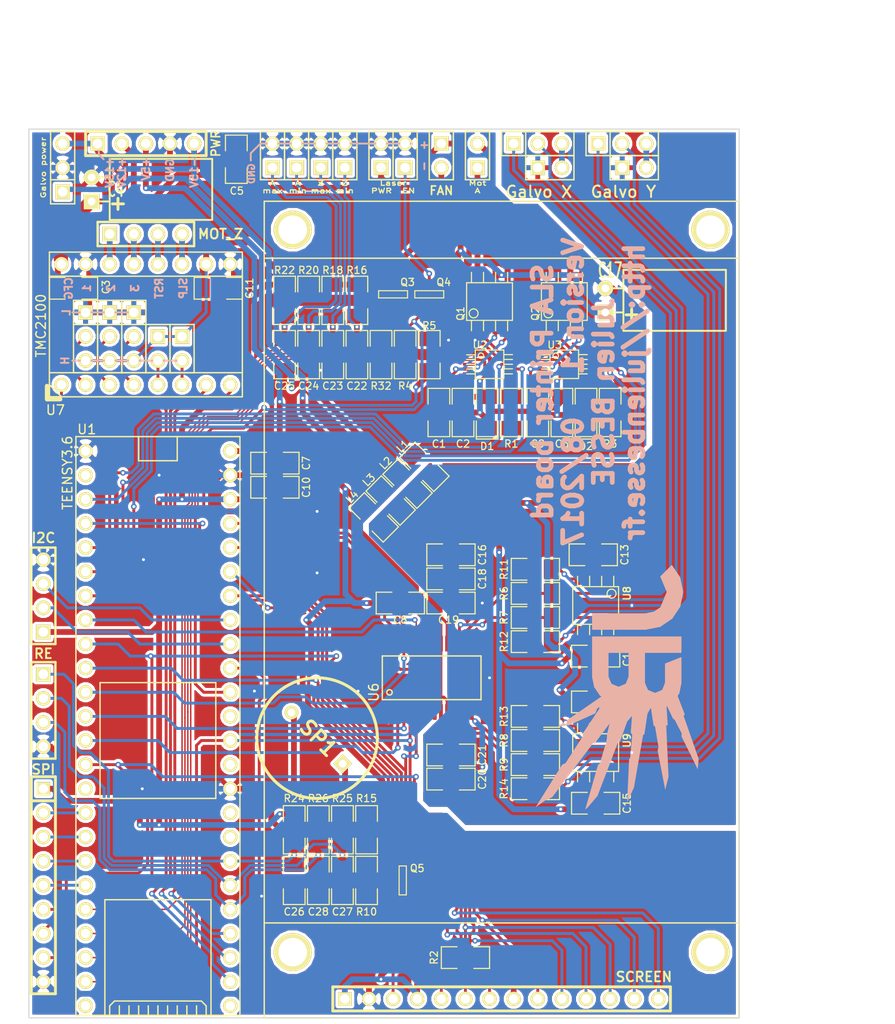
<source format=kicad_pcb>
(kicad_pcb (version 3) (host pcbnew "(2013-07-07 BZR 4022)-stable")
  (layers (15 Dessus.Cu signal) (0 Dessous.Cu signal))
  (net 0 "")
  (net 1 +12V)
  (net 2 +15V)
  (net 3 +3.3V)
  (net 4 +5VA)
  (net 5 +5VD)
  (net 6 -15V)
  (net 7 /BP)
  (net 8 /DAC_RESET)
  (net 9 /DRV_DIR)
  (net 10 /DRV_EN)
  (net 11 /DRV_STEP)
  (net 12 /FAN_PWM)
  (net 13 /I2C_SCL)
  (net 14 /I2C_SDA)
  (net 15 /I2S_BCLK)
  (net 16 /I2S_L/~R~CLK)
  (net 17 /I2S_MCLK)
  (net 18 /I2S_SDATA)
  (net 19 /LASER_EN)
  (net 20 /PH_ENA)
  (net 21 /PH_ENB)
  (net 22 /PH_INA)
  (net 23 /PH_INB)
  (net 24 /R+)
  (net 25 /R-)
  (net 26 /SCREEN_D/C)
  (net 27 /SPEAKER)
  (net 28 /SPI_CLK)
  (net 29 /SPI_CS_DAC)
  (net 30 /SPI_CS_EXT1)
  (net 31 /SPI_CS_EXT2)
  (net 32 /SPI_CS_EXT3)
  (net 33 /SPI_CS_EXT4)
  (net 34 /SPI_CS_SCREEN)
  (net 35 /SPI_CS_TOUCH)
  (net 36 /SPI_MISO)
  (net 37 /SPI_MOSI)
  (net 38 /SW1)
  (net 39 /SW2)
  (net 40 /SW3)
  (net 41 /SW4)
  (net 42 /T_IRQ)
  (net 43 AGND)
  (net 44 GND)
  (net 45 N-00000100)
  (net 46 N-0000011)
  (net 47 N-0000012)
  (net 48 N-0000013)
  (net 49 N-0000014)
  (net 50 N-0000015)
  (net 51 N-0000016)
  (net 52 N-0000017)
  (net 53 N-0000019)
  (net 54 N-0000020)
  (net 55 N-0000022)
  (net 56 N-0000023)
  (net 57 N-0000024)
  (net 58 N-0000025)
  (net 59 N-000003)
  (net 60 N-0000038)
  (net 61 N-000004)
  (net 62 N-000005)
  (net 63 N-000006)
  (net 64 N-0000060)
  (net 65 N-000007)
  (net 66 N-0000075)
  (net 67 N-000008)
  (net 68 N-0000080)
  (net 69 N-0000082)
  (net 70 N-0000083)
  (net 71 N-0000084)
  (net 72 N-0000085)
  (net 73 N-0000086)
  (net 74 N-0000087)
  (net 75 N-0000088)
  (net 76 N-0000089)
  (net 77 N-0000090)
  (net 78 N-0000091)
  (net 79 N-0000092)
  (net 80 N-0000093)
  (net 81 N-0000094)
  (net 82 N-0000095)
  (net 83 N-0000096)
  (net 84 N-0000098)
  (net 85 N-0000099)
  (module Ecran (layer Dessus.Cu) (at 72.39 110.49 180)
    (fp_text reference P2 hide)
    (fp_text value SCREEN)
    (pad 1 thru_hole rect (at 16.51 2) (size 1.397 1.397) (drill 1) (layers *.Cu *.Mask Dessus.SilkS) (net 5 +5VD))
    (pad 2 thru_hole circle (at 13.97 2) (size 1.5 1.5) (drill 1) (layers *.Cu *.Mask Dessus.SilkS) (net 44 GND))
    (pad 3 thru_hole circle (at 11.43 2) (size 1.5 1.5) (drill 1) (layers *.Cu *.Mask Dessus.SilkS) (net 34 /SPI_CS_SCREEN))
    (pad 4 thru_hole circle (at 8.89 2) (size 1.5 1.5) (drill 1) (layers *.Cu *.Mask Dessus.SilkS) (net 5 +5VD))
    (pad 5 thru_hole circle (at 6.35 2) (size 1.5 1.5) (drill 1) (layers *.Cu *.Mask Dessus.SilkS) (net 26 /SCREEN_D/C))
    (pad 6 thru_hole circle (at 3.81 2) (size 1.5 1.5) (drill 1) (layers *.Cu *.Mask Dessus.SilkS) (net 37 /SPI_MOSI))
    (pad 7 thru_hole circle (at 1.27 2) (size 1.5 1.5) (drill 1) (layers *.Cu *.Mask Dessus.SilkS) (net 28 /SPI_CLK))
    (pad 8 thru_hole circle (at -1.27 2) (size 1.5 1.5) (drill 1) (layers *.Cu *.Mask Dessus.SilkS) (net 66 N-0000075))
    (pad 9 thru_hole circle (at -3.81 2) (size 1.5 1.5) (drill 1) (layers *.Cu *.Mask Dessus.SilkS) (net 36 /SPI_MISO))
    (pad 10 thru_hole circle (at -6.35 2) (size 1.5 1.5) (drill 1) (layers *.Cu *.Mask Dessus.SilkS) (net 28 /SPI_CLK))
    (pad 11 thru_hole circle (at -8.89 2) (size 1.5 1.5) (drill 1) (layers *.Cu *.Mask Dessus.SilkS) (net 35 /SPI_CS_TOUCH))
    (pad 12 thru_hole circle (at -11.43 2) (size 1.5 1.5) (drill 1) (layers *.Cu *.Mask Dessus.SilkS) (net 37 /SPI_MOSI))
    (pad 13 thru_hole circle (at -13.97 2) (size 1.5 1.5) (drill 1) (layers *.Cu *.Mask Dessus.SilkS) (net 36 /SPI_MISO))
    (pad 14 thru_hole circle (at -16.51 2) (size 1.5 1.5) (drill 1) (layers *.Cu *.Mask Dessus.SilkS) (net 42 /T_IRQ))
    (pad NC1 thru_hole circle (at -22 6.92 180) (size 4 4) (drill 3) (layers *.Cu *.Mask Dessus.SilkS))
    (pad NC2 thru_hole circle (at 22 6.92 180) (size 4 4) (drill 3) (layers *.Cu *.Mask Dessus.SilkS))
    (pad NC3 thru_hole circle (at 22 83 180) (size 4 4) (drill 3) (layers *.Cu *.Mask Dessus.SilkS))
    (pad NC4 thru_hole circle (at -22 83 180) (size 4 4) (drill 3) (layers *.Cu *.Mask Dessus.SilkS))
  )
  (module SIL-9 (layer Dessus.Cu) (at 24.13 96.52 270)
    (fp_text reference P3 hide)
    (fp_text value SPI)
    (pad 1 thru_hole rect (at -10.16 0 270) (size 1.397 1.397) (drill 1) (layers *.Cu *.Mask Dessus.SilkS) (net 3 +3.3V))
    (pad 2 thru_hole circle (at -7.62 0 270) (size 1.5 1.5) (drill 1) (layers *.Cu *.Mask Dessus.SilkS) (net 33 /SPI_CS_EXT4))
    (pad 3 thru_hole circle (at -5.08 0 270) (size 1.5 1.5) (drill 1) (layers *.Cu *.Mask Dessus.SilkS) (net 32 /SPI_CS_EXT3))
    (pad 4 thru_hole circle (at -2.54 0 270) (size 1.5 1.5) (drill 1) (layers *.Cu *.Mask Dessus.SilkS) (net 31 /SPI_CS_EXT2))
    (pad 5 thru_hole circle (at 0 0 270) (size 1.5 1.5) (drill 1) (layers *.Cu *.Mask Dessus.SilkS) (net 30 /SPI_CS_EXT1))
    (pad 6 thru_hole circle (at 2.54 0 270) (size 1.5 1.5) (drill 1) (layers *.Cu *.Mask Dessus.SilkS) (net 36 /SPI_MISO))
    (pad 7 thru_hole circle (at 5.08 0 270) (size 1.5 1.5) (drill 1) (layers *.Cu *.Mask Dessus.SilkS) (net 37 /SPI_MOSI))
    (pad 8 thru_hole circle (at 7.62 0 270) (size 1.5 1.5) (drill 1) (layers *.Cu *.Mask Dessus.SilkS) (net 28 /SPI_CLK))
    (pad 9 thru_hole circle (at 10.16 0 270) (size 1.5 1.5) (drill 1) (layers *.Cu *.Mask Dessus.SilkS) (net 44 GND))
  )
  (module TMC2100 (layer Dessus.Cu) (at 34.925 37.465 90)
    (fp_text reference U7)
    (fp_text value TMC2100)
    (pad 1 thru_hole circle (at -6.35 -8.89 90) (size 1.5 1.5) (drill 1) (layers *.Cu *.Mask Dessus.SilkS) (net 10 /DRV_EN))
    (pad 2 thru_hole circle (at -6.35 -6.35 90) (size 1.5 1.5) (drill 1) (layers *.Cu *.Mask Dessus.SilkS) (net 72 N-0000085))
    (pad 3 thru_hole circle (at -6.35 -3.81 90) (size 1.5 1.5) (drill 1) (layers *.Cu *.Mask Dessus.SilkS) (net 73 N-0000086))
    (pad 4 thru_hole circle (at -6.35 -1.27 90) (size 1.5 1.5) (drill 1) (layers *.Cu *.Mask Dessus.SilkS) (net 74 N-0000087))
    (pad 5 thru_hole circle (at -6.35 1.27 90) (size 1.5 1.5) (drill 1) (layers *.Cu *.Mask Dessus.SilkS) (net 75 N-0000088))
    (pad 6 thru_hole circle (at -6.35 3.81 90) (size 1.5 1.5) (drill 1) (layers *.Cu *.Mask Dessus.SilkS) (net 76 N-0000089))
    (pad 7 thru_hole circle (at -6.35 6.35 90) (size 1.5 1.5) (drill 1) (layers *.Cu *.Mask Dessus.SilkS) (net 11 /DRV_STEP))
    (pad 8 thru_hole circle (at -6.35 8.89 90) (size 1.5 1.5) (drill 1) (layers *.Cu *.Mask Dessus.SilkS) (net 9 /DRV_DIR))
    (pad 9 thru_hole circle (at 6.35 8.89 90) (size 1.5 1.5) (drill 1) (layers *.Cu *.Mask Dessus.SilkS) (net 44 GND))
    (pad 10 thru_hole circle (at 6.35 6.35 90) (size 1.5 1.5) (drill 1) (layers *.Cu *.Mask Dessus.SilkS) (net 3 +3.3V))
    (pad 11 thru_hole circle (at 6.35 3.81 90) (size 1.5 1.5) (drill 1) (layers *.Cu *.Mask Dessus.SilkS) (net 77 N-0000090))
    (pad 12 thru_hole circle (at 6.35 1.27 90) (size 1.5 1.5) (drill 1) (layers *.Cu *.Mask Dessus.SilkS) (net 78 N-0000091))
    (pad 13 thru_hole circle (at 6.35 -1.27 90) (size 1.5 1.5) (drill 1) (layers *.Cu *.Mask Dessus.SilkS) (net 79 N-0000092))
    (pad 14 thru_hole circle (at 6.35 -3.81 90) (size 1.5 1.5) (drill 1) (layers *.Cu *.Mask Dessus.SilkS) (net 68 N-0000080))
    (pad 15 thru_hole circle (at 6.35 -6.35 90) (size 1.5 1.5) (drill 1) (layers *.Cu *.Mask Dessus.SilkS) (net 44 GND))
    (pad 16 thru_hole circle (at 6.35 -8.89 90) (size 1.5 1.5) (drill 1) (layers *.Cu *.Mask Dessus.SilkS) (net 1 +12V))
  )
  (module Teensy3.6 (layer Dessus.Cu) (at 36.195 50.8)
    (fp_text reference U1)
    (fp_text value TEENSY3.6)
    (pad GND1 thru_hole circle (at -7.62 0) (size 1.5 1.5) (drill 1) (layers *.Cu *.Mask Dessus.SilkS) (net 44 GND))
    (pad 0 thru_hole circle (at -7.62 2.54) (size 1.5 1.5) (drill 1) (layers *.Cu *.Mask Dessus.SilkS))
    (pad 1 thru_hole circle (at -7.62 5.08) (size 1.5 1.5) (drill 1) (layers *.Cu *.Mask Dessus.SilkS) (net 21 /PH_ENB))
    (pad 2 thru_hole circle (at -7.62 7.62) (size 1.5 1.5) (drill 1) (layers *.Cu *.Mask Dessus.SilkS) (net 42 /T_IRQ))
    (pad 3 thru_hole circle (at -7.62 10.16) (size 1.5 1.5) (drill 1) (layers *.Cu *.Mask Dessus.SilkS) (net 22 /PH_INA))
    (pad 4 thru_hole circle (at -7.62 12.7) (size 1.5 1.5) (drill 1) (layers *.Cu *.Mask Dessus.SilkS) (net 20 /PH_ENA))
    (pad 5 thru_hole circle (at -7.62 15.24) (size 1.5 1.5) (drill 1) (layers *.Cu *.Mask Dessus.SilkS) (net 23 /PH_INB))
    (pad 6 thru_hole circle (at -7.62 17.78) (size 1.5 1.5) (drill 1) (layers *.Cu *.Mask Dessus.SilkS) (net 8 /DAC_RESET))
    (pad 7 thru_hole circle (at -7.62 20.32) (size 1.5 1.5) (drill 1) (layers *.Cu *.Mask Dessus.SilkS) (net 37 /SPI_MOSI))
    (pad 8 thru_hole circle (at -7.62 22.86) (size 1.5 1.5) (drill 1) (layers *.Cu *.Mask Dessus.SilkS) (net 35 /SPI_CS_TOUCH))
    (pad 9 thru_hole circle (at -7.62 25.4) (size 1.5 1.5) (drill 1) (layers *.Cu *.Mask Dessus.SilkS) (net 15 /I2S_BCLK))
    (pad 10 thru_hole circle (at -7.62 27.94) (size 1.5 1.5) (drill 1) (layers *.Cu *.Mask Dessus.SilkS) (net 29 /SPI_CS_DAC))
    (pad 11 thru_hole circle (at -7.62 30.48) (size 1.5 1.5) (drill 1) (layers *.Cu *.Mask Dessus.SilkS) (net 17 /I2S_MCLK))
    (pad 12 thru_hole circle (at -7.62 33.02) (size 1.5 1.5) (drill 1) (layers *.Cu *.Mask Dessus.SilkS) (net 36 /SPI_MISO))
    (pad 13 thru_hole circle (at 7.62 33.02) (size 1.5 1.5) (drill 1) (layers *.Cu *.Mask Dessus.SilkS))
    (pad 14 thru_hole circle (at 7.62 30.48) (size 1.5 1.5) (drill 1) (layers *.Cu *.Mask Dessus.SilkS) (net 28 /SPI_CLK))
    (pad 15 thru_hole circle (at 7.62 27.94) (size 1.5 1.5) (drill 1) (layers *.Cu *.Mask Dessus.SilkS))
    (pad 16 thru_hole circle (at 7.62 25.4) (size 1.5 1.5) (drill 1) (layers *.Cu *.Mask Dessus.SilkS) (net 19 /LASER_EN))
    (pad 17 thru_hole circle (at 7.62 22.86) (size 1.5 1.5) (drill 1) (layers *.Cu *.Mask Dessus.SilkS) (net 27 /SPEAKER))
    (pad 18 thru_hole circle (at 7.62 20.32) (size 1.5 1.5) (drill 1) (layers *.Cu *.Mask Dessus.SilkS) (net 14 /I2C_SDA))
    (pad 19 thru_hole circle (at 7.62 17.78) (size 1.5 1.5) (drill 1) (layers *.Cu *.Mask Dessus.SilkS) (net 13 /I2C_SCL))
    (pad 20 thru_hole circle (at 7.62 15.24) (size 1.5 1.5) (drill 1) (layers *.Cu *.Mask Dessus.SilkS) (net 26 /SCREEN_D/C))
    (pad 21 thru_hole circle (at 7.62 12.7) (size 1.5 1.5) (drill 1) (layers *.Cu *.Mask Dessus.SilkS) (net 34 /SPI_CS_SCREEN))
    (pad 22 thru_hole circle (at 7.62 10.16) (size 1.5 1.5) (drill 1) (layers *.Cu *.Mask Dessus.SilkS) (net 18 /I2S_SDATA))
    (pad 23 thru_hole circle (at 7.62 7.62) (size 1.5 1.5) (drill 1) (layers *.Cu *.Mask Dessus.SilkS) (net 16 /I2S_L/~R~CLK))
    (pad 24 thru_hole circle (at -7.62 38.1) (size 1.5 1.5) (drill 1) (layers *.Cu *.Mask Dessus.SilkS) (net 33 /SPI_CS_EXT4))
    (pad 25 thru_hole circle (at -7.62 40.64) (size 1.5 1.5) (drill 1) (layers *.Cu *.Mask Dessus.SilkS) (net 32 /SPI_CS_EXT3))
    (pad 26 thru_hole circle (at -7.62 43.18) (size 1.5 1.5) (drill 1) (layers *.Cu *.Mask Dessus.SilkS) (net 31 /SPI_CS_EXT2))
    (pad 27 thru_hole circle (at -7.62 45.72) (size 1.5 1.5) (drill 1) (layers *.Cu *.Mask Dessus.SilkS) (net 30 /SPI_CS_EXT1))
    (pad 28 thru_hole circle (at -7.62 48.26) (size 1.5 1.5) (drill 1) (layers *.Cu *.Mask Dessus.SilkS) (net 41 /SW4))
    (pad 29 thru_hole circle (at -7.62 50.8) (size 1.5 1.5) (drill 1) (layers *.Cu *.Mask Dessus.SilkS) (net 40 /SW3))
    (pad 30 thru_hole circle (at -7.62 53.34) (size 1.5 1.5) (drill 1) (layers *.Cu *.Mask Dessus.SilkS) (net 39 /SW2))
    (pad 31 thru_hole circle (at -7.62 55.88) (size 1.5 1.5) (drill 1) (layers *.Cu *.Mask Dessus.SilkS) (net 38 /SW1))
    (pad 32 thru_hole circle (at -7.62 58.42) (size 1.5 1.5) (drill 1) (layers *.Cu *.Mask Dessus.SilkS))
    (pad 33 thru_hole circle (at 7.62 58.42) (size 1.5 1.5) (drill 1) (layers *.Cu *.Mask Dessus.SilkS))
    (pad 34 thru_hole circle (at 7.62 55.88) (size 1.5 1.5) (drill 1) (layers *.Cu *.Mask Dessus.SilkS) (net 10 /DRV_EN))
    (pad 35 thru_hole circle (at 7.62 53.34) (size 1.5 1.5) (drill 1) (layers *.Cu *.Mask Dessus.SilkS) (net 11 /DRV_STEP))
    (pad 36 thru_hole circle (at 7.62 50.8) (size 1.5 1.5) (drill 1) (layers *.Cu *.Mask Dessus.SilkS) (net 9 /DRV_DIR))
    (pad 37 thru_hole circle (at 7.62 48.26) (size 1.5 1.5) (drill 1) (layers *.Cu *.Mask Dessus.SilkS) (net 7 /BP))
    (pad 38 thru_hole circle (at 7.62 45.72) (size 1.5 1.5) (drill 1) (layers *.Cu *.Mask Dessus.SilkS) (net 25 /R-))
    (pad 39 thru_hole circle (at 7.62 43.18) (size 1.5 1.5) (drill 1) (layers *.Cu *.Mask Dessus.SilkS) (net 24 /R+))
    (pad DAC0 thru_hole circle (at 7.62 40.64) (size 1.5 1.5) (drill 1) (layers *.Cu *.Mask Dessus.SilkS))
    (pad DAC1 thru_hole circle (at 7.62 38.1) (size 1.5 1.5) (drill 1) (layers *.Cu *.Mask Dessus.SilkS))
    (pad GND2 thru_hole circle (at 7.62 35.56) (size 1.5 1.5) (drill 1) (layers *.Cu *.Mask Dessus.SilkS) (net 44 GND))
    (pad 3V2 thru_hole circle (at -7.62 35.56) (size 1.5 1.5) (drill 1) (layers *.Cu *.Mask Dessus.SilkS))
    (pad Vin thru_hole circle (at 7.62 0) (size 1.5 1.5) (drill 1) (layers *.Cu *.Mask Dessus.SilkS) (net 5 +5VD))
    (pad AGND thru_hole circle (at 7.62 2.54) (size 1.5 1.5) (drill 1) (layers *.Cu *.Mask Dessus.SilkS) (net 44 GND))
    (pad 3V1 thru_hole circle (at 7.62 5.08) (size 1.5 1.5) (drill 1) (layers *.Cu *.Mask Dessus.SilkS) (net 3 +3.3V))
  )
  (module SM1206 (layer Dessus.Cu) (at 42.545 33.655)
    (fp_text reference C11)
    (fp_text value 220n hide)
    (pad 1 smd rect (at -1.651 0) (size 1.524 2.032) (layers Dessus.Cu Dessus.Pate Dessus.Masque) (net 3 +3.3V))
    (pad 2 smd rect (at 1.651 0) (size 1.524 2.032) (layers Dessus.Cu Dessus.Pate Dessus.Masque) (net 44 GND))
  )
  (module SM1206 (layer Dessus.Cu) (at 27.305 33.655)
    (fp_text reference C3)
    (fp_text value 220n hide)
    (pad 1 smd rect (at -1.651 0) (size 1.524 2.032) (layers Dessus.Cu Dessus.Pate Dessus.Masque) (net 1 +12V))
    (pad 2 smd rect (at 1.651 0) (size 1.524 2.032) (layers Dessus.Cu Dessus.Pate Dessus.Masque) (net 44 GND))
  )
  (module PIN_ARRAY_4x1 (layer Dessus.Cu) (at 34.925 27.94)
    (fp_text reference P6 hide)
    (fp_text value MOT_Z)
    (pad 1 thru_hole rect (at -3.81 0) (size 1.524 1.524) (drill 1.016) (layers *.Cu *.Mask Dessus.SilkS) (net 68 N-0000080))
    (pad 2 thru_hole circle (at -1.27 0) (size 1.524 1.524) (drill 1.016) (layers *.Cu *.Mask Dessus.SilkS) (net 79 N-0000092))
    (pad 3 thru_hole circle (at 1.27 0) (size 1.524 1.524) (drill 1.016) (layers *.Cu *.Mask Dessus.SilkS) (net 78 N-0000091))
    (pad 4 thru_hole circle (at 3.81 0) (size 1.524 1.524) (drill 1.016) (layers *.Cu *.Mask Dessus.SilkS) (net 77 N-0000090))
  )
  (module PIN_ARRAY_3X1 (layer Dessus.Cu) (at 28.575 38.735 270)
    (fp_text reference JP1 hide)
    (fp_text value JUMPER3 hide)
    (pad 1 thru_hole rect (at -2.54 0 270) (size 1.524 1.524) (drill 1.016) (layers *.Cu *.Mask Dessus.SilkS) (net 44 GND))
    (pad 2 thru_hole circle (at 0 0 270) (size 1.524 1.524) (drill 1.016) (layers *.Cu *.Mask Dessus.SilkS) (net 72 N-0000085))
    (pad 3 thru_hole circle (at 2.54 0 270) (size 1.524 1.524) (drill 1.016) (layers *.Cu *.Mask Dessus.SilkS) (net 3 +3.3V))
  )
  (module PIN_ARRAY_3X1 (layer Dessus.Cu) (at 33.655 38.735 270)
    (fp_text reference JP3 hide)
    (fp_text value JUMPER3 hide)
    (pad 1 thru_hole rect (at -2.54 0 270) (size 1.524 1.524) (drill 1.016) (layers *.Cu *.Mask Dessus.SilkS) (net 44 GND))
    (pad 2 thru_hole circle (at 0 0 270) (size 1.524 1.524) (drill 1.016) (layers *.Cu *.Mask Dessus.SilkS) (net 74 N-0000087))
    (pad 3 thru_hole circle (at 2.54 0 270) (size 1.524 1.524) (drill 1.016) (layers *.Cu *.Mask Dessus.SilkS) (net 3 +3.3V))
  )
  (module PIN_ARRAY_3X1 (layer Dessus.Cu) (at 31.115 38.735 270)
    (fp_text reference JP2 hide)
    (fp_text value JUMPER3 hide)
    (pad 1 thru_hole rect (at -2.54 0 270) (size 1.524 1.524) (drill 1.016) (layers *.Cu *.Mask Dessus.SilkS) (net 44 GND))
    (pad 2 thru_hole circle (at 0 0 270) (size 1.524 1.524) (drill 1.016) (layers *.Cu *.Mask Dessus.SilkS) (net 73 N-0000086))
    (pad 3 thru_hole circle (at 2.54 0 270) (size 1.524 1.524) (drill 1.016) (layers *.Cu *.Mask Dessus.SilkS) (net 3 +3.3V))
  )
  (module PIN_ARRAY_2X1 (layer Dessus.Cu) (at 36.195 40.005 270)
    (fp_text reference JP4 hide)
    (fp_text value JUMPER hide)
    (pad 1 thru_hole rect (at -1.27 0 270) (size 1.524 1.524) (drill 1.016) (layers *.Cu *.Mask Dessus.SilkS) (net 3 +3.3V))
    (pad 2 thru_hole circle (at 1.27 0 270) (size 1.524 1.524) (drill 1.016) (layers *.Cu *.Mask Dessus.SilkS) (net 75 N-0000088))
  )
  (module PIN_ARRAY_2X1 (layer Dessus.Cu) (at 38.735 40.005 270)
    (fp_text reference JP5 hide)
    (fp_text value JUMPER hide)
    (pad 1 thru_hole rect (at -1.27 0 270) (size 1.524 1.524) (drill 1.016) (layers *.Cu *.Mask Dessus.SilkS) (net 3 +3.3V))
    (pad 2 thru_hole circle (at 1.27 0 270) (size 1.524 1.524) (drill 1.016) (layers *.Cu *.Mask Dessus.SilkS) (net 76 N-0000089))
  )
  (module ssop-28 (layer Dessus.Cu) (at 65.024 74.676)
    (fp_text reference U6)
    (fp_text value AD1852 hide)
    (pad 7 smd rect (at -0.32512 3.59918) (size 0.4064 1.651) (layers Dessus.Cu Dessus.Pate Dessus.Masque) (net 44 GND))
    (pad 8 smd rect (at 0.32512 3.59918) (size 0.4064 1.651) (layers Dessus.Cu Dessus.Pate Dessus.Masque))
    (pad 9 smd rect (at 0.97536 3.59918) (size 0.4064 1.651) (layers Dessus.Cu Dessus.Pate Dessus.Masque) (net 44 GND))
    (pad 10 smd rect (at 1.6256 3.59918) (size 0.4064 1.651) (layers Dessus.Cu Dessus.Pate Dessus.Masque) (net 44 GND))
    (pad 25 smd rect (at -2.27584 -3.59918) (size 0.4064 1.651) (layers Dessus.Cu Dessus.Pate Dessus.Masque) (net 16 /I2S_L/~R~CLK))
    (pad 4 smd rect (at -2.27584 3.59918) (size 0.4064 1.651) (layers Dessus.Cu Dessus.Pate Dessus.Masque) (net 28 /SPI_CLK))
    (pad 5 smd rect (at -1.6256 3.59918) (size 0.4064 1.651) (layers Dessus.Cu Dessus.Pate Dessus.Masque) (net 37 /SPI_MOSI))
    (pad 6 smd rect (at -0.97536 3.59918) (size 0.4064 1.651) (layers Dessus.Cu Dessus.Pate Dessus.Masque))
    (pad 18 smd rect (at 2.27584 -3.59918) (size 0.4064 1.651) (layers Dessus.Cu Dessus.Pate Dessus.Masque) (net 4 +5VA))
    (pad 19 smd rect (at 1.6256 -3.59918) (size 0.4064 1.651) (layers Dessus.Cu Dessus.Pate Dessus.Masque) (net 46 N-0000011))
    (pad 20 smd rect (at 0.97536 -3.59918) (size 0.4064 1.651) (layers Dessus.Cu Dessus.Pate Dessus.Masque) (net 44 GND))
    (pad 21 smd rect (at 0.32512 -3.59918) (size 0.4064 1.651) (layers Dessus.Cu Dessus.Pate Dessus.Masque) (net 5 +5VD))
    (pad 22 smd rect (at -0.32512 -3.59918) (size 0.4064 1.651) (layers Dessus.Cu Dessus.Pate Dessus.Masque))
    (pad 23 smd rect (at -0.97536 -3.59918) (size 0.4064 1.651) (layers Dessus.Cu Dessus.Pate Dessus.Masque) (net 44 GND))
    (pad 11 smd rect (at 2.27584 3.59918) (size 0.4064 1.651) (layers Dessus.Cu Dessus.Pate Dessus.Masque) (net 43 AGND))
    (pad 24 smd rect (at -1.6256 -3.59918) (size 0.4064 1.651) (layers Dessus.Cu Dessus.Pate Dessus.Masque) (net 8 /DAC_RESET))
    (pad 26 smd rect (at -2.92608 -3.59918) (size 0.4064 1.651) (layers Dessus.Cu Dessus.Pate Dessus.Masque) (net 15 /I2S_BCLK))
    (pad 27 smd rect (at -3.57378 -3.59918) (size 0.4064 1.651) (layers Dessus.Cu Dessus.Pate Dessus.Masque) (net 18 /I2S_SDATA))
    (pad 28 smd rect (at -4.22402 -3.59918) (size 0.4064 1.651) (layers Dessus.Cu Dessus.Pate Dessus.Masque) (net 5 +5VD))
    (pad 1 smd rect (at -4.22402 3.59918) (size 0.4064 1.651) (layers Dessus.Cu Dessus.Pate Dessus.Masque) (net 44 GND))
    (pad 2 smd rect (at -3.57378 3.59918) (size 0.4064 1.651) (layers Dessus.Cu Dessus.Pate Dessus.Masque) (net 17 /I2S_MCLK))
    (pad 3 smd rect (at -2.92608 3.59918) (size 0.4064 1.651) (layers Dessus.Cu Dessus.Pate Dessus.Masque) (net 29 /SPI_CS_DAC))
    (pad 12 smd rect (at 2.92608 3.59918) (size 0.4064 1.651) (layers Dessus.Cu Dessus.Pate Dessus.Masque) (net 47 N-0000012))
    (pad 13 smd rect (at 3.57378 3.59918) (size 0.4064 1.651) (layers Dessus.Cu Dessus.Pate Dessus.Masque) (net 63 N-000006))
    (pad 14 smd rect (at 4.22402 3.59918) (size 0.4064 1.651) (layers Dessus.Cu Dessus.Pate Dessus.Masque) (net 56 N-0000023))
    (pad 15 smd rect (at 4.22402 -3.59918) (size 0.4064 1.651) (layers Dessus.Cu Dessus.Pate Dessus.Masque) (net 43 AGND))
    (pad 16 smd rect (at 3.57378 -3.59918) (size 0.4064 1.651) (layers Dessus.Cu Dessus.Pate Dessus.Masque) (net 50 N-0000015))
    (pad 17 smd rect (at 2.92608 -3.59918) (size 0.4064 1.651) (layers Dessus.Cu Dessus.Pate Dessus.Masque) (net 62 N-000005))
  )
  (module SOT23GDS (layer Dessus.Cu) (at 60.96 34.29 180)
    (fp_text reference Q3)
    (fp_text value DMG3420U hide)
    (pad S smd rect (at -0.889 -1.016 180) (size 0.9144 0.9144) (layers Dessus.Cu Dessus.Pate Dessus.Masque) (net 44 GND))
    (pad G smd rect (at 0.889 -1.016 180) (size 0.9144 0.9144) (layers Dessus.Cu Dessus.Pate Dessus.Masque) (net 12 /FAN_PWM))
    (pad D smd rect (at 0 1.016 180) (size 0.9144 0.9144) (layers Dessus.Cu Dessus.Pate Dessus.Masque) (net 60 N-0000038))
  )
  (module SOT23GDS (layer Dessus.Cu) (at 61.976 96.012 90)
    (fp_text reference Q5)
    (fp_text value DMG3420U hide)
    (pad S smd rect (at -0.889 -1.016 90) (size 0.9144 0.9144) (layers Dessus.Cu Dessus.Pate Dessus.Masque) (net 44 GND))
    (pad G smd rect (at 0.889 -1.016 90) (size 0.9144 0.9144) (layers Dessus.Cu Dessus.Pate Dessus.Masque) (net 27 /SPEAKER))
    (pad D smd rect (at 0 1.016 90) (size 0.9144 0.9144) (layers Dessus.Cu Dessus.Pate Dessus.Masque) (net 55 N-0000022))
  )
  (module SOT23GDS (layer Dessus.Cu) (at 64.77 34.29 180)
    (fp_text reference Q4)
    (fp_text value DMG3420U hide)
    (pad S smd rect (at -0.889 -1.016 180) (size 0.9144 0.9144) (layers Dessus.Cu Dessus.Pate Dessus.Masque) (net 44 GND))
    (pad G smd rect (at 0.889 -1.016 180) (size 0.9144 0.9144) (layers Dessus.Cu Dessus.Pate Dessus.Masque) (net 19 /LASER_EN))
    (pad D smd rect (at 0 1.016 180) (size 0.9144 0.9144) (layers Dessus.Cu Dessus.Pate Dessus.Masque) (net 61 N-000004))
  )
  (module so-8 (layer Dessus.Cu) (at 82.296 82.55 180)
    (fp_text reference U9)
    (fp_text value OPA1632 hide)
    (pad 1 smd rect (at -1.905 2.794 180) (size 0.635 1.27) (layers Dessus.Cu Dessus.Pate Dessus.Masque) (net 51 N-0000016))
    (pad 2 smd rect (at -0.635 2.794 180) (size 0.635 1.27) (layers Dessus.Cu Dessus.Pate Dessus.Masque) (net 43 AGND))
    (pad 3 smd rect (at 0.635 2.794 180) (size 0.635 1.27) (layers Dessus.Cu Dessus.Pate Dessus.Masque) (net 2 +15V))
    (pad 4 smd rect (at 1.905 2.794 180) (size 0.635 1.27) (layers Dessus.Cu Dessus.Pate Dessus.Masque) (net 52 N-0000017))
    (pad 5 smd rect (at 1.905 -2.794 180) (size 0.635 1.27) (layers Dessus.Cu Dessus.Pate Dessus.Masque) (net 48 N-0000013))
    (pad 6 smd rect (at 0.635 -2.794 180) (size 0.635 1.27) (layers Dessus.Cu Dessus.Pate Dessus.Masque) (net 6 -15V))
    (pad 7 smd rect (at -0.635 -2.794 180) (size 0.635 1.27) (layers Dessus.Cu Dessus.Pate Dessus.Masque))
    (pad 8 smd rect (at -1.905 -2.794 180) (size 0.635 1.27) (layers Dessus.Cu Dessus.Pate Dessus.Masque) (net 49 N-0000014))
  )
  (module so-8 (layer Dessus.Cu) (at 82.296 67.056 180)
    (fp_text reference U8)
    (fp_text value OPA1632 hide)
    (pad 1 smd rect (at -1.905 2.794 180) (size 0.635 1.27) (layers Dessus.Cu Dessus.Pate Dessus.Masque) (net 67 N-000008))
    (pad 2 smd rect (at -0.635 2.794 180) (size 0.635 1.27) (layers Dessus.Cu Dessus.Pate Dessus.Masque) (net 43 AGND))
    (pad 3 smd rect (at 0.635 2.794 180) (size 0.635 1.27) (layers Dessus.Cu Dessus.Pate Dessus.Masque) (net 2 +15V))
    (pad 4 smd rect (at 1.905 2.794 180) (size 0.635 1.27) (layers Dessus.Cu Dessus.Pate Dessus.Masque) (net 65 N-000007))
    (pad 5 smd rect (at 1.905 -2.794 180) (size 0.635 1.27) (layers Dessus.Cu Dessus.Pate Dessus.Masque) (net 57 N-0000024))
    (pad 6 smd rect (at 0.635 -2.794 180) (size 0.635 1.27) (layers Dessus.Cu Dessus.Pate Dessus.Masque) (net 6 -15V))
    (pad 7 smd rect (at -0.635 -2.794 180) (size 0.635 1.27) (layers Dessus.Cu Dessus.Pate Dessus.Masque))
    (pad 8 smd rect (at -1.905 -2.794 180) (size 0.635 1.27) (layers Dessus.Cu Dessus.Pate Dessus.Masque) (net 53 N-0000019))
  )
  (module so-8 (layer Dessus.Cu) (at 71.12 35.052)
    (fp_text reference Q1)
    (fp_text value FDS6898A hide)
    (pad 1 smd rect (at -1.905 2.794) (size 0.635 1.27) (layers Dessus.Cu Dessus.Pate Dessus.Masque) (net 44 GND))
    (pad 2 smd rect (at -0.635 2.794) (size 0.635 1.27) (layers Dessus.Cu Dessus.Pate Dessus.Masque) (net 71 N-0000084))
    (pad 3 smd rect (at 0.635 2.794) (size 0.635 1.27) (layers Dessus.Cu Dessus.Pate Dessus.Masque) (net 80 N-0000093))
    (pad 4 smd rect (at 1.905 2.794) (size 0.635 1.27) (layers Dessus.Cu Dessus.Pate Dessus.Masque) (net 69 N-0000082))
    (pad 5 smd rect (at 1.905 -2.794) (size 0.635 1.27) (layers Dessus.Cu Dessus.Pate Dessus.Masque) (net 1 +12V))
    (pad 6 smd rect (at 0.635 -2.794) (size 0.635 1.27) (layers Dessus.Cu Dessus.Pate Dessus.Masque) (net 1 +12V))
    (pad 7 smd rect (at -0.635 -2.794) (size 0.635 1.27) (layers Dessus.Cu Dessus.Pate Dessus.Masque) (net 80 N-0000093))
    (pad 8 smd rect (at -1.905 -2.794) (size 0.635 1.27) (layers Dessus.Cu Dessus.Pate Dessus.Masque) (net 80 N-0000093))
  )
  (module so-8 (layer Dessus.Cu) (at 78.994 35.052)
    (fp_text reference Q2)
    (fp_text value FDS6898A hide)
    (pad 1 smd rect (at -1.905 2.794) (size 0.635 1.27) (layers Dessus.Cu Dessus.Pate Dessus.Masque) (net 44 GND))
    (pad 2 smd rect (at -0.635 2.794) (size 0.635 1.27) (layers Dessus.Cu Dessus.Pate Dessus.Masque) (net 85 N-0000099))
    (pad 3 smd rect (at 0.635 2.794) (size 0.635 1.27) (layers Dessus.Cu Dessus.Pate Dessus.Masque) (net 81 N-0000094))
    (pad 4 smd rect (at 1.905 2.794) (size 0.635 1.27) (layers Dessus.Cu Dessus.Pate Dessus.Masque) (net 45 N-00000100))
    (pad 5 smd rect (at 1.905 -2.794) (size 0.635 1.27) (layers Dessus.Cu Dessus.Pate Dessus.Masque) (net 1 +12V))
    (pad 6 smd rect (at 0.635 -2.794) (size 0.635 1.27) (layers Dessus.Cu Dessus.Pate Dessus.Masque) (net 1 +12V))
    (pad 7 smd rect (at -0.635 -2.794) (size 0.635 1.27) (layers Dessus.Cu Dessus.Pate Dessus.Masque) (net 81 N-0000094))
    (pad 8 smd rect (at -1.905 -2.794) (size 0.635 1.27) (layers Dessus.Cu Dessus.Pate Dessus.Masque) (net 81 N-0000094))
  )
  (module SM1206 (layer Dessus.Cu) (at 58.928 57.785 135)
    (fp_text reference L4)
    (fp_text value INDUCTOR hide)
    (pad 1 smd rect (at -1.651 0 135) (size 1.524 2.032) (layers Dessus.Cu Dessus.Pate Dessus.Masque) (net 4 +5VA))
    (pad 2 smd rect (at 1.651 0 135) (size 1.524 2.032) (layers Dessus.Cu Dessus.Pate Dessus.Masque) (net 5 +5VD))
  )
  (module SM1206 (layer Dessus.Cu) (at 52.07 34.925 270)
    (fp_text reference R20)
    (fp_text value 1k hide)
    (pad 1 smd rect (at -1.651 0 270) (size 1.524 2.032) (layers Dessus.Cu Dessus.Pate Dessus.Masque) (net 3 +3.3V))
    (pad 2 smd rect (at 1.651 0 270) (size 1.524 2.032) (layers Dessus.Cu Dessus.Pate Dessus.Masque) (net 40 /SW3))
  )
  (module SM1206 (layer Dessus.Cu) (at 49.53 34.925 270)
    (fp_text reference R22)
    (fp_text value 1k hide)
    (pad 1 smd rect (at -1.651 0 270) (size 1.524 2.032) (layers Dessus.Cu Dessus.Pate Dessus.Masque) (net 3 +3.3V))
    (pad 2 smd rect (at 1.651 0 270) (size 1.524 2.032) (layers Dessus.Cu Dessus.Pate Dessus.Masque) (net 41 /SW4))
  )
  (module SM1206 (layer Dessus.Cu) (at 54.61 34.925 270)
    (fp_text reference R18)
    (fp_text value 1k hide)
    (pad 1 smd rect (at -1.651 0 270) (size 1.524 2.032) (layers Dessus.Cu Dessus.Pate Dessus.Masque) (net 3 +3.3V))
    (pad 2 smd rect (at 1.651 0 270) (size 1.524 2.032) (layers Dessus.Cu Dessus.Pate Dessus.Masque) (net 39 /SW2))
  )
  (module SM1206 (layer Dessus.Cu) (at 57.15 34.925 270)
    (fp_text reference R16)
    (fp_text value 1k hide)
    (pad 1 smd rect (at -1.651 0 270) (size 1.524 2.032) (layers Dessus.Cu Dessus.Pate Dessus.Masque) (net 3 +3.3V))
    (pad 2 smd rect (at 1.651 0 270) (size 1.524 2.032) (layers Dessus.Cu Dessus.Pate Dessus.Masque) (net 38 /SW1))
  )
  (module SM1206 (layer Dessus.Cu) (at 53.086 90.678 270)
    (fp_text reference R26)
    (fp_text value 10k hide)
    (pad 1 smd rect (at -1.651 0 270) (size 1.524 2.032) (layers Dessus.Cu Dessus.Pate Dessus.Masque) (net 3 +3.3V))
    (pad 2 smd rect (at 1.651 0 270) (size 1.524 2.032) (layers Dessus.Cu Dessus.Pate Dessus.Masque) (net 7 /BP))
  )
  (module SM1206 (layer Dessus.Cu) (at 60.706 56.007 135)
    (fp_text reference L3)
    (fp_text value INDUCTOR hide)
    (pad 1 smd rect (at -1.651 0 135) (size 1.524 2.032) (layers Dessus.Cu Dessus.Pate Dessus.Masque) (net 6 -15V))
    (pad 2 smd rect (at 1.651 0 135) (size 1.524 2.032) (layers Dessus.Cu Dessus.Pate Dessus.Masque) (net 64 N-0000060))
  )
  (module SM1206 (layer Dessus.Cu) (at 62.484 54.229 135)
    (fp_text reference L2)
    (fp_text value INDUCTOR hide)
    (pad 1 smd rect (at -1.651 0 135) (size 1.524 2.032) (layers Dessus.Cu Dessus.Pate Dessus.Masque) (net 2 +15V))
    (pad 2 smd rect (at 1.651 0 135) (size 1.524 2.032) (layers Dessus.Cu Dessus.Pate Dessus.Masque) (net 59 N-000003))
  )
  (module SM1206 (layer Dessus.Cu) (at 82.296 87.884)
    (fp_text reference C15)
    (fp_text value 220n hide)
    (pad 1 smd rect (at -1.651 0) (size 1.524 2.032) (layers Dessus.Cu Dessus.Pate Dessus.Masque) (net 6 -15V))
    (pad 2 smd rect (at 1.651 0) (size 1.524 2.032) (layers Dessus.Cu Dessus.Pate Dessus.Masque) (net 43 AGND))
  )
  (module SM1206 (layer Dessus.Cu) (at 82.296 72.39)
    (fp_text reference C14)
    (fp_text value 220n hide)
    (pad 1 smd rect (at -1.651 0) (size 1.524 2.032) (layers Dessus.Cu Dessus.Pate Dessus.Masque) (net 6 -15V))
    (pad 2 smd rect (at 1.651 0) (size 1.524 2.032) (layers Dessus.Cu Dessus.Pate Dessus.Masque) (net 43 AGND))
  )
  (module SM1206 (layer Dessus.Cu) (at 82.042 61.722)
    (fp_text reference C13)
    (fp_text value 220n hide)
    (pad 1 smd rect (at -1.651 0) (size 1.524 2.032) (layers Dessus.Cu Dessus.Pate Dessus.Masque) (net 2 +15V))
    (pad 2 smd rect (at 1.651 0) (size 1.524 2.032) (layers Dessus.Cu Dessus.Pate Dessus.Masque) (net 43 AGND))
  )
  (module SM1206 (layer Dessus.Cu) (at 53.086 96.012 270)
    (fp_text reference C28)
    (fp_text value 220n hide)
    (pad 1 smd rect (at -1.651 0 270) (size 1.524 2.032) (layers Dessus.Cu Dessus.Pate Dessus.Masque) (net 7 /BP))
    (pad 2 smd rect (at 1.651 0 270) (size 1.524 2.032) (layers Dessus.Cu Dessus.Pate Dessus.Masque) (net 44 GND))
  )
  (module SM1206 (layer Dessus.Cu) (at 78.74 46.736 270)
    (fp_text reference C6)
    (fp_text value 10u hide)
    (pad 1 smd rect (at -1.651 0 270) (size 1.524 2.032) (layers Dessus.Cu Dessus.Pate Dessus.Masque) (net 1 +12V))
    (pad 2 smd rect (at 1.651 0 270) (size 1.524 2.032) (layers Dessus.Cu Dessus.Pate Dessus.Masque) (net 44 GND))
  )
  (module SM1206 (layer Dessus.Cu) (at 44.45 20.066 90)
    (fp_text reference C5)
    (fp_text value 10u hide)
    (pad 1 smd rect (at -1.651 0 90) (size 1.524 2.032) (layers Dessus.Cu Dessus.Pate Dessus.Masque) (net 1 +12V))
    (pad 2 smd rect (at 1.651 0 90) (size 1.524 2.032) (layers Dessus.Cu Dessus.Pate Dessus.Masque) (net 44 GND))
  )
  (module SM1206 (layer Dessus.Cu) (at 59.69 40.64 270)
    (fp_text reference R32)
    (fp_text value 10k hide)
    (pad 1 smd rect (at -1.651 0 270) (size 1.524 2.032) (layers Dessus.Cu Dessus.Pate Dessus.Masque) (net 12 /FAN_PWM))
    (pad 2 smd rect (at 1.651 0 270) (size 1.524 2.032) (layers Dessus.Cu Dessus.Pate Dessus.Masque) (net 44 GND))
  )
  (module SM1206 (layer Dessus.Cu) (at 49.53 40.64 270)
    (fp_text reference C25)
    (fp_text value 220n hide)
    (pad 1 smd rect (at -1.651 0 270) (size 1.524 2.032) (layers Dessus.Cu Dessus.Pate Dessus.Masque) (net 41 /SW4))
    (pad 2 smd rect (at 1.651 0 270) (size 1.524 2.032) (layers Dessus.Cu Dessus.Pate Dessus.Masque) (net 44 GND))
  )
  (module SM1206 (layer Dessus.Cu) (at 82.296 77.216)
    (fp_text reference C12)
    (fp_text value 220n hide)
    (pad 1 smd rect (at -1.651 0) (size 1.524 2.032) (layers Dessus.Cu Dessus.Pate Dessus.Masque) (net 2 +15V))
    (pad 2 smd rect (at 1.651 0) (size 1.524 2.032) (layers Dessus.Cu Dessus.Pate Dessus.Masque) (net 43 AGND))
  )
  (module SM1206 (layer Dessus.Cu) (at 55.626 96.012 270)
    (fp_text reference C27)
    (fp_text value 220n hide)
    (pad 1 smd rect (at -1.651 0 270) (size 1.524 2.032) (layers Dessus.Cu Dessus.Pate Dessus.Masque) (net 25 /R-))
    (pad 2 smd rect (at 1.651 0 270) (size 1.524 2.032) (layers Dessus.Cu Dessus.Pate Dessus.Masque) (net 44 GND))
  )
  (module SM1206 (layer Dessus.Cu) (at 55.626 90.678 270)
    (fp_text reference R25)
    (fp_text value 10k hide)
    (pad 1 smd rect (at -1.651 0 270) (size 1.524 2.032) (layers Dessus.Cu Dessus.Pate Dessus.Masque) (net 3 +3.3V))
    (pad 2 smd rect (at 1.651 0 270) (size 1.524 2.032) (layers Dessus.Cu Dessus.Pate Dessus.Masque) (net 25 /R-))
  )
  (module SM1206 (layer Dessus.Cu) (at 50.546 96.012 270)
    (fp_text reference C26)
    (fp_text value 220n hide)
    (pad 1 smd rect (at -1.651 0 270) (size 1.524 2.032) (layers Dessus.Cu Dessus.Pate Dessus.Masque) (net 24 /R+))
    (pad 2 smd rect (at 1.651 0 270) (size 1.524 2.032) (layers Dessus.Cu Dessus.Pate Dessus.Masque) (net 44 GND))
  )
  (module SM1206 (layer Dessus.Cu) (at 50.546 90.678 270)
    (fp_text reference R24)
    (fp_text value 10k hide)
    (pad 1 smd rect (at -1.651 0 270) (size 1.524 2.032) (layers Dessus.Cu Dessus.Pate Dessus.Masque) (net 3 +3.3V))
    (pad 2 smd rect (at 1.651 0 270) (size 1.524 2.032) (layers Dessus.Cu Dessus.Pate Dessus.Masque) (net 24 /R+))
  )
  (module SM1206 (layer Dessus.Cu) (at 57.15 40.64 270)
    (fp_text reference C22)
    (fp_text value 220n hide)
    (pad 1 smd rect (at -1.651 0 270) (size 1.524 2.032) (layers Dessus.Cu Dessus.Pate Dessus.Masque) (net 38 /SW1))
    (pad 2 smd rect (at 1.651 0 270) (size 1.524 2.032) (layers Dessus.Cu Dessus.Pate Dessus.Masque) (net 44 GND))
  )
  (module SM1206 (layer Dessus.Cu) (at 54.61 40.64 270)
    (fp_text reference C23)
    (fp_text value 220n hide)
    (pad 1 smd rect (at -1.651 0 270) (size 1.524 2.032) (layers Dessus.Cu Dessus.Pate Dessus.Masque) (net 39 /SW2))
    (pad 2 smd rect (at 1.651 0 270) (size 1.524 2.032) (layers Dessus.Cu Dessus.Pate Dessus.Masque) (net 44 GND))
  )
  (module SM1206 (layer Dessus.Cu) (at 52.07 40.64 270)
    (fp_text reference C24)
    (fp_text value 220n hide)
    (pad 1 smd rect (at -1.651 0 270) (size 1.524 2.032) (layers Dessus.Cu Dessus.Pate Dessus.Masque) (net 40 /SW3))
    (pad 2 smd rect (at 1.651 0 270) (size 1.524 2.032) (layers Dessus.Cu Dessus.Pate Dessus.Masque) (net 44 GND))
  )
  (module SM1206 (layer Dessus.Cu) (at 75.946 78.74)
    (fp_text reference R13)
    (fp_text value 750 hide)
    (pad 1 smd rect (at -1.651 0) (size 1.524 2.032) (layers Dessus.Cu Dessus.Pate Dessus.Masque) (net 51 N-0000016))
    (pad 2 smd rect (at 1.651 0) (size 1.524 2.032) (layers Dessus.Cu Dessus.Pate Dessus.Masque) (net 52 N-0000017))
  )
  (module SM1206 (layer Dessus.Cu) (at 67.056 66.802)
    (fp_text reference C19)
    (fp_text value 100n hide)
    (pad 1 smd rect (at -1.651 0) (size 1.524 2.032) (layers Dessus.Cu Dessus.Pate Dessus.Masque) (net 46 N-0000011))
    (pad 2 smd rect (at 1.651 0) (size 1.524 2.032) (layers Dessus.Cu Dessus.Pate Dessus.Masque) (net 43 AGND))
  )
  (module SM1206 (layer Dessus.Cu) (at 67.056 64.262)
    (fp_text reference C18)
    (fp_text value 10u hide)
    (pad 1 smd rect (at -1.651 0) (size 1.524 2.032) (layers Dessus.Cu Dessus.Pate Dessus.Masque) (net 46 N-0000011))
    (pad 2 smd rect (at 1.651 0) (size 1.524 2.032) (layers Dessus.Cu Dessus.Pate Dessus.Masque) (net 43 AGND))
  )
  (module SM1206 (layer Dessus.Cu) (at 67.056 85.344 180)
    (fp_text reference C20)
    (fp_text value 10u hide)
    (pad 1 smd rect (at -1.651 0 180) (size 1.524 2.032) (layers Dessus.Cu Dessus.Pate Dessus.Masque) (net 56 N-0000023))
    (pad 2 smd rect (at 1.651 0 180) (size 1.524 2.032) (layers Dessus.Cu Dessus.Pate Dessus.Masque) (net 43 AGND))
  )
  (module SM1206 (layer Dessus.Cu) (at 67.056 82.804 180)
    (fp_text reference C21)
    (fp_text value 100n hide)
    (pad 1 smd rect (at -1.651 0 180) (size 1.524 2.032) (layers Dessus.Cu Dessus.Pate Dessus.Masque) (net 56 N-0000023))
    (pad 2 smd rect (at 1.651 0 180) (size 1.524 2.032) (layers Dessus.Cu Dessus.Pate Dessus.Masque) (net 43 AGND))
  )
  (module SM1206 (layer Dessus.Cu) (at 64.262 52.451 315)
    (fp_text reference L1)
    (fp_text value INDUCTOR hide)
    (pad 1 smd rect (at -1.651 0 315) (size 1.524 2.032) (layers Dessus.Cu Dessus.Pate Dessus.Masque) (net 44 GND))
    (pad 2 smd rect (at 1.651 0 315) (size 1.524 2.032) (layers Dessus.Cu Dessus.Pate Dessus.Masque) (net 43 AGND))
  )
  (module SM1206 (layer Dessus.Cu) (at 75.946 63.246)
    (fp_text reference R11)
    (fp_text value 750 hide)
    (pad 1 smd rect (at -1.651 0) (size 1.524 2.032) (layers Dessus.Cu Dessus.Pate Dessus.Masque) (net 67 N-000008))
    (pad 2 smd rect (at 1.651 0) (size 1.524 2.032) (layers Dessus.Cu Dessus.Pate Dessus.Masque) (net 65 N-000007))
  )
  (module SM1206 (layer Dessus.Cu) (at 75.946 65.786)
    (fp_text reference R6)
    (fp_text value 374 hide)
    (pad 1 smd rect (at -1.651 0) (size 1.524 2.032) (layers Dessus.Cu Dessus.Pate Dessus.Masque) (net 50 N-0000015))
    (pad 2 smd rect (at 1.651 0) (size 1.524 2.032) (layers Dessus.Cu Dessus.Pate Dessus.Masque) (net 67 N-000008))
  )
  (module SM1206 (layer Dessus.Cu) (at 75.946 68.326)
    (fp_text reference R7)
    (fp_text value 374 hide)
    (pad 1 smd rect (at -1.651 0) (size 1.524 2.032) (layers Dessus.Cu Dessus.Pate Dessus.Masque) (net 62 N-000005))
    (pad 2 smd rect (at 1.651 0) (size 1.524 2.032) (layers Dessus.Cu Dessus.Pate Dessus.Masque) (net 53 N-0000019))
  )
  (module SM1206 (layer Dessus.Cu) (at 75.946 70.866)
    (fp_text reference R12)
    (fp_text value 750 hide)
    (pad 1 smd rect (at -1.651 0) (size 1.524 2.032) (layers Dessus.Cu Dessus.Pate Dessus.Masque) (net 53 N-0000019))
    (pad 2 smd rect (at 1.651 0) (size 1.524 2.032) (layers Dessus.Cu Dessus.Pate Dessus.Masque) (net 57 N-0000024))
  )
  (module SM1206 (layer Dessus.Cu) (at 75.946 81.28)
    (fp_text reference R8)
    (fp_text value 374 hide)
    (pad 1 smd rect (at -1.651 0) (size 1.524 2.032) (layers Dessus.Cu Dessus.Pate Dessus.Masque) (net 63 N-000006))
    (pad 2 smd rect (at 1.651 0) (size 1.524 2.032) (layers Dessus.Cu Dessus.Pate Dessus.Masque) (net 51 N-0000016))
  )
  (module SM1206 (layer Dessus.Cu) (at 75.946 83.82)
    (fp_text reference R9)
    (fp_text value 374 hide)
    (pad 1 smd rect (at -1.651 0) (size 1.524 2.032) (layers Dessus.Cu Dessus.Pate Dessus.Masque) (net 47 N-0000012))
    (pad 2 smd rect (at 1.651 0) (size 1.524 2.032) (layers Dessus.Cu Dessus.Pate Dessus.Masque) (net 49 N-0000014))
  )
  (module SM1206 (layer Dessus.Cu) (at 75.946 86.36)
    (fp_text reference R14)
    (fp_text value 750 hide)
    (pad 1 smd rect (at -1.651 0) (size 1.524 2.032) (layers Dessus.Cu Dessus.Pate Dessus.Masque) (net 49 N-0000014))
    (pad 2 smd rect (at 1.651 0) (size 1.524 2.032) (layers Dessus.Cu Dessus.Pate Dessus.Masque) (net 48 N-0000013))
  )
  (module SM1206 (layer Dessus.Cu) (at 68.58 104.14 180)
    (fp_text reference R2)
    (fp_text value 100 hide)
    (pad 1 smd rect (at -1.651 0 180) (size 1.524 2.032) (layers Dessus.Cu Dessus.Pate Dessus.Masque) (net 66 N-0000075))
    (pad 2 smd rect (at 1.651 0 180) (size 1.524 2.032) (layers Dessus.Cu Dessus.Pate Dessus.Masque) (net 5 +5VD))
  )
  (module SM1206 (layer Dessus.Cu) (at 83.82 46.736 270)
    (fp_text reference R3)
    (fp_text value 10k hide)
    (pad 1 smd rect (at -1.651 0 270) (size 1.524 2.032) (layers Dessus.Cu Dessus.Pate Dessus.Masque) (net 84 N-0000098))
    (pad 2 smd rect (at 1.651 0 270) (size 1.524 2.032) (layers Dessus.Cu Dessus.Pate Dessus.Masque) (net 44 GND))
  )
  (module SM1206 (layer Dessus.Cu) (at 76.2 46.736 90)
    (fp_text reference C9)
    (fp_text value 220n hide)
    (pad 1 smd rect (at -1.651 0 90) (size 1.524 2.032) (layers Dessus.Cu Dessus.Pate Dessus.Masque) (net 83 N-0000096))
    (pad 2 smd rect (at 1.651 0 90) (size 1.524 2.032) (layers Dessus.Cu Dessus.Pate Dessus.Masque) (net 81 N-0000094))
  )
  (module SM1206 (layer Dessus.Cu) (at 73.406 46.736 270)
    (fp_text reference R1)
    (fp_text value 10k hide)
    (pad 1 smd rect (at -1.651 0 270) (size 1.524 2.032) (layers Dessus.Cu Dessus.Pate Dessus.Masque) (net 82 N-0000095))
    (pad 2 smd rect (at 1.651 0 270) (size 1.524 2.032) (layers Dessus.Cu Dessus.Pate Dessus.Masque) (net 44 GND))
  )
  (module SM1206 (layer Dessus.Cu) (at 65.786 46.736 90)
    (fp_text reference C1)
    (fp_text value 220n hide)
    (pad 1 smd rect (at -1.651 0 90) (size 1.524 2.032) (layers Dessus.Cu Dessus.Pate Dessus.Masque) (net 70 N-0000083))
    (pad 2 smd rect (at 1.651 0 90) (size 1.524 2.032) (layers Dessus.Cu Dessus.Pate Dessus.Masque) (net 80 N-0000093))
  )
  (module SM1206 (layer Dessus.Cu) (at 58.166 90.678 270)
    (fp_text reference R15)
    (fp_text value 1k hide)
    (pad 1 smd rect (at -1.651 0 270) (size 1.524 2.032) (layers Dessus.Cu Dessus.Pate Dessus.Masque) (net 3 +3.3V))
    (pad 2 smd rect (at 1.651 0 270) (size 1.524 2.032) (layers Dessus.Cu Dessus.Pate Dessus.Masque) (net 55 N-0000022))
  )
  (module SM1206 (layer Dessus.Cu) (at 48.514 54.61 180)
    (fp_text reference C10)
    (fp_text value 220n hide)
    (pad 1 smd rect (at -1.651 0 180) (size 1.524 2.032) (layers Dessus.Cu Dessus.Pate Dessus.Masque) (net 3 +3.3V))
    (pad 2 smd rect (at 1.651 0 180) (size 1.524 2.032) (layers Dessus.Cu Dessus.Pate Dessus.Masque) (net 44 GND))
  )
  (module SM1206 (layer Dessus.Cu) (at 61.722 66.802)
    (fp_text reference C8)
    (fp_text value 220n hide)
    (pad 1 smd rect (at -1.651 0) (size 1.524 2.032) (layers Dessus.Cu Dessus.Pate Dessus.Masque) (net 5 +5VD))
    (pad 2 smd rect (at 1.651 0) (size 1.524 2.032) (layers Dessus.Cu Dessus.Pate Dessus.Masque) (net 44 GND))
  )
  (module SM1206 (layer Dessus.Cu) (at 48.514 52.07 180)
    (fp_text reference C7)
    (fp_text value 220n hide)
    (pad 1 smd rect (at -1.651 0 180) (size 1.524 2.032) (layers Dessus.Cu Dessus.Pate Dessus.Masque) (net 5 +5VD))
    (pad 2 smd rect (at 1.651 0 180) (size 1.524 2.032) (layers Dessus.Cu Dessus.Pate Dessus.Masque) (net 44 GND))
  )
  (module SM1206 (layer Dessus.Cu) (at 68.326 46.736 270)
    (fp_text reference C2)
    (fp_text value 220n hide)
    (pad 1 smd rect (at -1.651 0 270) (size 1.524 2.032) (layers Dessus.Cu Dessus.Pate Dessus.Masque) (net 1 +12V))
    (pad 2 smd rect (at 1.651 0 270) (size 1.524 2.032) (layers Dessus.Cu Dessus.Pate Dessus.Masque) (net 44 GND))
  )
  (module SM1206 (layer Dessus.Cu) (at 67.056 61.722)
    (fp_text reference C16)
    (fp_text value 220n hide)
    (pad 1 smd rect (at -1.651 0) (size 1.524 2.032) (layers Dessus.Cu Dessus.Pate Dessus.Masque) (net 4 +5VA))
    (pad 2 smd rect (at 1.651 0) (size 1.524 2.032) (layers Dessus.Cu Dessus.Pate Dessus.Masque) (net 43 AGND))
  )
  (module SM1206 (layer Dessus.Cu) (at 64.77 40.64 90)
    (fp_text reference R5)
    (fp_text value 10k hide)
    (pad 1 smd rect (at -1.651 0 90) (size 1.524 2.032) (layers Dessus.Cu Dessus.Pate Dessus.Masque) (net 5 +5VD))
    (pad 2 smd rect (at 1.651 0 90) (size 1.524 2.032) (layers Dessus.Cu Dessus.Pate Dessus.Masque) (net 61 N-000004))
  )
  (module SM1206 (layer Dessus.Cu) (at 62.23 40.64 270)
    (fp_text reference R4)
    (fp_text value 10k hide)
    (pad 1 smd rect (at -1.651 0 270) (size 1.524 2.032) (layers Dessus.Cu Dessus.Pate Dessus.Masque) (net 19 /LASER_EN))
    (pad 2 smd rect (at 1.651 0 270) (size 1.524 2.032) (layers Dessus.Cu Dessus.Pate Dessus.Masque) (net 44 GND))
  )
  (module SM1206 (layer Dessus.Cu) (at 58.166 96.012 270)
    (fp_text reference R10)
    (fp_text value 10k hide)
    (pad 1 smd rect (at -1.651 0 270) (size 1.524 2.032) (layers Dessus.Cu Dessus.Pate Dessus.Masque) (net 27 /SPEAKER))
    (pad 2 smd rect (at 1.651 0 270) (size 1.524 2.032) (layers Dessus.Cu Dessus.Pate Dessus.Masque) (net 44 GND))
  )
  (module PIN_ARRAY_5x1 (layer Dessus.Cu) (at 34.925 18.415)
    (fp_text reference P7 hide)
    (fp_text value ALIM hide)
    (pad 1 thru_hole rect (at -5.08 0) (size 1.524 1.524) (drill 1.016) (layers *.Cu *.Mask Dessus.SilkS) (net 59 N-000003))
    (pad 2 thru_hole circle (at -2.54 0) (size 1.524 1.524) (drill 1.016) (layers *.Cu *.Mask Dessus.SilkS) (net 1 +12V))
    (pad 3 thru_hole circle (at 0 0) (size 1.524 1.524) (drill 1.016) (layers *.Cu *.Mask Dessus.SilkS) (net 5 +5VD))
    (pad 4 thru_hole circle (at 2.54 0) (size 1.524 1.524) (drill 1.016) (layers *.Cu *.Mask Dessus.SilkS) (net 44 GND))
    (pad 5 thru_hole circle (at 5.08 0) (size 1.524 1.524) (drill 1.016) (layers *.Cu *.Mask Dessus.SilkS) (net 64 N-0000060))
  )
  (module PIN_ARRAY_4x1 (layer Dessus.Cu) (at 24.13 66.04 90)
    (fp_text reference P1 hide)
    (fp_text value I2C)
    (pad 1 thru_hole rect (at -3.81 0 90) (size 1.524 1.524) (drill 1.016) (layers *.Cu *.Mask Dessus.SilkS) (net 3 +3.3V))
    (pad 2 thru_hole circle (at -1.27 0 90) (size 1.524 1.524) (drill 1.016) (layers *.Cu *.Mask Dessus.SilkS) (net 14 /I2C_SDA))
    (pad 3 thru_hole circle (at 1.27 0 90) (size 1.524 1.524) (drill 1.016) (layers *.Cu *.Mask Dessus.SilkS) (net 13 /I2C_SCL))
    (pad 4 thru_hole circle (at 3.81 0 90) (size 1.524 1.524) (drill 1.016) (layers *.Cu *.Mask Dessus.SilkS) (net 44 GND))
  )
  (module PIN_ARRAY_3X1 (layer Dessus.Cu) (at 85.09 18.415)
    (fp_text reference K2 hide)
    (fp_text value "Galvo Y" hide)
    (pad 1 thru_hole rect (at -2.54 0) (size 1.524 1.524) (drill 1.016) (layers *.Cu *.Mask Dessus.SilkS) (net 52 N-0000017))
    (pad 2 thru_hole circle (at 0 0) (size 1.524 1.524) (drill 1.016) (layers *.Cu *.Mask Dessus.SilkS) (net 48 N-0000013))
    (pad 3 thru_hole circle (at 2.54 0) (size 1.524 1.524) (drill 1.016) (layers *.Cu *.Mask Dessus.SilkS) (net 54 N-0000020))
  )
  (module PIN_ARRAY_3X1 (layer Dessus.Cu) (at 76.2 18.415)
    (fp_text reference K1 hide)
    (fp_text value "Galvo X" hide)
    (pad 1 thru_hole rect (at -2.54 0) (size 1.524 1.524) (drill 1.016) (layers *.Cu *.Mask Dessus.SilkS) (net 65 N-000007))
    (pad 2 thru_hole circle (at 0 0) (size 1.524 1.524) (drill 1.016) (layers *.Cu *.Mask Dessus.SilkS) (net 57 N-0000024))
    (pad 3 thru_hole circle (at 2.54 0) (size 1.524 1.524) (drill 1.016) (layers *.Cu *.Mask Dessus.SilkS) (net 58 N-0000025))
  )
  (module PIN_ARRAY_3X1 (layer Dessus.Cu) (at 26.162 20.955 90)
    (fp_text reference K3 hide)
    (fp_text value "Galvo pwr" hide)
    (pad 1 thru_hole rect (at -2.54 0 90) (size 1.524 1.524) (drill 1.016) (layers *.Cu *.Mask Dessus.SilkS) (net 64 N-0000060))
    (pad 2 thru_hole circle (at 0 0 90) (size 1.524 1.524) (drill 1.016) (layers *.Cu *.Mask Dessus.SilkS) (net 44 GND))
    (pad 3 thru_hole circle (at 2.54 0 90) (size 1.524 1.524) (drill 1.016) (layers *.Cu *.Mask Dessus.SilkS) (net 59 N-000003))
  )
  (module PIN_ARRAY_2X1 (layer Dessus.Cu) (at 59.69 19.685 90)
    (fp_text reference P14 hide)
    (fp_text value "Laser pwr" hide)
    (pad 1 thru_hole rect (at -1.27 0 90) (size 1.524 1.524) (drill 1.016) (layers *.Cu *.Mask Dessus.SilkS) (net 1 +12V))
    (pad 2 thru_hole circle (at 1.27 0 90) (size 1.524 1.524) (drill 1.016) (layers *.Cu *.Mask Dessus.SilkS) (net 44 GND))
  )
  (module PIN_ARRAY_2X1 (layer Dessus.Cu) (at 50.8 19.685 90)
    (fp_text reference P10 hide)
    (fp_text value SW_AMIN hide)
    (pad 1 thru_hole rect (at -1.27 0 90) (size 1.524 1.524) (drill 1.016) (layers *.Cu *.Mask Dessus.SilkS) (net 40 /SW3))
    (pad 2 thru_hole circle (at 1.27 0 90) (size 1.524 1.524) (drill 1.016) (layers *.Cu *.Mask Dessus.SilkS) (net 44 GND))
  )
  (module PIN_ARRAY_2X1 (layer Dessus.Cu) (at 66.04 19.685 270)
    (fp_text reference P13 hide)
    (fp_text value FAN hide)
    (pad 1 thru_hole rect (at -1.27 0 270) (size 1.524 1.524) (drill 1.016) (layers *.Cu *.Mask Dessus.SilkS) (net 1 +12V))
    (pad 2 thru_hole circle (at 1.27 0 270) (size 1.524 1.524) (drill 1.016) (layers *.Cu *.Mask Dessus.SilkS) (net 60 N-0000038))
  )
  (module PIN_ARRAY_2X1 (layer Dessus.Cu) (at 55.88 19.685 90)
    (fp_text reference P8 hide)
    (fp_text value SW_ZMIN hide)
    (pad 1 thru_hole rect (at -1.27 0 90) (size 1.524 1.524) (drill 1.016) (layers *.Cu *.Mask Dessus.SilkS) (net 38 /SW1))
    (pad 2 thru_hole circle (at 1.27 0 90) (size 1.524 1.524) (drill 1.016) (layers *.Cu *.Mask Dessus.SilkS) (net 44 GND))
  )
  (module PIN_ARRAY_2X1 (layer Dessus.Cu) (at 48.26 19.685 90)
    (fp_text reference P11 hide)
    (fp_text value SW_AMAX hide)
    (pad 1 thru_hole rect (at -1.27 0 90) (size 1.524 1.524) (drill 1.016) (layers *.Cu *.Mask Dessus.SilkS) (net 41 /SW4))
    (pad 2 thru_hole circle (at 1.27 0 90) (size 1.524 1.524) (drill 1.016) (layers *.Cu *.Mask Dessus.SilkS) (net 44 GND))
  )
  (module PIN_ARRAY_2X1 (layer Dessus.Cu) (at 62.23 19.685 90)
    (fp_text reference P5 hide)
    (fp_text value LASER_~EN hide)
    (pad 1 thru_hole rect (at -1.27 0 90) (size 1.524 1.524) (drill 1.016) (layers *.Cu *.Mask Dessus.SilkS) (net 61 N-000004))
    (pad 2 thru_hole circle (at 1.27 0 90) (size 1.524 1.524) (drill 1.016) (layers *.Cu *.Mask Dessus.SilkS) (net 44 GND))
  )
  (module PIN_ARRAY_2X1 (layer Dessus.Cu) (at 53.34 19.685 90)
    (fp_text reference P9 hide)
    (fp_text value SW_ZMAX hide)
    (pad 1 thru_hole rect (at -1.27 0 90) (size 1.524 1.524) (drill 1.016) (layers *.Cu *.Mask Dessus.SilkS) (net 39 /SW2))
    (pad 2 thru_hole circle (at 1.27 0 90) (size 1.524 1.524) (drill 1.016) (layers *.Cu *.Mask Dessus.SilkS) (net 44 GND))
  )
  (module PIN_ARRAY_2X1 (layer Dessus.Cu) (at 86.36 20.955)
    (fp_text reference JP7 hide)
    (fp_text value JUMPER hide)
    (pad 1 thru_hole rect (at -1.27 0) (size 1.524 1.524) (drill 1.016) (layers *.Cu *.Mask Dessus.SilkS) (net 43 AGND))
    (pad 2 thru_hole circle (at 1.27 0) (size 1.524 1.524) (drill 1.016) (layers *.Cu *.Mask Dessus.SilkS) (net 54 N-0000020))
  )
  (module PIN_ARRAY_2X1 (layer Dessus.Cu) (at 77.47 20.955)
    (fp_text reference JP6 hide)
    (fp_text value JUMPER hide)
    (pad 1 thru_hole rect (at -1.27 0) (size 1.524 1.524) (drill 1.016) (layers *.Cu *.Mask Dessus.SilkS) (net 43 AGND))
    (pad 2 thru_hole circle (at 1.27 0) (size 1.524 1.524) (drill 1.016) (layers *.Cu *.Mask Dessus.SilkS) (net 58 N-0000025))
  )
  (module msoic-10 (layer Dessus.Cu) (at 71.12 41.656 270)
    (fp_text reference U2)
    (fp_text value LM5106 hide)
    (pad 1 smd rect (at -1.00076 2.30124 270) (size 0.29972 1.02108) (layers Dessus.Cu Dessus.Pate Dessus.Masque) (net 1 +12V))
    (pad 2 smd rect (at -0.50038 2.30124 270) (size 0.29972 1.02108) (layers Dessus.Cu Dessus.Pate Dessus.Masque) (net 70 N-0000083))
    (pad 3 smd rect (at 0 2.30124 270) (size 0.29972 1.02108) (layers Dessus.Cu Dessus.Pate Dessus.Masque) (net 69 N-0000082))
    (pad 4 smd rect (at 0.50038 2.30124 270) (size 0.29972 1.02108) (layers Dessus.Cu Dessus.Pate Dessus.Masque) (net 80 N-0000093))
    (pad 5 smd rect (at 1.00076 2.30124 270) (size 0.29972 1.02108) (layers Dessus.Cu Dessus.Pate Dessus.Masque))
    (pad 6 smd rect (at 1.00076 -2.30124 270) (size 0.29972 1.02108) (layers Dessus.Cu Dessus.Pate Dessus.Masque) (net 82 N-0000095))
    (pad 7 smd rect (at 0.50038 -2.30124 270) (size 0.29972 1.02108) (layers Dessus.Cu Dessus.Pate Dessus.Masque) (net 20 /PH_ENA))
    (pad 8 smd rect (at 0 -2.30124 270) (size 0.29972 1.02108) (layers Dessus.Cu Dessus.Pate Dessus.Masque) (net 22 /PH_INA))
    (pad 9 smd rect (at -0.50038 -2.30124 270) (size 0.29972 1.02108) (layers Dessus.Cu Dessus.Pate Dessus.Masque) (net 44 GND))
    (pad 10 smd rect (at -1.00076 -2.30124 270) (size 0.29972 1.02108) (layers Dessus.Cu Dessus.Pate Dessus.Masque) (net 71 N-0000084))
  )
  (module msoic-10 (layer Dessus.Cu) (at 78.994 41.656 270)
    (fp_text reference U3)
    (fp_text value LM5106 hide)
    (pad 1 smd rect (at -1.00076 2.30124 270) (size 0.29972 1.02108) (layers Dessus.Cu Dessus.Pate Dessus.Masque) (net 1 +12V))
    (pad 2 smd rect (at -0.50038 2.30124 270) (size 0.29972 1.02108) (layers Dessus.Cu Dessus.Pate Dessus.Masque) (net 83 N-0000096))
    (pad 3 smd rect (at 0 2.30124 270) (size 0.29972 1.02108) (layers Dessus.Cu Dessus.Pate Dessus.Masque) (net 45 N-00000100))
    (pad 4 smd rect (at 0.50038 2.30124 270) (size 0.29972 1.02108) (layers Dessus.Cu Dessus.Pate Dessus.Masque) (net 81 N-0000094))
    (pad 5 smd rect (at 1.00076 2.30124 270) (size 0.29972 1.02108) (layers Dessus.Cu Dessus.Pate Dessus.Masque))
    (pad 6 smd rect (at 1.00076 -2.30124 270) (size 0.29972 1.02108) (layers Dessus.Cu Dessus.Pate Dessus.Masque) (net 84 N-0000098))
    (pad 7 smd rect (at 0.50038 -2.30124 270) (size 0.29972 1.02108) (layers Dessus.Cu Dessus.Pate Dessus.Masque) (net 21 /PH_ENB))
    (pad 8 smd rect (at 0 -2.30124 270) (size 0.29972 1.02108) (layers Dessus.Cu Dessus.Pate Dessus.Masque) (net 23 /PH_INB))
    (pad 9 smd rect (at -0.50038 -2.30124 270) (size 0.29972 1.02108) (layers Dessus.Cu Dessus.Pate Dessus.Masque) (net 44 GND))
    (pad 10 smd rect (at -1.00076 -2.30124 270) (size 0.29972 1.02108) (layers Dessus.Cu Dessus.Pate Dessus.Masque) (net 85 N-0000099))
  )
  (module PIN_ARRAY_4x1 (layer Dessus.Cu) (at 24.13 78.105 270)
    (fp_text reference P12 hide)
    (fp_text value ROT_ENC hide)
    (pad 1 thru_hole rect (at -3.81 0 270) (size 1.524 1.524) (drill 1.016) (layers *.Cu *.Mask Dessus.SilkS) (net 24 /R+))
    (pad 2 thru_hole circle (at -1.27 0 270) (size 1.524 1.524) (drill 1.016) (layers *.Cu *.Mask Dessus.SilkS) (net 25 /R-))
    (pad 3 thru_hole circle (at 1.27 0 270) (size 1.524 1.524) (drill 1.016) (layers *.Cu *.Mask Dessus.SilkS) (net 7 /BP))
    (pad 4 thru_hole circle (at 3.81 0 270) (size 1.524 1.524) (drill 1.016) (layers *.Cu *.Mask Dessus.SilkS) (net 44 GND))
  )
  (module svg2mod-rev (layer Dessus.Cu) (at 19.812 77.597 90)
    (fp_text reference svg2mod-rev hide)
    (fp_text value G*** hide)
  )
  (module SM1206POLINV (layer Dessus.Cu) (at 81.28 46.736 90)
    (fp_text reference D2)
    (fp_text value DIODE hide)
    (pad 2 smd rect (at -1.651 0 90) (size 1.524 2.032) (layers Dessus.Cu Dessus.Pate Dessus.Masque) (net 83 N-0000096))
    (pad 1 smd rect (at 1.651 0 90) (size 1.524 2.032) (layers Dessus.Cu Dessus.Pate Dessus.Masque) (net 1 +12V))
  )
  (module SM1206POLINV (layer Dessus.Cu) (at 70.866 46.736 90)
    (fp_text reference D1)
    (fp_text value DIODE hide)
    (pad 2 smd rect (at -1.651 0 90) (size 1.524 2.032) (layers Dessus.Cu Dessus.Pate Dessus.Masque) (net 70 N-0000083))
    (pad 1 smd rect (at 1.651 0 90) (size 1.524 2.032) (layers Dessus.Cu Dessus.Pate Dessus.Masque) (net 1 +12V))
  )
  (module PIN_ARRAY_2X1 (layer Dessus.Cu) (at 69.85 19.685 90)
    (fp_text reference P4 hide)
    (fp_text value MOT_A hide)
    (pad 1 thru_hole rect (at -1.27 0 90) (size 1.524 1.524) (drill 1.016) (layers *.Cu *.Mask Dessus.SilkS) (net 80 N-0000093))
    (pad 2 thru_hole circle (at 1.27 0 90) (size 1.524 1.524) (drill 1.016) (layers *.Cu *.Mask Dessus.SilkS) (net 81 N-0000094))
  )
  (module C1V7H (layer Dessus.Cu) (at 83.312 34.925 90)
    (fp_text reference C17)
    (fp_text value 220u hide)
    (pad 1 thru_hole rect (at -1.27 0 90) (size 1.651 1.651) (drill 0.8128) (layers *.Cu *.Mask Dessus.SilkS) (net 1 +12V))
    (pad 2 thru_hole circle (at 1.27 0 90) (size 1.651 1.651) (drill 0.8128) (layers *.Cu *.Mask Dessus.SilkS) (net 44 GND))
  )
  (module C1V7H (layer Dessus.Cu) (at 29.21 23.241 90)
    (fp_text reference C4)
    (fp_text value 220u hide)
    (pad 1 thru_hole rect (at -1.27 0 90) (size 1.651 1.651) (drill 0.8128) (layers *.Cu *.Mask Dessus.SilkS) (net 1 +12V))
    (pad 2 thru_hole circle (at 1.27 0 90) (size 1.651 1.651) (drill 0.8128) (layers *.Cu *.Mask Dessus.SilkS) (net 44 GND))
  )
  (module BUZ3-5 (layer Dessus.Cu) (at 52.959 81.026 135)
    (fp_text reference SP1)
    (fp_text value SPEAKER hide)
    (pad 1 thru_hole rect (at -3.81 0 135) (size 1.4224 1.4224) (drill 0.8128) (layers *.Cu *.Mask Dessus.SilkS) (net 3 +3.3V))
    (pad 2 thru_hole circle (at 3.81 0 135) (size 1.4224 1.4224) (drill 0.8128) (layers *.Cu *.Mask Dessus.SilkS) (net 55 N-0000022))
  )
  (segment (start 68.072 29.718) (end 67.818 29.972) (width 0.6096) (layer Dessus.Cu) (net 1))
  (segment (start 67.818 29.972) (end 67.818 39.624) (width 0.6096) (layer Dessus.Cu) (net 1))
  (segment (start 67.818 39.624) (end 68.072 39.878) (width 0.6096) (layer Dessus.Cu) (net 1))
  (segment (start 83.312 36.195) (end 82.042 36.195) (width 0.6096) (layer Dessous.Cu) (net 1))
  (segment (start 82.042 36.195) (end 80.264 34.417) (width 0.6096) (layer Dessous.Cu) (net 1))
  (segment (start 80.264 34.417) (end 80.264 32.258) (width 0.6096) (layer Dessous.Cu) (net 1))
  (segment (start 33.5915 23.8125) (end 33.7185 23.8125) (width 0.3048) (layer Dessus.Cu) (net 1))
  (segment (start 33.7185 23.8125) (end 34.417 24.511) (width 0.3048) (layer Dessus.Cu) (net 1))
  (segment (start 33.02 24.511) (end 33.02 24.384) (width 0.3048) (layer Dessus.Cu) (net 1))
  (segment (start 33.02 24.384) (end 33.5915 23.8125) (width 0.3048) (layer Dessus.Cu) (net 1))
  (segment (start 33.5915 23.8125) (end 33.655 23.749) (width 0.3048) (layer Dessus.Cu) (net 1))
  (segment (start 33.655 23.622) (end 33.655 23.749) (width 0.6096) (layer Dessus.Cu) (net 1))
  (segment (start 33.655 23.749) (end 33.655 24.511) (width 0.6096) (layer Dessus.Cu) (net 1))
  (segment (start 36.2585 23.6855) (end 35.433 24.511) (width 0.6096) (layer Dessus.Cu) (net 1))
  (segment (start 35.433 24.511) (end 34.417 24.511) (width 0.6096) (layer Dessus.Cu) (net 1))
  (segment (start 34.417 24.511) (end 33.655 24.511) (width 0.6096) (layer Dessus.Cu) (net 1))
  (segment (start 33.655 24.511) (end 33.02 24.511) (width 0.6096) (layer Dessus.Cu) (net 1))
  (segment (start 33.02 24.511) (end 32.766 24.511) (width 0.6096) (layer Dessus.Cu) (net 1))
  (segment (start 36.322 23.622) (end 36.2585 23.6855) (width 0.6096) (layer Dessus.Cu) (net 1))
  (segment (start 36.2585 23.6855) (end 36.195 23.749) (width 0.6096) (layer Dessus.Cu) (net 1))
  (segment (start 32.766 24.511) (end 31.496 24.511) (width 0.6096) (layer Dessus.Cu) (net 1))
  (segment (start 32.385 18.415) (end 33.655 19.685) (width 0.6096) (layer Dessus.Cu) (net 1))
  (segment (start 33.655 19.685) (end 33.655 23.622) (width 0.6096) (layer Dessus.Cu) (net 1))
  (segment (start 44.45 21.717) (end 38.227 21.717) (width 0.6096) (layer Dessus.Cu) (net 1))
  (segment (start 38.227 21.717) (end 36.322 23.622) (width 0.6096) (layer Dessus.Cu) (net 1))
  (segment (start 29.21 24.511) (end 28.575 24.511) (width 0.6096) (layer Dessus.Cu) (net 1))
  (segment (start 28.575 24.511) (end 25.527 27.559) (width 0.6096) (layer Dessus.Cu) (net 1))
  (segment (start 25.527 27.559) (end 25.527 30.607) (width 0.6096) (layer Dessus.Cu) (net 1))
  (segment (start 25.527 30.607) (end 26.035 31.115) (width 0.6096) (layer Dessus.Cu) (net 1))
  (segment (start 29.21 24.511) (end 29.21 25.019) (width 0.6096) (layer Dessus.Cu) (net 1))
  (segment (start 29.21 25.019) (end 26.416 27.813) (width 0.6096) (layer Dessus.Cu) (net 1))
  (segment (start 26.416 27.813) (end 26.416 30.734) (width 0.6096) (layer Dessus.Cu) (net 1))
  (segment (start 26.416 30.734) (end 26.035 31.115) (width 0.6096) (layer Dessus.Cu) (net 1))
  (segment (start 29.21 24.511) (end 26.035 27.686) (width 0.6096) (layer Dessus.Cu) (net 1))
  (segment (start 26.035 27.686) (end 26.035 31.115) (width 0.6096) (layer Dessus.Cu) (net 1))
  (segment (start 31.496 24.511) (end 29.21 24.511) (width 0.6096) (layer Dessus.Cu) (net 1))
  (segment (start 78.079602 46.380398) (end 78.613 45.847) (width 0.3048) (layer Dessus.Cu) (net 1))
  (segment (start 78.613 45.847) (end 78.74 45.085) (width 0.3048) (layer Dessus.Cu) (net 1))
  (segment (start 78.232 45.847) (end 78.74 45.085) (width 0.3048) (layer Dessus.Cu) (net 1))
  (segment (start 77.851 46.228) (end 78.232 45.847) (width 0.3048) (layer Dessus.Cu) (net 1))
  (segment (start 76.835 46.228) (end 77.851 46.228) (width 0.3048) (layer Dessus.Cu) (net 1))
  (segment (start 76.581 46.482) (end 76.835 46.228) (width 0.3048) (layer Dessus.Cu) (net 1))
  (segment (start 71.374 46.482) (end 76.581 46.482) (width 0.3048) (layer Dessus.Cu) (net 1))
  (segment (start 71.12 46.228) (end 71.374 46.482) (width 0.3048) (layer Dessus.Cu) (net 1))
  (segment (start 26.035 31.115) (end 26.035 29.591) (width 0.6096) (layer Dessus.Cu) (net 1))
  (segment (start 25.654 33.655) (end 25.654 31.496) (width 0.6096) (layer Dessus.Cu) (net 1))
  (segment (start 25.654 31.496) (end 26.035 31.115) (width 0.6096) (layer Dessus.Cu) (net 1))
  (segment (start 81.28 45.085) (end 78.74 45.085) (width 0.6096) (layer Dessus.Cu) (net 1))
  (segment (start 76.69276 40.65524) (end 78.24724 40.65524) (width 0.3048) (layer Dessus.Cu) (net 1))
  (segment (start 78.24724 40.65524) (end 78.994 41.402) (width 0.3048) (layer Dessus.Cu) (net 1))
  (segment (start 78.994 41.402) (end 78.994 44.831) (width 0.3048) (layer Dessus.Cu) (net 1))
  (segment (start 78.994 44.831) (end 78.74 45.085) (width 0.3048) (layer Dessus.Cu) (net 1))
  (segment (start 76.69276 40.65524) (end 78.50124 40.65524) (width 0.3048) (layer Dessus.Cu) (net 1))
  (segment (start 78.50124 40.65524) (end 79.248 41.402) (width 0.3048) (layer Dessus.Cu) (net 1))
  (segment (start 79.248 41.402) (end 79.248 44.577) (width 0.3048) (layer Dessus.Cu) (net 1))
  (segment (start 79.248 44.577) (end 78.74 45.085) (width 0.3048) (layer Dessus.Cu) (net 1))
  (segment (start 70.358 40.386) (end 70.62724 40.65524) (width 0.3048) (layer Dessus.Cu) (net 1))
  (segment (start 69.088 40.132) (end 69.342 40.386) (width 0.3048) (layer Dessus.Cu) (net 1))
  (segment (start 69.342 40.386) (end 70.358 40.386) (width 0.3048) (layer Dessus.Cu) (net 1))
  (segment (start 70.866 40.65524) (end 70.34276 40.132) (width 0.3048) (layer Dessus.Cu) (net 1))
  (segment (start 70.34276 40.132) (end 69.088 40.132) (width 0.3048) (layer Dessus.Cu) (net 1))
  (segment (start 69.088 40.132) (end 68.326 40.132) (width 0.3048) (layer Dessus.Cu) (net 1))
  (segment (start 68.072 39.878) (end 68.326 40.132) (width 0.6096) (layer Dessus.Cu) (net 1))
  (segment (start 68.326 40.132) (end 68.58 40.386) (width 0.6096) (layer Dessus.Cu) (net 1))
  (segment (start 68.58 40.386) (end 69.088 40.386) (width 0.6096) (layer Dessus.Cu) (net 1))
  (segment (start 70.62724 40.65524) (end 71.12 41.148) (width 0.3048) (layer Dessus.Cu) (net 1))
  (segment (start 68.81876 40.65524) (end 70.62724 40.65524) (width 0.3048) (layer Dessus.Cu) (net 1))
  (segment (start 68.326 45.085) (end 70.866 45.085) (width 0.6096) (layer Dessus.Cu) (net 1))
  (segment (start 68.81876 40.65524) (end 70.866 40.65524) (width 0.3048) (layer Dessus.Cu) (net 1))
  (segment (start 70.866 40.65524) (end 70.88124 40.65524) (width 0.3048) (layer Dessus.Cu) (net 1))
  (segment (start 70.88124 40.65524) (end 71.374 41.148) (width 0.3048) (layer Dessus.Cu) (net 1))
  (segment (start 44.45 22.352) (end 44.45 21.717) (width 0.6096) (layer Dessus.Cu) (net 1))
  (segment (start 44.45 21.717) (end 44.45 22.352) (width 0.6096) (layer Dessus.Cu) (net 1))
  (segment (start 44.45 22.352) (end 45.1612 23.0632) (width 0.6096) (layer Dessus.Cu) (net 1))
  (segment (start 72.39 32.258) (end 80.264 32.258) (width 0.6096) (layer Dessous.Cu) (net 1))
  (via (at 80.264 32.258) (size 0.6) (layers Dessus.Cu Dessous.Cu) (net 1))
  (via (at 68.072 29.718) (size 0.6) (layers Dessus.Cu Dessous.Cu) (net 1))
  (segment (start 67.437 18.415) (end 68.072 19.05) (width 0.6096) (layer Dessus.Cu) (net 1))
  (segment (start 68.072 19.05) (end 68.072 29.718) (width 0.6096) (layer Dessus.Cu) (net 1))
  (segment (start 66.04 18.415) (end 67.437 18.415) (width 0.6096) (layer Dessus.Cu) (net 1))
  (segment (start 72.39 32.258) (end 72.136 32.258) (width 0.6096) (layer Dessus.Cu) (net 1))
  (via (at 72.39 32.258) (size 0.6) (layers Dessus.Cu Dessous.Cu) (net 1))
  (segment (start 70.866 30.734) (end 72.39 32.258) (width 0.6096) (layer Dessous.Cu) (net 1))
  (segment (start 69.088 30.734) (end 70.866 30.734) (width 0.6096) (layer Dessous.Cu) (net 1))
  (segment (start 68.072 29.718) (end 69.088 30.734) (width 0.6096) (layer Dessous.Cu) (net 1))
  (segment (start 80.899 32.258) (end 80.264 32.258) (width 0.6096) (layer Dessus.Cu) (net 1))
  (segment (start 80.264 32.258) (end 79.629 32.258) (width 0.6096) (layer Dessus.Cu) (net 1))
  (segment (start 71.755 32.258) (end 72.136 32.258) (width 0.6096) (layer Dessus.Cu) (net 1))
  (segment (start 72.136 32.258) (end 73.025 32.258) (width 0.6096) (layer Dessus.Cu) (net 1))
  (segment (start 61.1632 23.0632) (end 45.1612 23.0632) (width 0.6096) (layer Dessus.Cu) (net 1))
  (segment (start 59.69 20.955) (end 59.69 21.9964) (width 0.6096) (layer Dessus.Cu) (net 1))
  (segment (start 64.3636 20.0914) (end 66.04 18.415) (width 0.6096) (layer Dessus.Cu) (net 1))
  (segment (start 64.3636 21.6408) (end 64.3636 20.0914) (width 0.6096) (layer Dessus.Cu) (net 1))
  (segment (start 62.9412 23.0632) (end 64.3636 21.6408) (width 0.6096) (layer Dessus.Cu) (net 1))
  (segment (start 60.7568 23.0632) (end 61.1632 23.0632) (width 0.6096) (layer Dessus.Cu) (net 1))
  (segment (start 61.1632 23.0632) (end 62.9412 23.0632) (width 0.6096) (layer Dessus.Cu) (net 1))
  (segment (start 59.69 21.9964) (end 60.7568 23.0632) (width 0.6096) (layer Dessus.Cu) (net 1))
  (segment (start 70.866 45.085) (end 70.866 46.355) (width 0.3048) (layer Dessus.Cu) (net 1))
  (segment (start 70.866 46.355) (end 71.247 46.736) (width 0.3048) (layer Dessus.Cu) (net 1))
  (segment (start 71.247 46.736) (end 76.607892 46.736) (width 0.3048) (layer Dessus.Cu) (net 1))
  (segment (start 76.607892 46.736) (end 76.963494 46.380398) (width 0.3048) (layer Dessus.Cu) (net 1))
  (segment (start 76.963494 46.380398) (end 78.079602 46.380398) (width 0.3048) (layer Dessus.Cu) (net 1))
  (segment (start 70.866 45.085) (end 70.866 45.593) (width 0.3048) (layer Dessus.Cu) (net 1))
  (segment (start 71.12 45.847) (end 71.12 46.228) (width 0.3048) (layer Dessus.Cu) (net 1))
  (segment (start 70.866 45.593) (end 71.12 45.847) (width 0.3048) (layer Dessus.Cu) (net 1))
  (segment (start 71.12 44.196) (end 71.12 44.831) (width 0.3048) (layer Dessus.Cu) (net 1))
  (segment (start 71.12 41.148) (end 71.12 44.196) (width 0.3048) (layer Dessus.Cu) (net 1))
  (segment (start 71.12 44.831) (end 70.866 45.085) (width 0.3048) (layer Dessus.Cu) (net 1))
  (segment (start 71.374 41.148) (end 71.374 44.577) (width 0.3048) (layer Dessus.Cu) (net 1))
  (segment (start 71.374 44.577) (end 70.866 45.085) (width 0.3048) (layer Dessus.Cu) (net 1))
  (segment (start 77.216 61.214) (end 77.216 58.42) (width 0.6096) (layer Dessous.Cu) (net 2))
  (segment (start 80.645 77.216) (end 79.756 77.216) (width 0.6096) (layer Dessus.Cu) (net 2))
  (segment (start 78.486 75.946) (end 79.756 77.216) (width 0.6096) (layer Dessus.Cu) (net 2))
  (via (at 78.486 75.946) (size 0.6) (layers Dessus.Cu Dessous.Cu) (net 2))
  (segment (start 77.851 71.501) (end 77.216 70.866) (width 0.6096) (layer Dessous.Cu) (net 2))
  (segment (start 78.867 71.501) (end 77.851 71.501) (width 0.6096) (layer Dessous.Cu) (net 2))
  (segment (start 80.137 72.771) (end 78.867 71.501) (width 0.6096) (layer Dessous.Cu) (net 2))
  (segment (start 80.137 74.295) (end 80.137 72.771) (width 0.6096) (layer Dessous.Cu) (net 2))
  (segment (start 78.486 75.946) (end 80.137 74.295) (width 0.6096) (layer Dessous.Cu) (net 2))
  (segment (start 77.216 70.866) (end 77.216 61.214) (width 0.6096) (layer Dessous.Cu) (net 2))
  (via (at 75.057 56.261) (size 0.6) (layers Dessus.Cu Dessous.Cu) (net 2))
  (segment (start 77.216 58.42) (end 75.057 56.261) (width 0.6096) (layer Dessous.Cu) (net 2))
  (segment (start 63.651433 55.396433) (end 64.516 56.261) (width 0.6096) (layer Dessus.Cu) (net 2))
  (segment (start 64.516 56.261) (end 75.057 56.261) (width 0.6096) (layer Dessus.Cu) (net 2))
  (segment (start 75.057 56.261) (end 78.74 56.261) (width 0.6096) (layer Dessus.Cu) (net 2))
  (segment (start 80.391 57.912) (end 80.391 61.722) (width 0.6096) (layer Dessus.Cu) (net 2))
  (segment (start 78.74 56.261) (end 80.391 57.912) (width 0.6096) (layer Dessus.Cu) (net 2))
  (segment (start 81.661 79.756) (end 81.661 78.232) (width 0.6096) (layer Dessus.Cu) (net 2))
  (segment (start 81.661 78.232) (end 80.645 77.216) (width 0.6096) (layer Dessus.Cu) (net 2))
  (segment (start 81.661 64.262) (end 81.661 62.992) (width 0.6096) (layer Dessus.Cu) (net 2))
  (segment (start 81.661 62.992) (end 80.391 61.722) (width 0.6096) (layer Dessus.Cu) (net 2))
  (segment (start 55.907077 83.720077) (end 55.907077 88.745923) (width 0.6096) (layer Dessus.Cu) (net 3))
  (segment (start 55.907077 88.745923) (end 55.626 89.027) (width 0.6096) (layer Dessus.Cu) (net 3))
  (segment (start 24.13 86.36) (end 25.146 86.36) (width 0.6096) (layer Dessus.Cu) (net 3))
  (segment (start 25.146 86.36) (end 26.416 87.63) (width 0.6096) (layer Dessus.Cu) (net 3))
  (segment (start 26.416 87.63) (end 33.02 87.63) (width 0.6096) (layer Dessus.Cu) (net 3))
  (segment (start 33.02 87.63) (end 34.29 88.9) (width 0.6096) (layer Dessus.Cu) (net 3))
  (segment (start 34.29 88.9) (end 34.29 90.17) (width 0.6096) (layer Dessus.Cu) (net 3))
  (segment (start 34.29 90.17) (end 47.879 90.17) (width 0.6096) (layer Dessous.Cu) (net 3))
  (segment (start 47.879 90.17) (end 49.022 89.027) (width 0.6096) (layer Dessous.Cu) (net 3))
  (segment (start 50.546 89.027) (end 49.022 89.027) (width 0.6096) (layer Dessus.Cu) (net 3))
  (segment (start 47.498 90.17) (end 47.879 90.17) (width 0.3048) (layer Dessous.Cu) (net 3))
  (segment (start 47.879 90.17) (end 49.022 89.027) (width 0.3048) (layer Dessous.Cu) (net 3))
  (via (at 49.022 89.027) (size 0.6) (layers Dessus.Cu Dessous.Cu) (net 3))
  (segment (start 49.022 89.027) (end 50.546 89.027) (width 0.3048) (layer Dessus.Cu) (net 3))
  (segment (start 57.785 88.646) (end 58.166 89.027) (width 0.6096) (layer Dessus.Cu) (net 3))
  (segment (start 24.13 86.36) (end 25.146 86.36) (width 0.3048) (layer Dessus.Cu) (net 3))
  (segment (start 25.146 86.36) (end 26.416 87.63) (width 0.3048) (layer Dessus.Cu) (net 3))
  (segment (start 26.416 87.63) (end 33.02 87.63) (width 0.3048) (layer Dessus.Cu) (net 3))
  (segment (start 33.02 87.63) (end 34.29 88.9) (width 0.3048) (layer Dessus.Cu) (net 3))
  (segment (start 34.29 88.9) (end 34.29 90.17) (width 0.3048) (layer Dessus.Cu) (net 3))
  (via (at 34.29 90.17) (size 0.6) (layers Dessus.Cu Dessous.Cu) (net 3))
  (segment (start 34.29 90.17) (end 36.322 90.17) (width 0.3048) (layer Dessous.Cu) (net 3))
  (segment (start 36.322 90.17) (end 47.498 90.17) (width 0.3048) (layer Dessous.Cu) (net 3))
  (via (at 36.322 90.17) (size 0.6) (layers Dessus.Cu Dessous.Cu) (net 3))
  (segment (start 36.322 68.834) (end 36.322 90.17) (width 0.6096) (layer Dessus.Cu) (net 3))
  (segment (start 38.735 55.88) (end 36.322 55.88) (width 0.6096) (layer Dessous.Cu) (net 3))
  (via (at 36.322 55.88) (size 0.6) (layers Dessus.Cu Dessous.Cu) (net 3))
  (segment (start 36.322 55.88) (end 36.322 58.547) (width 0.6096) (layer Dessus.Cu) (net 3))
  (segment (start 36.322 58.547) (end 36.322 68.834) (width 0.6096) (layer Dessus.Cu) (net 3))
  (segment (start 36.322 68.834) (end 36.322 69.088) (width 0.6096) (layer Dessus.Cu) (net 3))
  (segment (start 36.322 69.088) (end 35.56 69.85) (width 0.6096) (layer Dessus.Cu) (net 3))
  (segment (start 35.56 69.85) (end 24.13 69.85) (width 0.6096) (layer Dessus.Cu) (net 3))
  (segment (start 40.182054 46.913054) (end 38.735 48.360108) (width 0.6096) (layer Dessus.Cu) (net 3))
  (segment (start 38.735 48.360108) (end 38.735 55.88) (width 0.6096) (layer Dessus.Cu) (net 3))
  (segment (start 40.181304 46.913804) (end 40.182054 46.913054) (width 0.6096) (layer Dessus.Cu) (net 3))
  (segment (start 40.182054 46.913054) (end 40.892506 46.202602) (width 0.6096) (layer Dessus.Cu) (net 3))
  (segment (start 40.892506 46.202602) (end 43.967398 46.202602) (width 0.6096) (layer Dessus.Cu) (net 3))
  (segment (start 43.967398 46.202602) (end 44.45 45.72) (width 0.6096) (layer Dessus.Cu) (net 3))
  (segment (start 43.815 55.88) (end 38.735 55.88) (width 0.6096) (layer Dessous.Cu) (net 3))
  (via (at 38.735 55.88) (size 0.6) (layers Dessus.Cu Dessous.Cu) (net 3))
  (segment (start 49.53 33.274) (end 47.625 33.274) (width 0.6096) (layer Dessus.Cu) (net 3))
  (segment (start 47.625 33.274) (end 45.72 35.179) (width 0.6096) (layer Dessus.Cu) (net 3))
  (segment (start 45.72 35.179) (end 45.72 44.45) (width 0.6096) (layer Dessus.Cu) (net 3))
  (segment (start 45.72 44.45) (end 44.45 45.72) (width 0.6096) (layer Dessus.Cu) (net 3))
  (segment (start 41.275 31.115) (end 41.275 29.591) (width 0.6096) (layer Dessus.Cu) (net 3))
  (segment (start 41.275 29.591) (end 42.037 28.829) (width 0.6096) (layer Dessus.Cu) (net 3))
  (segment (start 42.037 28.829) (end 45.847 28.829) (width 0.6096) (layer Dessus.Cu) (net 3))
  (segment (start 45.847 28.829) (end 49.53 32.512) (width 0.6096) (layer Dessus.Cu) (net 3))
  (segment (start 49.53 32.512) (end 49.53 33.274) (width 0.6096) (layer Dessus.Cu) (net 3))
  (segment (start 41.275 31.115) (end 40.894 31.496) (width 0.6096) (layer Dessus.Cu) (net 3))
  (segment (start 40.894 31.496) (end 40.894 33.655) (width 0.6096) (layer Dessus.Cu) (net 3))
  (segment (start 38.735 38.735) (end 41.275 36.195) (width 0.3048) (layer Dessous.Cu) (net 3))
  (segment (start 41.275 36.195) (end 41.275 31.115) (width 0.3048) (layer Dessous.Cu) (net 3))
  (segment (start 41.275 31.115) (end 40.894 31.496) (width 0.3048) (layer Dessus.Cu) (net 3))
  (segment (start 40.894 31.496) (end 40.894 33.655) (width 0.3048) (layer Dessus.Cu) (net 3))
  (segment (start 36.195 38.735) (end 38.735 38.735) (width 0.3048) (layer Dessous.Cu) (net 3))
  (segment (start 33.655 41.275) (end 36.195 38.735) (width 0.3048) (layer Dessous.Cu) (net 3))
  (segment (start 31.115 41.275) (end 33.655 41.275) (width 0.3048) (layer Dessous.Cu) (net 3))
  (segment (start 28.575 41.275) (end 31.115 41.275) (width 0.3048) (layer Dessous.Cu) (net 3))
  (segment (start 55.626 89.027) (end 58.166 89.027) (width 0.6096) (layer Dessus.Cu) (net 3))
  (segment (start 53.086 89.027) (end 55.626 89.027) (width 0.6096) (layer Dessus.Cu) (net 3))
  (segment (start 50.546 89.027) (end 53.086 89.027) (width 0.6096) (layer Dessus.Cu) (net 3))
  (segment (start 43.815 55.88) (end 44.958 55.88) (width 0.6096) (layer Dessus.Cu) (net 3))
  (segment (start 50.165 55.753) (end 50.165 54.61) (width 0.6096) (layer Dessus.Cu) (net 3))
  (segment (start 49.53 56.388) (end 50.165 55.753) (width 0.6096) (layer Dessus.Cu) (net 3))
  (segment (start 45.466 56.388) (end 49.53 56.388) (width 0.6096) (layer Dessus.Cu) (net 3))
  (segment (start 44.958 55.88) (end 45.466 56.388) (width 0.6096) (layer Dessus.Cu) (net 3))
  (segment (start 54.61 33.274) (end 57.15 33.274) (width 0.6096) (layer Dessus.Cu) (net 3))
  (segment (start 52.07 33.274) (end 54.61 33.274) (width 0.6096) (layer Dessus.Cu) (net 3))
  (segment (start 49.53 33.274) (end 52.07 33.274) (width 0.6096) (layer Dessus.Cu) (net 3))
  (segment (start 60.095433 58.952433) (end 62.865 61.722) (width 0.6096) (layer Dessus.Cu) (net 4))
  (segment (start 62.865 61.722) (end 65.405 61.722) (width 0.6096) (layer Dessus.Cu) (net 4))
  (segment (start 65.659 61.468) (end 65.405 61.722) (width 0.6096) (layer Dessus.Cu) (net 4))
  (segment (start 65.405 61.722) (end 66.294 61.722) (width 0.3048) (layer Dessus.Cu) (net 4))
  (segment (start 66.294 61.722) (end 67.056 62.484) (width 0.3048) (layer Dessus.Cu) (net 4))
  (segment (start 67.056 62.484) (end 67.056 68.072) (width 0.3048) (layer Dessus.Cu) (net 4))
  (segment (start 67.056 68.072) (end 67.29984 68.31584) (width 0.3048) (layer Dessus.Cu) (net 4))
  (segment (start 67.29984 68.31584) (end 67.29984 71.07682) (width 0.3048) (layer Dessus.Cu) (net 4))
  (segment (start 67.29984 71.07682) (end 67.29984 68.56984) (width 0.3048) (layer Dessus.Cu) (net 4))
  (segment (start 67.29984 68.56984) (end 66.802 68.072) (width 0.3048) (layer Dessus.Cu) (net 4))
  (segment (start 66.802 68.072) (end 66.802 62.484) (width 0.3048) (layer Dessus.Cu) (net 4))
  (segment (start 66.802 62.484) (end 66.04 61.722) (width 0.3048) (layer Dessus.Cu) (net 4))
  (segment (start 66.04 61.722) (end 65.405 61.722) (width 0.3048) (layer Dessus.Cu) (net 4))
  (segment (start 51.435 74.168) (end 51.435 75.792108) (width 0.6096) (layer Dessus.Cu) (net 5))
  (segment (start 51.435 75.792108) (end 51.993792 76.3509) (width 0.6096) (layer Dessus.Cu) (net 5))
  (segment (start 51.993792 76.3509) (end 51.993792 77.655646) (width 0.6096) (layer Dessus.Cu) (net 5))
  (segment (start 51.993792 77.655646) (end 59.817 85.478854) (width 0.6096) (layer Dessus.Cu) (net 5))
  (segment (start 59.817 85.478854) (end 59.817 85.598) (width 0.6096) (layer Dessus.Cu) (net 5))
  (segment (start 39.277549 23.333451) (end 39.058098 23.114) (width 0.6096) (layer Dessous.Cu) (net 5))
  (segment (start 34.925 18.415) (end 34.925 23.114) (width 0.6096) (layer Dessus.Cu) (net 5))
  (via (at 34.925 23.114) (size 0.6) (layers Dessus.Cu Dessous.Cu) (net 5))
  (segment (start 34.925 23.114) (end 39.058098 23.114) (width 0.6096) (layer Dessous.Cu) (net 5))
  (segment (start 41.309549 25.365451) (end 39.277549 23.333451) (width 0.6096) (layer Dessous.Cu) (net 5))
  (segment (start 39.277549 23.333451) (end 39.243 23.298902) (width 0.6096) (layer Dessous.Cu) (net 5))
  (segment (start 41.725098 25.781) (end 41.309549 25.365451) (width 0.6096) (layer Dessous.Cu) (net 5))
  (segment (start 41.309549 25.365451) (end 41.217098 25.273) (width 0.6096) (layer Dessous.Cu) (net 5))
  (segment (start 56.7055 66.6115) (end 53.7845 66.6115) (width 0.6096) (layer Dessous.Cu) (net 5))
  (via (at 59.69 106.426) (size 0.6) (layers Dessus.Cu Dessous.Cu) (net 5))
  (segment (start 59.69 106.045) (end 59.69 106.426) (width 0.6096) (layer Dessus.Cu) (net 5))
  (segment (start 65.532 100.203) (end 59.69 106.045) (width 0.6096) (layer Dessus.Cu) (net 5))
  (segment (start 65.532 98.298) (end 65.532 100.203) (width 0.6096) (layer Dessus.Cu) (net 5))
  (segment (start 66.04 97.79) (end 65.532 98.298) (width 0.6096) (layer Dessus.Cu) (net 5))
  (segment (start 66.04 93.853) (end 66.04 97.79) (width 0.6096) (layer Dessus.Cu) (net 5))
  (segment (start 64.643 92.456) (end 66.04 93.853) (width 0.6096) (layer Dessus.Cu) (net 5))
  (segment (start 62.611 92.456) (end 64.643 92.456) (width 0.6096) (layer Dessus.Cu) (net 5))
  (segment (start 59.817 89.662) (end 62.611 92.456) (width 0.6096) (layer Dessus.Cu) (net 5))
  (segment (start 59.817 85.598) (end 59.817 89.662) (width 0.6096) (layer Dessus.Cu) (net 5))
  (segment (start 52.324 73.279) (end 51.435 74.168) (width 0.6096) (layer Dessus.Cu) (net 5))
  (segment (start 52.324 69.088) (end 52.324 73.279) (width 0.6096) (layer Dessus.Cu) (net 5))
  (segment (start 51.816 68.58) (end 52.324 69.088) (width 0.6096) (layer Dessus.Cu) (net 5))
  (via (at 51.816 68.58) (size 0.6) (layers Dessus.Cu Dessous.Cu) (net 5))
  (segment (start 53.7845 66.6115) (end 51.816 68.58) (width 0.6096) (layer Dessous.Cu) (net 5))
  (segment (start 66.929 104.14) (end 64.389 104.14) (width 0.6096) (layer Dessus.Cu) (net 5))
  (segment (start 63.5 105.029) (end 63.5 108.49) (width 0.6096) (layer Dessus.Cu) (net 5))
  (segment (start 64.389 104.14) (end 63.5 105.029) (width 0.6096) (layer Dessus.Cu) (net 5))
  (segment (start 65.34912 71.07682) (end 65.34912 72.95388) (width 0.3048) (layer Dessus.Cu) (net 5))
  (segment (start 65.34912 72.95388) (end 64.516 73.787) (width 0.3048) (layer Dessus.Cu) (net 5))
  (segment (start 64.516 73.787) (end 61.722 73.787) (width 0.3048) (layer Dessus.Cu) (net 5))
  (segment (start 61.722 73.787) (end 60.79998 72.86498) (width 0.3048) (layer Dessus.Cu) (net 5))
  (segment (start 60.79998 72.86498) (end 60.79998 71.07682) (width 0.3048) (layer Dessus.Cu) (net 5))
  (segment (start 49.022 44.196) (end 49.022 45.593) (width 0.6096) (layer Dessous.Cu) (net 5))
  (segment (start 63.373 44.069) (end 63.373 45.581418) (width 0.3048) (layer Dessous.Cu) (net 5))
  (segment (start 63.373 45.581418) (end 62.980428 45.97399) (width 0.3048) (layer Dessous.Cu) (net 5))
  (segment (start 62.980428 45.97399) (end 49.40299 45.97399) (width 0.3048) (layer Dessous.Cu) (net 5))
  (segment (start 49.40299 45.97399) (end 49.022 45.593) (width 0.3048) (layer Dessous.Cu) (net 5))
  (via (at 49.022 45.593) (size 0.6) (layers Dessus.Cu Dessous.Cu) (net 5))
  (segment (start 49.022 45.593) (end 49.022 45.72) (width 0.3048) (layer Dessus.Cu) (net 5))
  (segment (start 49.022 45.72) (end 49.022 45.593) (width 0.3048) (layer Dessus.Cu) (net 5))
  (segment (start 64.77 42.291) (end 64.77 42.672) (width 0.6096) (layer Dessus.Cu) (net 5))
  (segment (start 64.77 42.672) (end 63.373 44.069) (width 0.6096) (layer Dessus.Cu) (net 5))
  (via (at 63.373 44.069) (size 0.6) (layers Dessus.Cu Dessous.Cu) (net 5))
  (via (at 55.9435 54.8005) (size 0.6) (layers Dessus.Cu Dessous.Cu) (net 5))
  (segment (start 55.9435 54.8005) (end 55.9435 65.8495) (width 0.6096) (layer Dessous.Cu) (net 5))
  (segment (start 55.9435 65.8495) (end 56.7055 66.6115) (width 0.6096) (layer Dessous.Cu) (net 5))
  (segment (start 56.7055 66.6115) (end 56.896 66.802) (width 0.6096) (layer Dessous.Cu) (net 5))
  (segment (start 56.896 66.802) (end 58.166 66.802) (width 0.6096) (layer Dessous.Cu) (net 5))
  (via (at 58.166 66.802) (size 0.6) (layers Dessus.Cu Dessous.Cu) (net 5))
  (segment (start 58.166 66.802) (end 60.071 66.802) (width 0.6096) (layer Dessus.Cu) (net 5))
  (segment (start 41.725098 25.781) (end 46.354994 30.410896) (width 0.6096) (layer Dessous.Cu) (net 5))
  (segment (start 46.354994 30.410896) (end 46.354994 40.062896) (width 0.6096) (layer Dessous.Cu) (net 5))
  (segment (start 46.354994 40.062896) (end 49.022 42.729902) (width 0.6096) (layer Dessous.Cu) (net 5))
  (segment (start 49.022 42.729902) (end 49.022 44.196) (width 0.6096) (layer Dessous.Cu) (net 5))
  (segment (start 49.022 45.593) (end 49.022 50.292) (width 0.6096) (layer Dessus.Cu) (net 5))
  (segment (start 57.760567 56.617567) (end 55.9435 54.8005) (width 0.6096) (layer Dessus.Cu) (net 5))
  (segment (start 55.9435 54.8005) (end 53.213 52.07) (width 0.6096) (layer Dessus.Cu) (net 5))
  (segment (start 53.213 52.07) (end 50.165 52.07) (width 0.6096) (layer Dessus.Cu) (net 5))
  (segment (start 55.88 108.49) (end 55.88 107.188) (width 0.6096) (layer Dessous.Cu) (net 5))
  (segment (start 56.642 106.426) (end 59.69 106.426) (width 0.6096) (layer Dessous.Cu) (net 5))
  (segment (start 55.88 107.188) (end 56.642 106.426) (width 0.6096) (layer Dessous.Cu) (net 5))
  (segment (start 59.69 106.426) (end 61.976 106.426) (width 0.6096) (layer Dessous.Cu) (net 5))
  (segment (start 63.5 107.95) (end 63.5 108.49) (width 0.6096) (layer Dessous.Cu) (net 5))
  (segment (start 61.976 106.426) (end 63.5 107.95) (width 0.6096) (layer Dessous.Cu) (net 5))
  (segment (start 60.79998 71.07682) (end 60.79998 69.18198) (width 0.3048) (layer Dessus.Cu) (net 5))
  (segment (start 60.79998 69.18198) (end 60.071 68.453) (width 0.3048) (layer Dessus.Cu) (net 5))
  (segment (start 60.071 68.453) (end 60.071 66.802) (width 0.3048) (layer Dessus.Cu) (net 5))
  (segment (start 43.815 50.8) (end 44.958 50.8) (width 0.6096) (layer Dessus.Cu) (net 5))
  (segment (start 50.165 50.927) (end 50.165 52.07) (width 0.6096) (layer Dessus.Cu) (net 5))
  (segment (start 49.53 50.292) (end 50.165 50.927) (width 0.6096) (layer Dessus.Cu) (net 5))
  (segment (start 45.466 50.292) (end 49.022 50.292) (width 0.6096) (layer Dessus.Cu) (net 5))
  (segment (start 49.022 50.292) (end 49.53 50.292) (width 0.6096) (layer Dessus.Cu) (net 5))
  (segment (start 44.958 50.8) (end 45.466 50.292) (width 0.6096) (layer Dessus.Cu) (net 5))
  (segment (start 72.136 72.136) (end 72.136 86.995) (width 0.6096) (layer Dessous.Cu) (net 6))
  (segment (start 80.01 88.519) (end 80.645 87.884) (width 0.6096) (layer Dessus.Cu) (net 6))
  (segment (start 78.613 88.519) (end 80.01 88.519) (width 0.6096) (layer Dessus.Cu) (net 6))
  (via (at 78.613 88.519) (size 0.6) (layers Dessus.Cu Dessous.Cu) (net 6))
  (segment (start 73.66 88.519) (end 78.613 88.519) (width 0.6096) (layer Dessous.Cu) (net 6))
  (segment (start 72.136 86.995) (end 73.66 88.519) (width 0.6096) (layer Dessous.Cu) (net 6))
  (segment (start 61.873433 57.174433) (end 62.865 58.166) (width 0.6096) (layer Dessus.Cu) (net 6))
  (segment (start 62.865 58.166) (end 70.866 58.166) (width 0.6096) (layer Dessus.Cu) (net 6))
  (segment (start 70.866 58.166) (end 72.136 59.436) (width 0.6096) (layer Dessus.Cu) (net 6))
  (segment (start 72.136 59.436) (end 72.136 61.468) (width 0.6096) (layer Dessus.Cu) (net 6))
  (via (at 72.136 61.468) (size 0.6) (layers Dessus.Cu Dessous.Cu) (net 6))
  (segment (start 72.136 61.468) (end 72.136 61.341) (width 0.6096) (layer Dessous.Cu) (net 6))
  (segment (start 72.136 61.341) (end 72.136 61.595) (width 0.6096) (layer Dessous.Cu) (net 6))
  (segment (start 72.136 61.595) (end 72.136 72.136) (width 0.6096) (layer Dessous.Cu) (net 6))
  (segment (start 72.136 72.136) (end 73.152 73.152) (width 0.6096) (layer Dessous.Cu) (net 6))
  (segment (start 73.152 73.152) (end 78.74 73.152) (width 0.6096) (layer Dessous.Cu) (net 6))
  (via (at 78.74 73.152) (size 0.6) (layers Dessus.Cu Dessous.Cu) (net 6))
  (segment (start 78.74 73.152) (end 79.502 72.39) (width 0.6096) (layer Dessus.Cu) (net 6))
  (segment (start 79.502 72.39) (end 80.645 72.39) (width 0.6096) (layer Dessus.Cu) (net 6))
  (segment (start 81.661 85.344) (end 81.661 86.868) (width 0.6096) (layer Dessus.Cu) (net 6))
  (segment (start 81.661 86.868) (end 80.645 87.884) (width 0.6096) (layer Dessus.Cu) (net 6))
  (segment (start 81.661 69.85) (end 81.661 71.374) (width 0.6096) (layer Dessus.Cu) (net 6))
  (segment (start 81.661 71.374) (end 80.645 72.39) (width 0.6096) (layer Dessus.Cu) (net 6))
  (segment (start 47.498 94.894404) (end 46.087178 94.894404) (width 0.3048) (layer Dessous.Cu) (net 7))
  (segment (start 46.087178 94.894404) (end 45.339 95.642582) (width 0.3048) (layer Dessous.Cu) (net 7))
  (segment (start 45.339 95.642582) (end 45.339 97.536) (width 0.3048) (layer Dessous.Cu) (net 7))
  (segment (start 45.339 97.536) (end 43.815 99.06) (width 0.3048) (layer Dessous.Cu) (net 7))
  (segment (start 53.086 93.345) (end 51.536596 94.894404) (width 0.3048) (layer Dessous.Cu) (net 7))
  (segment (start 51.536596 94.894404) (end 47.498 94.894404) (width 0.3048) (layer Dessous.Cu) (net 7))
  (segment (start 47.498 94.894404) (end 47.484178 94.894404) (width 0.3048) (layer Dessous.Cu) (net 7))
  (segment (start 24.13 79.375) (end 25.374596 79.375) (width 0.3048) (layer Dessous.Cu) (net 7))
  (segment (start 25.374596 79.375) (end 26.390596 80.391) (width 0.3048) (layer Dessous.Cu) (net 7))
  (segment (start 26.390596 80.391) (end 26.390596 86.715596) (width 0.3048) (layer Dessous.Cu) (net 7))
  (segment (start 26.390596 86.715596) (end 27.305 87.63) (width 0.3048) (layer Dessous.Cu) (net 7))
  (segment (start 27.305 87.63) (end 29.311596 87.63) (width 0.3048) (layer Dessous.Cu) (net 7))
  (segment (start 29.311596 87.63) (end 30.073596 88.392) (width 0.3048) (layer Dessous.Cu) (net 7))
  (segment (start 30.073596 88.392) (end 30.073596 93.85076) (width 0.3048) (layer Dessous.Cu) (net 7))
  (segment (start 30.073596 93.85076) (end 31.11724 94.894404) (width 0.3048) (layer Dessous.Cu) (net 7))
  (segment (start 31.11724 94.894404) (end 41.33962 94.894404) (width 0.3048) (layer Dessous.Cu) (net 7))
  (segment (start 41.33962 94.894404) (end 42.291 95.845784) (width 0.3048) (layer Dessous.Cu) (net 7))
  (segment (start 42.291 95.845784) (end 42.291 97.536) (width 0.3048) (layer Dessous.Cu) (net 7))
  (segment (start 42.291 97.536) (end 43.815 99.06) (width 0.3048) (layer Dessous.Cu) (net 7))
  (via (at 53.086 93.345) (size 0.6) (layers Dessus.Cu Dessous.Cu) (net 7))
  (segment (start 53.086 92.329) (end 53.086 93.345) (width 0.6096) (layer Dessus.Cu) (net 7))
  (segment (start 53.086 93.345) (end 53.086 94.361) (width 0.6096) (layer Dessus.Cu) (net 7))
  (segment (start 28.575 68.58) (end 33.655 68.58) (width 0.3048) (layer Dessous.Cu) (net 8))
  (segment (start 33.655 68.58) (end 34.925 69.85) (width 0.3048) (layer Dessous.Cu) (net 8))
  (segment (start 34.925 69.85) (end 57.658 69.85) (width 0.3048) (layer Dessous.Cu) (net 8))
  (segment (start 57.658 69.85) (end 58.928 68.58) (width 0.3048) (layer Dessous.Cu) (net 8))
  (segment (start 58.928 68.58) (end 63.246 68.58) (width 0.3048) (layer Dessous.Cu) (net 8))
  (segment (start 63.3984 71.07682) (end 63.3984 68.7324) (width 0.1524) (layer Dessus.Cu) (net 8))
  (segment (start 63.3984 68.7324) (end 63.246 68.58) (width 0.1524) (layer Dessus.Cu) (net 8))
  (via (at 63.246 68.58) (size 0.6) (layers Dessus.Cu Dessous.Cu) (net 8))
  (segment (start 37.973 48.26) (end 37.973 46.747582) (width 0.3048) (layer Dessus.Cu) (net 9))
  (segment (start 37.973 46.747582) (end 38.41638 46.304202) (width 0.3048) (layer Dessus.Cu) (net 9))
  (segment (start 38.41638 46.304202) (end 39.928798 46.304202) (width 0.3048) (layer Dessus.Cu) (net 9))
  (segment (start 39.928798 46.304202) (end 40.64 45.593) (width 0.3048) (layer Dessus.Cu) (net 9))
  (segment (start 37.973 48.26) (end 37.973 97.028) (width 0.3048) (layer Dessus.Cu) (net 9))
  (segment (start 37.973 97.028) (end 37.592 97.409) (width 0.3048) (layer Dessus.Cu) (net 9))
  (segment (start 43.815 43.815) (end 43.815 44.577) (width 0.3048) (layer Dessus.Cu) (net 9))
  (segment (start 43.815 44.577) (end 42.799 45.593) (width 0.3048) (layer Dessus.Cu) (net 9))
  (segment (start 42.799 45.593) (end 40.64 45.593) (width 0.3048) (layer Dessus.Cu) (net 9))
  (via (at 37.592 97.409) (size 0.6) (layers Dessus.Cu Dessous.Cu) (net 9))
  (segment (start 37.592 97.409) (end 41.783 101.6) (width 0.3048) (layer Dessous.Cu) (net 9))
  (segment (start 41.783 101.6) (end 43.815 101.6) (width 0.3048) (layer Dessous.Cu) (net 9))
  (segment (start 26.035 43.815) (end 26.035 45.212) (width 0.3048) (layer Dessus.Cu) (net 10))
  (segment (start 26.035 45.212) (end 26.67 45.847) (width 0.3048) (layer Dessus.Cu) (net 10))
  (segment (start 26.67 45.847) (end 36.449 45.847) (width 0.3048) (layer Dessus.Cu) (net 10))
  (segment (start 36.449 45.847) (end 37.058596 46.456596) (width 0.3048) (layer Dessus.Cu) (net 10))
  (segment (start 37.058596 46.456596) (end 37.058596 95.910404) (width 0.3048) (layer Dessus.Cu) (net 10))
  (segment (start 37.058596 95.910404) (end 35.56 97.409) (width 0.3048) (layer Dessus.Cu) (net 10))
  (via (at 35.56 97.409) (size 0.6) (layers Dessus.Cu Dessous.Cu) (net 10))
  (segment (start 35.56 97.409) (end 41.91 103.759) (width 0.3048) (layer Dessous.Cu) (net 10))
  (segment (start 41.91 103.759) (end 41.91 104.775) (width 0.3048) (layer Dessous.Cu) (net 10))
  (segment (start 41.91 104.775) (end 43.815 106.68) (width 0.3048) (layer Dessous.Cu) (net 10))
  (segment (start 37.515798 48.133) (end 37.515798 46.558202) (width 0.3048) (layer Dessus.Cu) (net 11))
  (segment (start 37.515798 46.558202) (end 38.227 45.847) (width 0.3048) (layer Dessus.Cu) (net 11))
  (segment (start 38.227 45.847) (end 39.739418 45.847) (width 0.3048) (layer Dessus.Cu) (net 11))
  (segment (start 37.515798 49.276) (end 37.515798 48.133) (width 0.3048) (layer Dessus.Cu) (net 11))
  (segment (start 37.515798 48.133) (end 37.515798 48.07062) (width 0.3048) (layer Dessus.Cu) (net 11))
  (segment (start 39.739418 45.847) (end 41.275 44.311418) (width 0.3048) (layer Dessus.Cu) (net 11))
  (segment (start 41.275 44.311418) (end 41.275 43.815) (width 0.3048) (layer Dessus.Cu) (net 11))
  (segment (start 36.576 97.409) (end 36.576 97.205798) (width 0.3048) (layer Dessus.Cu) (net 11))
  (segment (start 36.576 97.205798) (end 37.515798 96.266) (width 0.3048) (layer Dessus.Cu) (net 11))
  (segment (start 37.515798 96.266) (end 37.515798 49.276) (width 0.3048) (layer Dessus.Cu) (net 11))
  (segment (start 43.815 104.14) (end 43.307 104.14) (width 0.3048) (layer Dessous.Cu) (net 11))
  (segment (start 43.307 104.14) (end 36.576 97.409) (width 0.3048) (layer Dessous.Cu) (net 11))
  (via (at 36.576 97.409) (size 0.6) (layers Dessus.Cu Dessous.Cu) (net 11))
  (segment (start 41.275 44.311418) (end 41.275 43.815) (width 0.3048) (layer Dessus.Cu) (net 11))
  (segment (start 60.071 35.306) (end 60.071 36.703) (width 0.3048) (layer Dessus.Cu) (net 12))
  (segment (start 59.69 37.084) (end 59.69 38.989) (width 0.3048) (layer Dessus.Cu) (net 12))
  (segment (start 60.071 36.703) (end 59.69 37.084) (width 0.3048) (layer Dessus.Cu) (net 12))
  (segment (start 24.13 64.77) (end 26.67 67.31) (width 0.3048) (layer Dessous.Cu) (net 13))
  (segment (start 26.67 67.31) (end 34.29 67.31) (width 0.3048) (layer Dessous.Cu) (net 13))
  (segment (start 34.29 67.31) (end 35.56 68.58) (width 0.3048) (layer Dessous.Cu) (net 13))
  (segment (start 35.56 68.58) (end 43.815 68.58) (width 0.3048) (layer Dessous.Cu) (net 13))
  (segment (start 24.13 67.31) (end 25.146 67.31) (width 0.3048) (layer Dessous.Cu) (net 14))
  (segment (start 25.146 67.31) (end 27.686 69.85) (width 0.3048) (layer Dessous.Cu) (net 14))
  (segment (start 27.686 69.85) (end 33.02 69.85) (width 0.3048) (layer Dessous.Cu) (net 14))
  (segment (start 33.02 69.85) (end 34.29 71.12) (width 0.3048) (layer Dessous.Cu) (net 14))
  (segment (start 34.29 71.12) (end 43.815 71.12) (width 0.3048) (layer Dessous.Cu) (net 14))
  (segment (start 47.7 77.343) (end 48.339602 77.343) (width 0.3048) (layer Dessous.Cu) (net 15))
  (segment (start 51.782602 76.682602) (end 52.443 77.343) (width 0.3048) (layer Dessous.Cu) (net 15))
  (segment (start 49 76.682602) (end 51.782602 76.682602) (width 0.3048) (layer Dessous.Cu) (net 15))
  (segment (start 48.339602 77.343) (end 49 76.682602) (width 0.3048) (layer Dessous.Cu) (net 15))
  (segment (start 37.211 76.2) (end 37.846 76.2) (width 0.3048) (layer Dessous.Cu) (net 15))
  (segment (start 37.846 76.2) (end 38.989 77.343) (width 0.3048) (layer Dessous.Cu) (net 15))
  (segment (start 38.989 77.343) (end 47.7 77.343) (width 0.3048) (layer Dessous.Cu) (net 15))
  (segment (start 52.443 77.343) (end 58.801 77.343) (width 0.3048) (layer Dessous.Cu) (net 15))
  (segment (start 58.801 77.343) (end 61.341 74.803) (width 0.3048) (layer Dessous.Cu) (net 15))
  (segment (start 34.798 76.2) (end 37.211 76.2) (width 0.3048) (layer Dessous.Cu) (net 15))
  (segment (start 61.214 74.93) (end 61.341 74.803) (width 0.3048) (layer Dessous.Cu) (net 15))
  (segment (start 61.341 74.803) (end 62.103 74.041) (width 0.3048) (layer Dessous.Cu) (net 15))
  (segment (start 62.103 74.041) (end 62.103 72.644) (width 0.3048) (layer Dessous.Cu) (net 15))
  (via (at 62.103 72.644) (size 0.6) (layers Dessus.Cu Dessous.Cu) (net 15))
  (segment (start 62.103 72.644) (end 62.09792 72.63892) (width 0.3048) (layer Dessus.Cu) (net 15))
  (segment (start 62.09792 72.63892) (end 62.09792 71.07682) (width 0.3048) (layer Dessus.Cu) (net 15))
  (segment (start 28.575 76.2) (end 34.798 76.2) (width 0.3048) (layer Dessous.Cu) (net 15))
  (segment (start 56.266791 59.557209) (end 56.145582 59.436) (width 0.3048) (layer Dessus.Cu) (net 16))
  (segment (start 45.339 58.42) (end 46.355 59.436) (width 0.3048) (layer Dessus.Cu) (net 16))
  (segment (start 46.355 59.436) (end 56.145582 59.436) (width 0.3048) (layer Dessus.Cu) (net 16))
  (segment (start 43.815 58.42) (end 45.339 58.42) (width 0.3048) (layer Dessus.Cu) (net 16))
  (segment (start 56.261 59.551418) (end 56.266791 59.557209) (width 0.3048) (layer Dessus.Cu) (net 16))
  (segment (start 56.266791 59.557209) (end 61.907422 65.19784) (width 0.3048) (layer Dessus.Cu) (net 16))
  (segment (start 61.907422 65.19784) (end 61.907422 68.892422) (width 0.3048) (layer Dessus.Cu) (net 16))
  (segment (start 61.907422 68.892422) (end 62.74816 69.73316) (width 0.3048) (layer Dessus.Cu) (net 16))
  (segment (start 62.74816 69.73316) (end 62.74816 71.07682) (width 0.3048) (layer Dessus.Cu) (net 16))
  (segment (start 53.3 82.55) (end 53.3 82.5) (width 0.3048) (layer Dessous.Cu) (net 17))
  (segment (start 57.1 81.9) (end 57.75 82.55) (width 0.3048) (layer Dessous.Cu) (net 17))
  (segment (start 53.9 81.9) (end 57.1 81.9) (width 0.3048) (layer Dessous.Cu) (net 17))
  (segment (start 53.3 82.5) (end 53.9 81.9) (width 0.3048) (layer Dessous.Cu) (net 17))
  (segment (start 59.309 82.55) (end 60.96 82.55) (width 0.3048) (layer Dessous.Cu) (net 17))
  (segment (start 60.96 82.55) (end 61.468 82.042) (width 0.3048) (layer Dessous.Cu) (net 17))
  (via (at 61.468 82.042) (size 0.6) (layers Dessus.Cu Dessous.Cu) (net 17))
  (segment (start 61.468 82.042) (end 61.45022 82.02422) (width 0.3048) (layer Dessus.Cu) (net 17))
  (segment (start 61.45022 82.02422) (end 61.45022 78.27518) (width 0.3048) (layer Dessus.Cu) (net 17))
  (segment (start 28.575 81.28) (end 36.195 81.28) (width 0.3048) (layer Dessous.Cu) (net 17))
  (segment (start 36.195 81.28) (end 37.465 82.55) (width 0.3048) (layer Dessous.Cu) (net 17))
  (segment (start 37.465 82.55) (end 53.3 82.55) (width 0.3048) (layer Dessous.Cu) (net 17))
  (segment (start 57.75 82.55) (end 59.309 82.55) (width 0.3048) (layer Dessous.Cu) (net 17))
  (segment (start 56.261 60.198) (end 55.956202 59.893202) (width 0.3048) (layer Dessus.Cu) (net 18))
  (segment (start 55.956202 59.893202) (end 46.405798 59.893202) (width 0.3048) (layer Dessus.Cu) (net 18))
  (segment (start 46.405798 59.893202) (end 45.339 60.96) (width 0.3048) (layer Dessus.Cu) (net 18))
  (segment (start 45.339 60.96) (end 43.815 60.96) (width 0.3048) (layer Dessus.Cu) (net 18))
  (segment (start 57.023 60.96) (end 56.261 60.198) (width 0.3048) (layer Dessus.Cu) (net 18))
  (segment (start 61.45022 71.07682) (end 61.45022 65.38722) (width 0.3048) (layer Dessus.Cu) (net 18))
  (segment (start 61.45022 65.38722) (end 57.023 60.96) (width 0.3048) (layer Dessus.Cu) (net 18))
  (segment (start 52.120808 46.431192) (end 63.169808 46.431192) (width 0.3048) (layer Dessous.Cu) (net 19))
  (segment (start 63.169808 46.431192) (end 64.008 45.593) (width 0.3048) (layer Dessous.Cu) (net 19))
  (segment (start 64.008 45.593) (end 64.008 37.973) (width 0.3048) (layer Dessous.Cu) (net 19))
  (segment (start 64.008 37.973) (end 63.1825 37.1475) (width 0.3048) (layer Dessous.Cu) (net 19))
  (segment (start 52.120808 46.431192) (end 47.574192 46.431192) (width 0.3048) (layer Dessous.Cu) (net 19))
  (segment (start 47.574192 46.431192) (end 47.371 46.228) (width 0.3048) (layer Dessous.Cu) (net 19))
  (via (at 47.371 46.228) (size 0.6) (layers Dessus.Cu Dessous.Cu) (net 19))
  (segment (start 47.371 46.228) (end 45.212 48.387) (width 0.3048) (layer Dessus.Cu) (net 19))
  (segment (start 45.212 48.387) (end 41.91 48.387) (width 0.3048) (layer Dessus.Cu) (net 19))
  (segment (start 41.91 48.387) (end 41.021 49.276) (width 0.3048) (layer Dessus.Cu) (net 19))
  (segment (start 41.021 49.276) (end 41.021 56.769) (width 0.3048) (layer Dessus.Cu) (net 19))
  (segment (start 41.021 56.769) (end 40.132 57.658) (width 0.3048) (layer Dessus.Cu) (net 19))
  (segment (start 40.132 57.658) (end 40.132 75.311) (width 0.3048) (layer Dessus.Cu) (net 19))
  (segment (start 40.132 75.311) (end 40.767 75.946) (width 0.3048) (layer Dessus.Cu) (net 19))
  (via (at 63.1825 37.1475) (size 0.6) (layers Dessus.Cu Dessous.Cu) (net 19))
  (segment (start 40.767 75.946) (end 41.021 76.2) (width 0.3048) (layer Dessus.Cu) (net 19))
  (segment (start 41.021 76.2) (end 43.815 76.2) (width 0.3048) (layer Dessus.Cu) (net 19))
  (segment (start 62.23 38.989) (end 62.23 38.1) (width 0.3048) (layer Dessus.Cu) (net 19))
  (segment (start 63.881 36.449) (end 63.881 35.306) (width 0.3048) (layer Dessus.Cu) (net 19))
  (segment (start 62.23 38.1) (end 63.1825 37.1475) (width 0.3048) (layer Dessus.Cu) (net 19))
  (segment (start 63.1825 37.1475) (end 63.881 36.449) (width 0.3048) (layer Dessus.Cu) (net 19))
  (segment (start 37.592 47.345596) (end 35.94324 47.345596) (width 0.3048) (layer Dessous.Cu) (net 20))
  (segment (start 35.94324 47.345596) (end 34.594798 48.694038) (width 0.3048) (layer Dessous.Cu) (net 20))
  (segment (start 34.594798 48.694038) (end 34.594798 52.51562) (width 0.3048) (layer Dessous.Cu) (net 20))
  (segment (start 34.594798 52.51562) (end 33.008418 54.102) (width 0.3048) (layer Dessous.Cu) (net 20))
  (segment (start 33.008418 54.102) (end 32.512 54.102) (width 0.3048) (layer Dessous.Cu) (net 20))
  (via (at 32.512 54.102) (size 0.6) (layers Dessus.Cu Dessous.Cu) (net 20))
  (segment (start 32.512 54.102) (end 32.512 61.849) (width 0.3048) (layer Dessus.Cu) (net 20))
  (segment (start 32.512 61.849) (end 30.861 63.5) (width 0.3048) (layer Dessus.Cu) (net 20))
  (segment (start 30.861 63.5) (end 28.575 63.5) (width 0.3048) (layer Dessus.Cu) (net 20))
  (segment (start 72.517 50.850798) (end 62.41938 50.850798) (width 0.3048) (layer Dessous.Cu) (net 20))
  (segment (start 62.41938 50.850798) (end 58.914178 47.345596) (width 0.3048) (layer Dessous.Cu) (net 20))
  (segment (start 58.914178 47.345596) (end 37.592 47.345596) (width 0.3048) (layer Dessous.Cu) (net 20))
  (segment (start 73.42124 42.15638) (end 74.54138 42.15638) (width 0.3048) (layer Dessus.Cu) (net 20))
  (segment (start 74.54138 42.15638) (end 74.549 42.164) (width 0.3048) (layer Dessus.Cu) (net 20))
  (via (at 74.549 42.164) (size 0.6) (layers Dessus.Cu Dessous.Cu) (net 20))
  (segment (start 74.549 42.164) (end 74.549 48.133) (width 0.3048) (layer Dessous.Cu) (net 20))
  (segment (start 74.549 48.133) (end 74.549 49.580798) (width 0.3048) (layer Dessous.Cu) (net 20))
  (segment (start 74.549 49.580798) (end 73.279 50.850798) (width 0.3048) (layer Dessous.Cu) (net 20))
  (segment (start 73.279 50.850798) (end 72.517 50.850798) (width 0.3048) (layer Dessous.Cu) (net 20))
  (segment (start 72.517 50.850798) (end 72.39 50.850798) (width 0.3048) (layer Dessous.Cu) (net 20))
  (segment (start 35.052 48.895) (end 35.052 48.883418) (width 0.3048) (layer Dessous.Cu) (net 21))
  (segment (start 35.052 48.883418) (end 36.13262 47.802798) (width 0.3048) (layer Dessous.Cu) (net 21))
  (segment (start 36.13262 47.802798) (end 58.724798 47.802798) (width 0.3048) (layer Dessous.Cu) (net 21))
  (segment (start 58.724798 47.802798) (end 59.055 48.133) (width 0.3048) (layer Dessous.Cu) (net 21))
  (segment (start 81.29524 42.15638) (end 83.43138 42.15638) (width 0.3048) (layer Dessus.Cu) (net 21))
  (segment (start 83.43138 42.15638) (end 83.82 42.545) (width 0.3048) (layer Dessus.Cu) (net 21))
  (segment (start 28.575 55.88) (end 31.877 55.88) (width 0.3048) (layer Dessous.Cu) (net 21))
  (segment (start 31.877 55.88) (end 35.052 52.705) (width 0.3048) (layer Dessous.Cu) (net 21))
  (segment (start 35.052 52.705) (end 35.052 48.895) (width 0.3048) (layer Dessous.Cu) (net 21))
  (segment (start 59.055 48.133) (end 62.23 51.308) (width 0.3048) (layer Dessous.Cu) (net 21))
  (segment (start 62.23 51.308) (end 85.598 51.308) (width 0.3048) (layer Dessous.Cu) (net 21))
  (segment (start 85.598 51.308) (end 86.487 50.419) (width 0.3048) (layer Dessous.Cu) (net 21))
  (segment (start 86.487 50.419) (end 86.487 45.212) (width 0.3048) (layer Dessous.Cu) (net 21))
  (segment (start 86.487 45.212) (end 83.82 42.545) (width 0.3048) (layer Dessous.Cu) (net 21))
  (via (at 83.82 42.545) (size 0.6) (layers Dessus.Cu Dessous.Cu) (net 21))
  (segment (start 83.82 42.545) (end 83.43138 42.15638) (width 0.1524) (layer Dessus.Cu) (net 21))
  (segment (start 83.43138 42.15638) (end 81.29524 42.15638) (width 0.1524) (layer Dessus.Cu) (net 21))
  (segment (start 31.115 54.737) (end 31.115 53.721) (width 0.3048) (layer Dessus.Cu) (net 22))
  (segment (start 31.115 53.721) (end 31.75 53.086) (width 0.3048) (layer Dessus.Cu) (net 22))
  (segment (start 31.75 53.086) (end 32.512 53.086) (width 0.3048) (layer Dessus.Cu) (net 22))
  (via (at 32.512 53.086) (size 0.6) (layers Dessus.Cu Dessous.Cu) (net 22))
  (segment (start 32.512 53.086) (end 33.377836 53.086) (width 0.3048) (layer Dessous.Cu) (net 22))
  (segment (start 33.377836 53.086) (end 34.137596 52.32624) (width 0.3048) (layer Dessous.Cu) (net 22))
  (segment (start 34.137596 52.32624) (end 34.137596 48.504658) (width 0.3048) (layer Dessous.Cu) (net 22))
  (segment (start 34.137596 48.504658) (end 35.75386 46.888394) (width 0.3048) (layer Dessous.Cu) (net 22))
  (segment (start 35.75386 46.888394) (end 59.103558 46.888394) (width 0.3048) (layer Dessous.Cu) (net 22))
  (segment (start 59.103558 46.888394) (end 62.60876 50.393596) (width 0.3048) (layer Dessous.Cu) (net 22))
  (segment (start 62.60876 50.393596) (end 71.145404 50.393596) (width 0.3048) (layer Dessous.Cu) (net 22))
  (segment (start 71.145404 50.393596) (end 72.136 49.403) (width 0.3048) (layer Dessous.Cu) (net 22))
  (segment (start 73.42124 41.656) (end 72.39 41.656) (width 0.3048) (layer Dessus.Cu) (net 22))
  (segment (start 72.39 41.656) (end 72.136 41.91) (width 0.3048) (layer Dessus.Cu) (net 22))
  (via (at 72.136 41.91) (size 0.6) (layers Dessus.Cu Dessous.Cu) (net 22))
  (segment (start 72.136 41.91) (end 72.136 47.244) (width 0.3048) (layer Dessous.Cu) (net 22))
  (segment (start 72.136 47.244) (end 72.136 49.403) (width 0.3048) (layer Dessous.Cu) (net 22))
  (segment (start 31.115 54.737) (end 31.115 60.198) (width 0.3048) (layer Dessus.Cu) (net 22))
  (segment (start 31.115 60.198) (end 30.353 60.96) (width 0.3048) (layer Dessus.Cu) (net 22))
  (segment (start 30.353 60.96) (end 28.575 60.96) (width 0.3048) (layer Dessus.Cu) (net 22))
  (segment (start 35.509202 49.403) (end 35.509202 52.89438) (width 0.3048) (layer Dessous.Cu) (net 23))
  (segment (start 35.509202 52.89438) (end 33.655 54.748582) (width 0.3048) (layer Dessous.Cu) (net 23))
  (segment (start 33.655 54.748582) (end 33.655 56.642) (width 0.3048) (layer Dessous.Cu) (net 23))
  (via (at 33.655 56.642) (size 0.6) (layers Dessus.Cu Dessous.Cu) (net 23))
  (segment (start 33.655 56.642) (end 33.655 63.119) (width 0.3048) (layer Dessus.Cu) (net 23))
  (segment (start 33.655 63.119) (end 30.734 66.04) (width 0.3048) (layer Dessus.Cu) (net 23))
  (segment (start 30.734 66.04) (end 28.575 66.04) (width 0.3048) (layer Dessus.Cu) (net 23))
  (segment (start 35.509202 49.403) (end 35.509202 49.072798) (width 0.3048) (layer Dessous.Cu) (net 23))
  (segment (start 35.509202 49.072798) (end 36.322 48.26) (width 0.3048) (layer Dessous.Cu) (net 23))
  (segment (start 36.322 48.26) (end 58.535418 48.26) (width 0.3048) (layer Dessous.Cu) (net 23))
  (segment (start 58.535418 48.26) (end 60.509709 50.234291) (width 0.3048) (layer Dessous.Cu) (net 23))
  (segment (start 81.29524 41.656) (end 84.074 41.656) (width 0.3048) (layer Dessus.Cu) (net 23))
  (segment (start 84.074 41.656) (end 84.963 42.545) (width 0.3048) (layer Dessus.Cu) (net 23))
  (via (at 84.963 42.545) (size 0.6) (layers Dessus.Cu Dessous.Cu) (net 23))
  (segment (start 84.963 42.545) (end 86.944202 44.526202) (width 0.3048) (layer Dessous.Cu) (net 23))
  (segment (start 86.944202 44.526202) (end 86.944202 50.60838) (width 0.3048) (layer Dessous.Cu) (net 23))
  (segment (start 86.944202 50.60838) (end 85.78738 51.765202) (width 0.3048) (layer Dessous.Cu) (net 23))
  (segment (start 85.78738 51.765202) (end 62.04062 51.765202) (width 0.3048) (layer Dessous.Cu) (net 23))
  (segment (start 62.04062 51.765202) (end 60.509709 50.234291) (width 0.3048) (layer Dessous.Cu) (net 23))
  (segment (start 43.815 93.98) (end 49.911 93.98) (width 0.3048) (layer Dessous.Cu) (net 24))
  (segment (start 49.911 93.98) (end 50.546 93.345) (width 0.3048) (layer Dessous.Cu) (net 24))
  (segment (start 24.13 74.295) (end 26.289 74.295) (width 0.3048) (layer Dessous.Cu) (net 24))
  (segment (start 26.289 74.295) (end 27.305 75.311) (width 0.3048) (layer Dessous.Cu) (net 24))
  (segment (start 27.305 75.311) (end 27.305 81.788) (width 0.3048) (layer Dessous.Cu) (net 24))
  (segment (start 27.305 81.788) (end 28.067 82.55) (width 0.3048) (layer Dessous.Cu) (net 24))
  (segment (start 28.067 82.55) (end 29.083 82.55) (width 0.3048) (layer Dessous.Cu) (net 24))
  (segment (start 29.083 82.55) (end 30.988 84.455) (width 0.3048) (layer Dessous.Cu) (net 24))
  (segment (start 30.988 84.455) (end 30.988 93.472) (width 0.3048) (layer Dessous.Cu) (net 24))
  (segment (start 30.988 93.472) (end 31.496 93.98) (width 0.3048) (layer Dessous.Cu) (net 24))
  (segment (start 31.496 93.98) (end 37.490404 93.98) (width 0.3048) (layer Dessous.Cu) (net 24))
  (segment (start 43.815 93.98) (end 37.490404 93.98) (width 0.3048) (layer Dessous.Cu) (net 24))
  (via (at 50.546 93.345) (size 0.6) (layers Dessus.Cu Dessous.Cu) (net 24))
  (segment (start 50.546 92.329) (end 50.546 93.345) (width 0.6096) (layer Dessus.Cu) (net 24))
  (segment (start 50.546 93.345) (end 50.546 94.361) (width 0.6096) (layer Dessus.Cu) (net 24))
  (segment (start 43.815 96.52) (end 45.897798 94.437202) (width 0.3048) (layer Dessous.Cu) (net 25))
  (segment (start 45.897798 94.437202) (end 47.294798 94.437202) (width 0.3048) (layer Dessous.Cu) (net 25))
  (segment (start 47.294798 94.437202) (end 50.850798 94.437202) (width 0.3048) (layer Dessous.Cu) (net 25))
  (segment (start 50.850798 94.437202) (end 51.689 93.599) (width 0.3048) (layer Dessous.Cu) (net 25))
  (segment (start 51.689 93.599) (end 51.689 93.091) (width 0.3048) (layer Dessous.Cu) (net 25))
  (segment (start 51.689 93.091) (end 52.578 92.202) (width 0.3048) (layer Dessous.Cu) (net 25))
  (segment (start 52.578 92.202) (end 54.483 92.202) (width 0.3048) (layer Dessous.Cu) (net 25))
  (segment (start 54.483 92.202) (end 55.626 93.345) (width 0.3048) (layer Dessous.Cu) (net 25))
  (segment (start 55.626 94.361) (end 55.626 92.329) (width 0.6096) (layer Dessus.Cu) (net 25))
  (segment (start 43.815 96.52) (end 43.611798 96.52) (width 0.3048) (layer Dessous.Cu) (net 25))
  (segment (start 43.611798 96.52) (end 41.529 94.437202) (width 0.3048) (layer Dessous.Cu) (net 25))
  (segment (start 41.529 94.437202) (end 31.30662 94.437202) (width 0.3048) (layer Dessous.Cu) (net 25))
  (segment (start 31.30662 94.437202) (end 30.530798 93.66138) (width 0.3048) (layer Dessous.Cu) (net 25))
  (segment (start 30.530798 93.66138) (end 30.530798 86.283798) (width 0.3048) (layer Dessous.Cu) (net 25))
  (segment (start 30.530798 86.283798) (end 29.337 85.09) (width 0.3048) (layer Dessous.Cu) (net 25))
  (segment (start 29.337 85.09) (end 27.94 85.09) (width 0.3048) (layer Dessous.Cu) (net 25))
  (segment (start 27.94 85.09) (end 26.847798 83.997798) (width 0.3048) (layer Dessous.Cu) (net 25))
  (segment (start 26.847798 83.997798) (end 26.847798 77.647798) (width 0.3048) (layer Dessous.Cu) (net 25))
  (segment (start 26.847798 77.647798) (end 26.035 76.835) (width 0.3048) (layer Dessous.Cu) (net 25))
  (segment (start 26.035 76.835) (end 24.13 76.835) (width 0.3048) (layer Dessous.Cu) (net 25))
  (via (at 55.626 93.345) (size 0.6) (layers Dessus.Cu Dessous.Cu) (net 25))
  (segment (start 55.626 93.345) (end 55.626 94.361) (width 0.6096) (layer Dessus.Cu) (net 25))
  (segment (start 61.833756 88.011) (end 61.833756 88.792492) (width 0.3048) (layer Dessus.Cu) (net 26))
  (segment (start 63.43986 90.398596) (end 64.135 90.398596) (width 0.3048) (layer Dessus.Cu) (net 26))
  (segment (start 61.833756 88.792492) (end 63.43986 90.398596) (width 0.3048) (layer Dessus.Cu) (net 26))
  (segment (start 68.122798 100.203) (end 68.122798 100.279202) (width 0.3048) (layer Dessus.Cu) (net 26))
  (segment (start 67.691 101.346) (end 68.122798 101.777798) (width 0.3048) (layer Dessus.Cu) (net 26))
  (segment (start 67.691 100.711) (end 67.691 101.346) (width 0.3048) (layer Dessus.Cu) (net 26))
  (segment (start 68.122798 100.279202) (end 67.691 100.711) (width 0.3048) (layer Dessus.Cu) (net 26))
  (segment (start 61.833756 86.718102) (end 61.833756 88.011) (width 0.3048) (layer Dessus.Cu) (net 26))
  (segment (start 65.51425 90.398596) (end 65.853327 90.737673) (width 0.3048) (layer Dessus.Cu) (net 26))
  (segment (start 64.135 90.398596) (end 65.51425 90.398596) (width 0.3048) (layer Dessus.Cu) (net 26))
  (segment (start 68.122798 103.759) (end 68.122798 106.248202) (width 0.3048) (layer Dessus.Cu) (net 26))
  (segment (start 68.122798 106.248202) (end 67.564 106.807) (width 0.3048) (layer Dessus.Cu) (net 26))
  (segment (start 67.564 106.807) (end 66.294 106.807) (width 0.3048) (layer Dessus.Cu) (net 26))
  (segment (start 66.294 106.807) (end 66.04 107.061) (width 0.3048) (layer Dessus.Cu) (net 26))
  (segment (start 66.04 107.061) (end 66.04 108.49) (width 0.3048) (layer Dessus.Cu) (net 26))
  (segment (start 68.122798 104.089202) (end 68.122798 103.759) (width 0.3048) (layer Dessus.Cu) (net 26))
  (segment (start 68.122798 103.759) (end 68.122798 101.777798) (width 0.3048) (layer Dessus.Cu) (net 26))
  (segment (start 68.122798 100.203) (end 68.122798 93.007144) (width 0.3048) (layer Dessus.Cu) (net 26))
  (segment (start 68.122798 93.007144) (end 65.853327 90.737673) (width 0.3048) (layer Dessus.Cu) (net 26))
  (segment (start 61.833756 86.718102) (end 61.833756 84.693756) (width 0.3048) (layer Dessus.Cu) (net 26))
  (segment (start 61.833756 84.693756) (end 53.975 76.835) (width 0.3048) (layer Dessus.Cu) (net 26))
  (segment (start 53.975 76.835) (end 53.975 68.072) (width 0.3048) (layer Dessus.Cu) (net 26))
  (segment (start 53.975 68.072) (end 51.943 66.04) (width 0.3048) (layer Dessus.Cu) (net 26))
  (segment (start 51.943 66.04) (end 43.815 66.04) (width 0.3048) (layer Dessus.Cu) (net 26))
  (segment (start 48.133 96.012) (end 47.371 96.012) (width 0.3048) (layer Dessus.Cu) (net 27))
  (segment (start 47.371 96.012) (end 46.863 95.504) (width 0.3048) (layer Dessus.Cu) (net 27))
  (segment (start 46.863 95.504) (end 46.863 77.089) (width 0.3048) (layer Dessus.Cu) (net 27))
  (segment (start 46.863 77.089) (end 47.371 76.581) (width 0.3048) (layer Dessus.Cu) (net 27))
  (segment (start 57.785 96.012) (end 58.166 95.631) (width 0.3048) (layer Dessus.Cu) (net 27))
  (segment (start 58.166 95.631) (end 58.166 94.361) (width 0.3048) (layer Dessus.Cu) (net 27))
  (segment (start 58.166 94.361) (end 60.198 94.361) (width 0.6096) (layer Dessus.Cu) (net 27))
  (segment (start 60.198 94.361) (end 60.96 95.123) (width 0.6096) (layer Dessus.Cu) (net 27))
  (segment (start 43.815 73.66) (end 46.355 73.66) (width 0.3048) (layer Dessus.Cu) (net 27))
  (segment (start 46.355 73.66) (end 47.371 74.676) (width 0.3048) (layer Dessus.Cu) (net 27))
  (segment (start 47.371 74.676) (end 47.371 76.581) (width 0.3048) (layer Dessus.Cu) (net 27))
  (segment (start 48.133 96.012) (end 57.785 96.012) (width 0.3048) (layer Dessus.Cu) (net 27))
  (segment (start 62.74816 87.63) (end 62.74816 88.413732) (width 0.3048) (layer Dessus.Cu) (net 28))
  (segment (start 63.81862 89.484192) (end 64.262 89.484192) (width 0.3048) (layer Dessus.Cu) (net 28))
  (segment (start 62.74816 88.413732) (end 63.81862 89.484192) (width 0.3048) (layer Dessus.Cu) (net 28))
  (segment (start 43.815 81.28) (end 40.767 81.28) (width 0.3048) (layer Dessus.Cu) (net 28))
  (segment (start 40.767 81.28) (end 40.259 81.788) (width 0.3048) (layer Dessus.Cu) (net 28))
  (segment (start 40.259 81.788) (end 40.259 106.172) (width 0.3048) (layer Dessus.Cu) (net 28))
  (segment (start 40.259 106.172) (end 38.481 107.95) (width 0.3048) (layer Dessus.Cu) (net 28))
  (segment (start 38.481 107.95) (end 27.686 107.95) (width 0.3048) (layer Dessus.Cu) (net 28))
  (segment (start 27.686 107.95) (end 27.051 107.315) (width 0.3048) (layer Dessus.Cu) (net 28))
  (segment (start 27.051 107.315) (end 27.051 104.902) (width 0.3048) (layer Dessus.Cu) (net 28))
  (segment (start 27.051 104.902) (end 26.289 104.14) (width 0.3048) (layer Dessus.Cu) (net 28))
  (segment (start 26.289 104.14) (end 24.13 104.14) (width 0.3048) (layer Dessus.Cu) (net 28))
  (segment (start 78.74 108.49) (end 78.74 103.378) (width 0.3048) (layer Dessous.Cu) (net 28))
  (segment (start 69.596 102.362) (end 69.037202 102.362) (width 0.3048) (layer Dessus.Cu) (net 28))
  (via (at 69.596 102.362) (size 0.6) (layers Dessus.Cu Dessous.Cu) (net 28))
  (segment (start 77.724 102.362) (end 69.596 102.362) (width 0.3048) (layer Dessous.Cu) (net 28))
  (segment (start 78.74 103.378) (end 77.724 102.362) (width 0.3048) (layer Dessous.Cu) (net 28))
  (segment (start 69.037202 100.203) (end 69.037202 100.279202) (width 0.3048) (layer Dessus.Cu) (net 28))
  (segment (start 69.469 101.346) (end 69.037202 101.777798) (width 0.3048) (layer Dessus.Cu) (net 28))
  (segment (start 69.469 100.711) (end 69.469 101.346) (width 0.3048) (layer Dessus.Cu) (net 28))
  (segment (start 69.037202 100.279202) (end 69.469 100.711) (width 0.3048) (layer Dessus.Cu) (net 28))
  (segment (start 62.74816 86.339342) (end 62.74816 87.63) (width 0.3048) (layer Dessus.Cu) (net 28))
  (segment (start 65.89301 89.484192) (end 66.499909 90.091091) (width 0.3048) (layer Dessus.Cu) (net 28))
  (segment (start 64.262 89.484192) (end 65.89301 89.484192) (width 0.3048) (layer Dessus.Cu) (net 28))
  (segment (start 69.037202 104.013) (end 69.037202 106.248202) (width 0.3048) (layer Dessus.Cu) (net 28))
  (segment (start 69.037202 106.248202) (end 69.596 106.807) (width 0.3048) (layer Dessus.Cu) (net 28))
  (segment (start 69.596 106.807) (end 70.739 106.807) (width 0.3048) (layer Dessus.Cu) (net 28))
  (segment (start 70.739 106.807) (end 71.12 107.188) (width 0.3048) (layer Dessus.Cu) (net 28))
  (segment (start 71.12 107.188) (end 71.12 108.49) (width 0.3048) (layer Dessus.Cu) (net 28))
  (segment (start 43.815 81.28) (end 62.738 81.28) (width 0.3048) (layer Dessous.Cu) (net 28))
  (via (at 62.738 81.28) (size 0.6) (layers Dessus.Cu Dessous.Cu) (net 28))
  (segment (start 62.738 81.28) (end 62.74816 81.28) (width 0.3048) (layer Dessus.Cu) (net 28))
  (segment (start 69.037202 92.760798) (end 69.037202 92.628384) (width 0.3048) (layer Dessus.Cu) (net 28))
  (segment (start 69.037202 101.854) (end 69.037202 101.777798) (width 0.3048) (layer Dessus.Cu) (net 28))
  (segment (start 69.037202 102.362) (end 69.037202 101.854) (width 0.3048) (layer Dessus.Cu) (net 28))
  (segment (start 69.037202 100.203) (end 69.037202 92.760798) (width 0.3048) (layer Dessus.Cu) (net 28))
  (segment (start 69.037202 92.628384) (end 66.499909 90.091091) (width 0.3048) (layer Dessus.Cu) (net 28))
  (segment (start 69.037202 104.14) (end 69.037202 104.013) (width 0.3048) (layer Dessus.Cu) (net 28))
  (segment (start 69.037202 104.013) (end 69.037202 102.362) (width 0.3048) (layer Dessus.Cu) (net 28))
  (segment (start 62.74816 82.423) (end 62.738 82.423) (width 0.3048) (layer Dessus.Cu) (net 28))
  (segment (start 62.74816 78.27518) (end 62.74816 81.28) (width 0.3048) (layer Dessus.Cu) (net 28))
  (segment (start 62.74816 81.28) (end 62.74816 82.042) (width 0.3048) (layer Dessus.Cu) (net 28))
  (segment (start 62.74816 82.042) (end 62.74816 82.423) (width 0.3048) (layer Dessus.Cu) (net 28))
  (segment (start 62.74816 82.423) (end 62.74816 86.339342) (width 0.3048) (layer Dessus.Cu) (net 28))
  (segment (start 35.687 78.74) (end 36.957 78.74) (width 0.3048) (layer Dessous.Cu) (net 29))
  (segment (start 36.957 78.74) (end 38.227 80.01) (width 0.3048) (layer Dessous.Cu) (net 29))
  (segment (start 38.227 80.01) (end 62.103 80.01) (width 0.3048) (layer Dessous.Cu) (net 29))
  (segment (start 28.575 78.74) (end 35.687 78.74) (width 0.3048) (layer Dessous.Cu) (net 29))
  (via (at 62.103 80.01) (size 0.6) (layers Dessus.Cu Dessous.Cu) (net 29))
  (segment (start 62.103 80.01) (end 62.09792 80.00492) (width 0.3048) (layer Dessus.Cu) (net 29))
  (segment (start 62.09792 80.00492) (end 62.09792 78.27518) (width 0.3048) (layer Dessus.Cu) (net 29))
  (segment (start 28.575 96.52) (end 24.13 96.52) (width 0.3048) (layer Dessous.Cu) (net 30))
  (segment (start 24.13 93.98) (end 28.575 93.98) (width 0.3048) (layer Dessous.Cu) (net 31))
  (segment (start 28.575 91.44) (end 24.13 91.44) (width 0.3048) (layer Dessous.Cu) (net 32))
  (segment (start 24.13 88.9) (end 28.575 88.9) (width 0.3048) (layer Dessous.Cu) (net 33))
  (segment (start 60.46215 88.646) (end 60.46215 89.360632) (width 0.3048) (layer Dessus.Cu) (net 34))
  (segment (start 62.87172 91.770202) (end 63.754 91.770202) (width 0.3048) (layer Dessus.Cu) (net 34))
  (segment (start 60.46215 89.360632) (end 62.87172 91.770202) (width 0.3048) (layer Dessus.Cu) (net 34))
  (segment (start 65.200954 92.025046) (end 64.94611 91.770202) (width 0.3048) (layer Dessus.Cu) (net 34))
  (segment (start 64.94611 91.770202) (end 63.754 91.770202) (width 0.3048) (layer Dessus.Cu) (net 34))
  (segment (start 43.942 63.5) (end 43.815 63.5) (width 0.3048) (layer Dessous.Cu) (net 34))
  (segment (start 47.752 67.31) (end 43.942 63.5) (width 0.3048) (layer Dessous.Cu) (net 34))
  (via (at 47.752 67.31) (size 0.6) (layers Dessus.Cu Dessous.Cu) (net 34))
  (segment (start 51.919836 67.31) (end 47.752 67.31) (width 0.3048) (layer Dessus.Cu) (net 34))
  (segment (start 53.060596 68.45076) (end 51.919836 67.31) (width 0.3048) (layer Dessus.Cu) (net 34))
  (segment (start 53.060596 73.558404) (end 53.060596 68.45076) (width 0.3048) (layer Dessus.Cu) (net 34))
  (segment (start 52.07 74.549) (end 53.060596 73.558404) (width 0.3048) (layer Dessus.Cu) (net 34))
  (segment (start 52.07 75.565) (end 52.07 74.549) (width 0.3048) (layer Dessus.Cu) (net 34))
  (segment (start 52.603394 76.098394) (end 52.07 75.565) (width 0.3048) (layer Dessus.Cu) (net 34))
  (segment (start 52.603394 77.40314) (end 52.603394 76.098394) (width 0.3048) (layer Dessus.Cu) (net 34))
  (segment (start 60.46215 85.261896) (end 52.603394 77.40314) (width 0.3048) (layer Dessus.Cu) (net 34))
  (segment (start 60.46215 88.646) (end 60.46215 85.261896) (width 0.3048) (layer Dessus.Cu) (net 34))
  (segment (start 60.96 108.49) (end 60.96 105.791) (width 0.3048) (layer Dessus.Cu) (net 34))
  (segment (start 66.751192 93.575284) (end 65.200954 92.025046) (width 0.3048) (layer Dessus.Cu) (net 34))
  (segment (start 65.200954 92.025046) (end 65.137454 91.961546) (width 0.3048) (layer Dessus.Cu) (net 34))
  (segment (start 66.751192 98.083226) (end 66.751192 93.575284) (width 0.3048) (layer Dessus.Cu) (net 34))
  (segment (start 66.217798 98.61662) (end 66.751192 98.083226) (width 0.3048) (layer Dessus.Cu) (net 34))
  (segment (start 66.217798 100.533202) (end 66.217798 98.61662) (width 0.3048) (layer Dessus.Cu) (net 34))
  (segment (start 60.96 105.791) (end 66.217798 100.533202) (width 0.3048) (layer Dessus.Cu) (net 34))
  (segment (start 60.919352 88.9) (end 60.919352 89.171252) (width 0.3048) (layer Dessus.Cu) (net 35))
  (segment (start 63.0611 91.313) (end 64.008 91.313) (width 0.3048) (layer Dessus.Cu) (net 35))
  (segment (start 60.919352 89.171252) (end 63.0611 91.313) (width 0.3048) (layer Dessus.Cu) (net 35))
  (segment (start 81.28 108.49) (end 81.28 102.997) (width 0.3048) (layer Dessous.Cu) (net 35))
  (segment (start 66.675 101.727) (end 66.675 100.076) (width 0.3048) (layer Dessus.Cu) (net 35))
  (via (at 66.675 101.727) (size 0.6) (layers Dessus.Cu Dessous.Cu) (net 35))
  (segment (start 66.802 101.6) (end 66.675 101.727) (width 0.3048) (layer Dessous.Cu) (net 35))
  (segment (start 79.883 101.6) (end 66.802 101.6) (width 0.3048) (layer Dessous.Cu) (net 35))
  (segment (start 81.28 102.997) (end 79.883 101.6) (width 0.3048) (layer Dessous.Cu) (net 35))
  (segment (start 67.208394 98.298) (end 67.183 98.298) (width 0.3048) (layer Dessus.Cu) (net 35))
  (segment (start 66.675 98.806) (end 66.675 99.568) (width 0.3048) (layer Dessus.Cu) (net 35))
  (segment (start 67.183 98.298) (end 66.675 98.806) (width 0.3048) (layer Dessus.Cu) (net 35))
  (segment (start 60.919352 87.096862) (end 60.919352 88.9) (width 0.3048) (layer Dessus.Cu) (net 35))
  (segment (start 64.008 91.313) (end 65.13549 91.313) (width 0.3048) (layer Dessus.Cu) (net 35))
  (segment (start 66.675 99.568) (end 66.675 100.076) (width 0.3048) (layer Dessus.Cu) (net 35))
  (segment (start 66.675 100.076) (end 66.675 100.457) (width 0.3048) (layer Dessus.Cu) (net 35))
  (segment (start 28.575 73.66) (end 37.592 73.66) (width 0.3048) (layer Dessous.Cu) (net 35))
  (segment (start 37.592 73.66) (end 38.862 74.93) (width 0.3048) (layer Dessous.Cu) (net 35))
  (segment (start 38.862 74.93) (end 52.832 74.93) (width 0.3048) (layer Dessous.Cu) (net 35))
  (via (at 52.832 74.93) (size 0.6) (layers Dessus.Cu Dessous.Cu) (net 35))
  (segment (start 52.832 74.93) (end 53.060596 75.158596) (width 0.3048) (layer Dessus.Cu) (net 35))
  (segment (start 53.060596 75.158596) (end 53.060596 77.21376) (width 0.3048) (layer Dessus.Cu) (net 35))
  (segment (start 53.060596 77.21376) (end 60.919352 85.072516) (width 0.3048) (layer Dessus.Cu) (net 35))
  (segment (start 60.919352 85.072516) (end 60.919352 87.096862) (width 0.3048) (layer Dessus.Cu) (net 35))
  (segment (start 65.13549 91.313) (end 67.208394 93.385904) (width 0.3048) (layer Dessus.Cu) (net 35))
  (segment (start 67.208394 93.385904) (end 67.208394 98.298) (width 0.3048) (layer Dessus.Cu) (net 35))
  (segment (start 32.004 83.82) (end 32.004 83.947) (width 0.3048) (layer Dessus.Cu) (net 36))
  (segment (start 32.004 83.947) (end 33.274 85.217) (width 0.3048) (layer Dessus.Cu) (net 36))
  (segment (start 33.274 85.217) (end 33.274 86.741) (width 0.3048) (layer Dessus.Cu) (net 36))
  (segment (start 33.274 86.741) (end 35.102798 88.569798) (width 0.3048) (layer Dessus.Cu) (net 36))
  (segment (start 35.102798 88.569798) (end 35.102798 94.310202) (width 0.3048) (layer Dessus.Cu) (net 36))
  (segment (start 35.102798 94.310202) (end 34.163 95.25) (width 0.3048) (layer Dessus.Cu) (net 36))
  (segment (start 34.163 95.25) (end 27.305 95.25) (width 0.3048) (layer Dessus.Cu) (net 36))
  (segment (start 27.305 95.25) (end 26.543 96.012) (width 0.3048) (layer Dessus.Cu) (net 36))
  (segment (start 26.543 96.012) (end 26.543 98.044) (width 0.3048) (layer Dessus.Cu) (net 36))
  (segment (start 86.36 108.49) (end 86.36 101.981) (width 0.3048) (layer Dessous.Cu) (net 36))
  (via (at 70.358 100.203) (size 0.6) (layers Dessus.Cu Dessous.Cu) (net 36))
  (segment (start 84.582 100.203) (end 70.358 100.203) (width 0.3048) (layer Dessous.Cu) (net 36))
  (segment (start 86.36 101.981) (end 84.582 100.203) (width 0.3048) (layer Dessous.Cu) (net 36))
  (segment (start 69.494404 99.314) (end 69.494404 99.339404) (width 0.3048) (layer Dessus.Cu) (net 36))
  (segment (start 69.494404 99.339404) (end 70.358 100.203) (width 0.3048) (layer Dessus.Cu) (net 36))
  (segment (start 70.358 100.203) (end 70.739 100.584) (width 0.3048) (layer Dessus.Cu) (net 36))
  (segment (start 70.739 100.584) (end 72.263 102.108) (width 0.3048) (layer Dessus.Cu) (net 36))
  (segment (start 63.205362 85.257638) (end 63.205362 88.224352) (width 0.3048) (layer Dessus.Cu) (net 36))
  (segment (start 63.205362 88.224352) (end 64.008 89.02699) (width 0.3048) (layer Dessus.Cu) (net 36))
  (segment (start 64.008 89.02699) (end 66.08239 89.02699) (width 0.3048) (layer Dessus.Cu) (net 36))
  (segment (start 66.08239 89.02699) (end 69.494404 92.439004) (width 0.3048) (layer Dessus.Cu) (net 36))
  (segment (start 69.494404 92.439004) (end 69.494404 99.314) (width 0.3048) (layer Dessus.Cu) (net 36))
  (segment (start 28.575 83.82) (end 32.004 83.82) (width 0.3048) (layer Dessus.Cu) (net 36))
  (via (at 32.004 83.82) (size 0.6) (layers Dessus.Cu Dessous.Cu) (net 36))
  (segment (start 32.004 83.82) (end 35.433 83.82) (width 0.3048) (layer Dessous.Cu) (net 36))
  (segment (start 35.433 83.82) (end 36.703 85.09) (width 0.3048) (layer Dessous.Cu) (net 36))
  (segment (start 36.703 85.09) (end 63.373 85.09) (width 0.3048) (layer Dessous.Cu) (net 36))
  (via (at 63.373 85.09) (size 0.6) (layers Dessus.Cu Dessous.Cu) (net 36))
  (segment (start 63.373 85.09) (end 63.205362 85.257638) (width 0.3048) (layer Dessus.Cu) (net 36))
  (segment (start 76.2 106.045) (end 76.2 108.49) (width 0.3048) (layer Dessus.Cu) (net 36))
  (segment (start 72.263 102.108) (end 76.2 106.045) (width 0.3048) (layer Dessus.Cu) (net 36))
  (segment (start 24.13 99.06) (end 25.527 99.06) (width 0.3048) (layer Dessus.Cu) (net 36))
  (segment (start 25.527 99.06) (end 26.543 98.044) (width 0.3048) (layer Dessus.Cu) (net 36))
  (segment (start 62.290958 87.884) (end 62.290958 88.603112) (width 0.3048) (layer Dessus.Cu) (net 37))
  (segment (start 63.62924 89.941394) (end 64.262 89.941394) (width 0.3048) (layer Dessus.Cu) (net 37))
  (segment (start 62.290958 88.603112) (end 63.62924 89.941394) (width 0.3048) (layer Dessus.Cu) (net 37))
  (segment (start 24.13 101.6) (end 24.13 101.346) (width 0.3048) (layer Dessus.Cu) (net 37))
  (segment (start 24.13 101.346) (end 27.686 97.79) (width 0.3048) (layer Dessus.Cu) (net 37))
  (segment (start 27.686 97.79) (end 33.401 97.79) (width 0.3048) (layer Dessus.Cu) (net 37))
  (segment (start 33.401 97.79) (end 35.56 95.631) (width 0.3048) (layer Dessus.Cu) (net 37))
  (segment (start 35.56 95.631) (end 35.56 72.517) (width 0.3048) (layer Dessus.Cu) (net 37))
  (segment (start 35.56 72.517) (end 35.433 72.39) (width 0.3048) (layer Dessus.Cu) (net 37))
  (via (at 35.433 72.39) (size 0.6) (layers Dessus.Cu Dessous.Cu) (net 37))
  (segment (start 68.58 100.965) (end 82.042 100.965) (width 0.3048) (layer Dessous.Cu) (net 37))
  (via (at 68.58 100.965) (size 0.6) (layers Dessus.Cu Dessous.Cu) (net 37))
  (segment (start 83.82 102.743) (end 83.82 108.49) (width 0.3048) (layer Dessous.Cu) (net 37))
  (segment (start 82.042 100.965) (end 83.82 102.743) (width 0.3048) (layer Dessous.Cu) (net 37))
  (segment (start 62.290958 86.528722) (end 62.290958 87.884) (width 0.3048) (layer Dessus.Cu) (net 37))
  (segment (start 65.70363 89.941394) (end 66.176618 90.414382) (width 0.3048) (layer Dessus.Cu) (net 37))
  (segment (start 64.262 89.941394) (end 65.70363 89.941394) (width 0.3048) (layer Dessus.Cu) (net 37))
  (segment (start 62.114582 84.328) (end 54.488791 76.702209) (width 0.3048) (layer Dessus.Cu) (net 37))
  (segment (start 54.488791 76.702209) (end 54.488791 72.892209) (width 0.3048) (layer Dessus.Cu) (net 37))
  (segment (start 54.488791 72.892209) (end 54.991 72.39) (width 0.3048) (layer Dessus.Cu) (net 37))
  (via (at 54.991 72.39) (size 0.6) (layers Dessus.Cu Dessous.Cu) (net 37))
  (segment (start 54.991 72.39) (end 38.608 72.39) (width 0.3048) (layer Dessous.Cu) (net 37))
  (segment (start 38.608 72.39) (end 35.433 72.39) (width 0.3048) (layer Dessous.Cu) (net 37))
  (segment (start 35.433 72.39) (end 33.274 72.39) (width 0.3048) (layer Dessous.Cu) (net 37))
  (segment (start 33.274 72.39) (end 32.004 71.12) (width 0.3048) (layer Dessous.Cu) (net 37))
  (segment (start 32.004 71.12) (end 28.575 71.12) (width 0.3048) (layer Dessous.Cu) (net 37))
  (segment (start 62.290958 84.328) (end 62.114582 84.328) (width 0.3048) (layer Dessus.Cu) (net 37))
  (segment (start 54.488791 76.702209) (end 54.483 76.696418) (width 0.3048) (layer Dessus.Cu) (net 37))
  (via (at 63.373 82.931) (size 0.6) (layers Dessus.Cu Dessous.Cu) (net 37))
  (segment (start 63.373 82.931) (end 62.103 82.931) (width 0.3048) (layer Dessous.Cu) (net 37))
  (via (at 62.103 82.931) (size 0.6) (layers Dessus.Cu Dessous.Cu) (net 37))
  (segment (start 62.103 82.931) (end 62.290958 83.118958) (width 0.3048) (layer Dessus.Cu) (net 37))
  (segment (start 62.290958 83.118958) (end 62.290958 83.372958) (width 0.3048) (layer Dessus.Cu) (net 37))
  (segment (start 68.58 108.49) (end 68.58 100.965) (width 0.3048) (layer Dessus.Cu) (net 37))
  (segment (start 68.58 100.965) (end 68.58 92.817764) (width 0.3048) (layer Dessus.Cu) (net 37))
  (segment (start 68.58 92.817764) (end 66.176618 90.414382) (width 0.3048) (layer Dessus.Cu) (net 37))
  (segment (start 62.290958 86.528722) (end 62.290958 84.328) (width 0.3048) (layer Dessus.Cu) (net 37))
  (segment (start 62.290958 84.328) (end 62.290958 83.372958) (width 0.3048) (layer Dessus.Cu) (net 37))
  (via (at 63.373 82.931) (size 0.6) (layers Dessus.Cu Dessous.Cu) (net 37))
  (segment (start 63.373 82.931) (end 63.3984 82.9056) (width 0.3048) (layer Dessus.Cu) (net 37))
  (segment (start 63.3984 82.9056) (end 63.3984 78.27518) (width 0.3048) (layer Dessus.Cu) (net 37))
  (segment (start 39.649406 57.531) (end 39.649406 105.638594) (width 0.1524) (layer Dessus.Cu) (net 38))
  (segment (start 39.649406 57.531) (end 39.649406 57.401762) (width 0.1524) (layer Dessus.Cu) (net 38))
  (segment (start 39.649406 57.401762) (end 40.411406 56.639762) (width 0.1524) (layer Dessus.Cu) (net 38))
  (segment (start 40.411406 56.639762) (end 40.411406 49.019762) (width 0.1524) (layer Dessus.Cu) (net 38))
  (segment (start 40.411406 49.019762) (end 41.653762 47.777406) (width 0.1524) (layer Dessus.Cu) (net 38))
  (segment (start 41.653762 47.777406) (end 44.828762 47.777406) (width 0.1524) (layer Dessus.Cu) (net 38))
  (segment (start 44.828762 47.777406) (end 45.160084 47.446084) (width 0.1524) (layer Dessus.Cu) (net 38))
  (segment (start 55.88 20.955) (end 55.88 23.979836) (width 0.3048) (layer Dessous.Cu) (net 38))
  (segment (start 55.88 23.979836) (end 56.337202 24.437038) (width 0.3048) (layer Dessous.Cu) (net 38))
  (segment (start 56.337202 24.437038) (end 56.337202 25.019) (width 0.3048) (layer Dessous.Cu) (net 38))
  (segment (start 56.337202 25.019) (end 56.337202 36.906202) (width 0.3048) (layer Dessous.Cu) (net 38))
  (segment (start 56.337202 36.906202) (end 57.15 37.719) (width 0.3048) (layer Dessous.Cu) (net 38))
  (via (at 57.15 37.719) (size 0.6) (layers Dessus.Cu Dessous.Cu) (net 38))
  (segment (start 57.15 37.719) (end 57.15 37.7952) (width 0.3048) (layer Dessus.Cu) (net 38))
  (segment (start 47.498 43.561) (end 47.498 45.108168) (width 0.1524) (layer Dessus.Cu) (net 38))
  (segment (start 47.498 45.108168) (end 45.160084 47.446084) (width 0.1524) (layer Dessus.Cu) (net 38))
  (segment (start 45.160084 47.446084) (end 45.082762 47.523406) (width 0.1524) (layer Dessus.Cu) (net 38))
  (segment (start 39.649406 105.638594) (end 38.608 106.68) (width 0.1524) (layer Dessus.Cu) (net 38))
  (segment (start 38.608 106.68) (end 28.575 106.68) (width 0.1524) (layer Dessus.Cu) (net 38))
  (segment (start 57.15 38.989) (end 57.15 40.64) (width 0.1524) (layer Dessus.Cu) (net 38))
  (segment (start 57.15 40.64) (end 56.642 41.148) (width 0.1524) (layer Dessus.Cu) (net 38))
  (segment (start 56.642 41.148) (end 48.26 41.148) (width 0.1524) (layer Dessus.Cu) (net 38))
  (segment (start 48.26 41.148) (end 47.498 41.91) (width 0.1524) (layer Dessus.Cu) (net 38))
  (segment (start 47.498 41.91) (end 47.498 43.561) (width 0.1524) (layer Dessus.Cu) (net 38))
  (segment (start 57.15 36.576) (end 57.15 38.989) (width 0.6096) (layer Dessus.Cu) (net 38))
  (segment (start 57.15 37.7952) (end 57.15 38.989) (width 0.1524) (layer Dessus.Cu) (net 38))
  (segment (start 57.15 37.7952) (end 57.15 36.576) (width 0.1524) (layer Dessus.Cu) (net 38))
  (segment (start 45.008056 47.167056) (end 44.702508 47.472604) (width 0.1524) (layer Dessus.Cu) (net 39))
  (segment (start 44.702508 47.472604) (end 41.527508 47.472604) (width 0.1524) (layer Dessus.Cu) (net 39))
  (segment (start 41.527508 47.472604) (end 40.106604 48.893508) (width 0.1524) (layer Dessus.Cu) (net 39))
  (segment (start 40.106604 48.893508) (end 40.106604 56.513508) (width 0.1524) (layer Dessus.Cu) (net 39))
  (segment (start 40.106604 56.513508) (end 39.344604 57.275508) (width 0.1524) (layer Dessus.Cu) (net 39))
  (segment (start 39.344604 57.275508) (end 39.344604 57.658) (width 0.1524) (layer Dessus.Cu) (net 39))
  (segment (start 53.34 20.955) (end 53.34 22.086418) (width 0.3048) (layer Dessous.Cu) (net 39))
  (segment (start 53.34 22.086418) (end 55.88 24.626418) (width 0.3048) (layer Dessous.Cu) (net 39))
  (segment (start 55.88 24.626418) (end 55.88 25.019) (width 0.3048) (layer Dessous.Cu) (net 39))
  (segment (start 55.88 25.019) (end 55.88 35.306) (width 0.3048) (layer Dessous.Cu) (net 39))
  (segment (start 55.88 35.306) (end 54.61 36.576) (width 0.3048) (layer Dessous.Cu) (net 39))
  (segment (start 54.61 36.576) (end 54.61 37.719) (width 0.3048) (layer Dessous.Cu) (net 39))
  (via (at 54.61 37.719) (size 0.6) (layers Dessus.Cu Dessous.Cu) (net 39))
  (segment (start 54.61 37.719) (end 54.61 37.846) (width 0.3048) (layer Dessus.Cu) (net 39))
  (segment (start 28.575 104.14) (end 38.354 104.14) (width 0.1524) (layer Dessus.Cu) (net 39))
  (segment (start 38.354 104.14) (end 39.344604 103.149396) (width 0.1524) (layer Dessus.Cu) (net 39))
  (segment (start 39.344604 103.149396) (end 39.344604 78.232) (width 0.1524) (layer Dessus.Cu) (net 39))
  (segment (start 47.193198 42.799) (end 47.193198 44.981914) (width 0.1524) (layer Dessus.Cu) (net 39))
  (segment (start 47.193198 44.981914) (end 45.008056 47.167056) (width 0.1524) (layer Dessus.Cu) (net 39))
  (segment (start 45.008056 47.167056) (end 44.956508 47.218604) (width 0.1524) (layer Dessus.Cu) (net 39))
  (segment (start 39.344604 57.531) (end 39.344604 57.658) (width 0.1524) (layer Dessus.Cu) (net 39))
  (segment (start 39.344604 57.658) (end 39.344604 78.232) (width 0.1524) (layer Dessus.Cu) (net 39))
  (segment (start 39.344604 78.232) (end 39.344604 78.359) (width 0.1524) (layer Dessus.Cu) (net 39))
  (segment (start 54.61 38.989) (end 54.61 40.462198) (width 0.1524) (layer Dessus.Cu) (net 39))
  (segment (start 54.61 40.462198) (end 54.229 40.843198) (width 0.1524) (layer Dessus.Cu) (net 39))
  (segment (start 54.229 40.843198) (end 48.133746 40.843198) (width 0.1524) (layer Dessus.Cu) (net 39))
  (segment (start 48.133746 40.843198) (end 47.193198 41.783746) (width 0.1524) (layer Dessus.Cu) (net 39))
  (segment (start 47.193198 41.783746) (end 47.193198 42.799) (width 0.1524) (layer Dessus.Cu) (net 39))
  (segment (start 47.193198 42.799) (end 47.193198 42.926) (width 0.1524) (layer Dessus.Cu) (net 39))
  (segment (start 54.61 36.576) (end 54.61 37.846) (width 0.6096) (layer Dessus.Cu) (net 39))
  (segment (start 54.61 37.846) (end 54.61 38.989) (width 0.6096) (layer Dessus.Cu) (net 39))
  (segment (start 54.61 36.576) (end 54.61 37.7952) (width 0.1524) (layer Dessus.Cu) (net 39))
  (segment (start 54.61 37.7952) (end 54.61 38.989) (width 0.1524) (layer Dessus.Cu) (net 39))
  (segment (start 44.830254 46.913802) (end 44.576254 47.167802) (width 0.1524) (layer Dessus.Cu) (net 40))
  (segment (start 44.576254 47.167802) (end 41.401254 47.167802) (width 0.1524) (layer Dessus.Cu) (net 40))
  (segment (start 41.401254 47.167802) (end 39.801802 48.767254) (width 0.1524) (layer Dessus.Cu) (net 40))
  (segment (start 39.801802 48.767254) (end 39.801802 49.276) (width 0.1524) (layer Dessus.Cu) (net 40))
  (segment (start 39.039802 57.658) (end 39.039802 57.149254) (width 0.1524) (layer Dessus.Cu) (net 40))
  (segment (start 39.039802 57.149254) (end 39.801802 56.387254) (width 0.1524) (layer Dessus.Cu) (net 40))
  (segment (start 39.801802 56.387254) (end 39.801802 49.276) (width 0.1524) (layer Dessus.Cu) (net 40))
  (segment (start 39.801802 49.276) (end 39.801802 49.148254) (width 0.1524) (layer Dessus.Cu) (net 40))
  (via (at 52.07 37.719) (size 0.6) (layers Dessus.Cu Dessous.Cu) (net 40))
  (segment (start 52.07 37.719) (end 52.07 36.576) (width 0.3048) (layer Dessous.Cu) (net 40))
  (segment (start 52.07 36.576) (end 52.578 36.068) (width 0.3048) (layer Dessous.Cu) (net 40))
  (segment (start 52.578 36.068) (end 54.471418 36.068) (width 0.3048) (layer Dessous.Cu) (net 40))
  (segment (start 54.471418 36.068) (end 55.422798 35.11662) (width 0.3048) (layer Dessous.Cu) (net 40))
  (segment (start 55.422798 35.11662) (end 55.422798 24.815798) (width 0.3048) (layer Dessous.Cu) (net 40))
  (segment (start 55.422798 24.815798) (end 54.229 23.622) (width 0.3048) (layer Dessous.Cu) (net 40))
  (segment (start 54.229 23.622) (end 51.689 23.622) (width 0.3048) (layer Dessous.Cu) (net 40))
  (segment (start 51.689 23.622) (end 50.8 22.733) (width 0.3048) (layer Dessous.Cu) (net 40))
  (segment (start 50.8 22.733) (end 50.8 20.955) (width 0.3048) (layer Dessous.Cu) (net 40))
  (segment (start 39.039802 78.867) (end 39.039802 100.660198) (width 0.1524) (layer Dessus.Cu) (net 40))
  (segment (start 39.039802 100.660198) (end 38.1 101.6) (width 0.1524) (layer Dessus.Cu) (net 40))
  (segment (start 38.1 101.6) (end 28.575 101.6) (width 0.1524) (layer Dessus.Cu) (net 40))
  (segment (start 39.039802 57.658) (end 39.039802 78.867) (width 0.1524) (layer Dessus.Cu) (net 40))
  (segment (start 39.039802 78.867) (end 39.039802 78.917802) (width 0.1524) (layer Dessus.Cu) (net 40))
  (segment (start 46.888396 42.545) (end 46.888396 44.85566) (width 0.1524) (layer Dessus.Cu) (net 40))
  (segment (start 46.888396 44.85566) (end 44.830254 46.913802) (width 0.1524) (layer Dessus.Cu) (net 40))
  (segment (start 52.07 38.989) (end 52.07 40.030396) (width 0.1524) (layer Dessus.Cu) (net 40))
  (segment (start 52.07 40.030396) (end 51.562 40.538396) (width 0.1524) (layer Dessus.Cu) (net 40))
  (segment (start 51.562 40.538396) (end 48.007492 40.538396) (width 0.1524) (layer Dessus.Cu) (net 40))
  (segment (start 48.007492 40.538396) (end 46.888396 41.657492) (width 0.1524) (layer Dessus.Cu) (net 40))
  (segment (start 46.888396 41.657492) (end 46.888396 42.545) (width 0.1524) (layer Dessus.Cu) (net 40))
  (segment (start 46.888396 42.545) (end 46.888396 42.672) (width 0.1524) (layer Dessus.Cu) (net 40))
  (segment (start 52.07 36.576) (end 52.07 37.719) (width 0.6096) (layer Dessus.Cu) (net 40))
  (segment (start 52.07 37.719) (end 52.07 38.989) (width 0.6096) (layer Dessus.Cu) (net 40))
  (segment (start 52.07 37.7952) (end 52.07 38.989) (width 0.1524) (layer Dessus.Cu) (net 40))
  (segment (start 52.07 37.7952) (end 52.07 36.576) (width 0.1524) (layer Dessus.Cu) (net 40))
  (segment (start 44.704 46.609) (end 44.45 46.863) (width 0.1524) (layer Dessus.Cu) (net 41))
  (segment (start 44.45 46.863) (end 41.275 46.863) (width 0.1524) (layer Dessus.Cu) (net 41))
  (segment (start 41.275 46.863) (end 39.497 48.641) (width 0.1524) (layer Dessus.Cu) (net 41))
  (segment (start 39.497 48.641) (end 39.497 49.149) (width 0.1524) (layer Dessus.Cu) (net 41))
  (segment (start 39.497 49.022) (end 39.497 49.149) (width 0.1524) (layer Dessus.Cu) (net 41))
  (segment (start 39.497 49.149) (end 39.497 56.261) (width 0.1524) (layer Dessus.Cu) (net 41))
  (segment (start 39.497 56.261) (end 38.735 57.023) (width 0.1524) (layer Dessus.Cu) (net 41))
  (segment (start 38.735 57.023) (end 38.735 57.658) (width 0.1524) (layer Dessus.Cu) (net 41))
  (segment (start 48.26 20.955) (end 48.26 22.606) (width 0.3048) (layer Dessous.Cu) (net 41))
  (segment (start 48.26 22.606) (end 49.733202 24.079202) (width 0.3048) (layer Dessous.Cu) (net 41))
  (segment (start 49.733202 24.079202) (end 54.03962 24.079202) (width 0.3048) (layer Dessous.Cu) (net 41))
  (segment (start 54.03962 24.079202) (end 54.965596 25.005178) (width 0.3048) (layer Dessous.Cu) (net 41))
  (segment (start 54.965596 25.005178) (end 54.965596 34.92724) (width 0.3048) (layer Dessous.Cu) (net 41))
  (segment (start 54.965596 34.92724) (end 54.282038 35.610798) (width 0.3048) (layer Dessous.Cu) (net 41))
  (segment (start 54.282038 35.610798) (end 51.638202 35.610798) (width 0.3048) (layer Dessous.Cu) (net 41))
  (segment (start 51.638202 35.610798) (end 49.53 37.719) (width 0.3048) (layer Dessous.Cu) (net 41))
  (via (at 49.53 37.719) (size 0.6) (layers Dessus.Cu Dessous.Cu) (net 41))
  (segment (start 49.53 37.719) (end 49.53 37.7952) (width 0.3048) (layer Dessus.Cu) (net 41))
  (segment (start 28.575 99.06) (end 36.195 99.06) (width 0.1524) (layer Dessus.Cu) (net 41))
  (segment (start 36.195 99.06) (end 37.211 99.06) (width 0.1524) (layer Dessus.Cu) (net 41))
  (segment (start 37.211 99.06) (end 38.735 97.536) (width 0.1524) (layer Dessus.Cu) (net 41))
  (segment (start 38.735 63.373) (end 38.735 57.658) (width 0.1524) (layer Dessus.Cu) (net 41))
  (segment (start 44.704 46.609) (end 46.583594 44.729406) (width 0.1524) (layer Dessus.Cu) (net 41))
  (segment (start 46.583594 44.729406) (end 46.583594 42.164) (width 0.1524) (layer Dessus.Cu) (net 41))
  (segment (start 38.735 97.536) (end 38.735 63.373) (width 0.1524) (layer Dessus.Cu) (net 41))
  (segment (start 49.53 38.989) (end 49.53 39.725594) (width 0.1524) (layer Dessus.Cu) (net 41))
  (segment (start 49.53 39.725594) (end 49.022 40.233594) (width 0.1524) (layer Dessus.Cu) (net 41))
  (segment (start 49.022 40.233594) (end 47.881238 40.233594) (width 0.1524) (layer Dessus.Cu) (net 41))
  (segment (start 47.881238 40.233594) (end 46.583594 41.531238) (width 0.1524) (layer Dessus.Cu) (net 41))
  (segment (start 46.583594 41.531238) (end 46.583594 42.164) (width 0.1524) (layer Dessus.Cu) (net 41))
  (segment (start 49.53 36.576) (end 49.53 38.989) (width 0.6096) (layer Dessus.Cu) (net 41))
  (segment (start 49.53 37.7952) (end 49.53 36.576) (width 0.1524) (layer Dessus.Cu) (net 41))
  (segment (start 49.53 37.7952) (end 49.53 38.989) (width 0.1524) (layer Dessus.Cu) (net 41))
  (segment (start 61.376554 88.011) (end 61.376554 88.981872) (width 0.3048) (layer Dessus.Cu) (net 42))
  (segment (start 63.25048 90.855798) (end 64.008 90.855798) (width 0.3048) (layer Dessus.Cu) (net 42))
  (segment (start 61.376554 88.981872) (end 63.25048 90.855798) (width 0.3048) (layer Dessus.Cu) (net 42))
  (segment (start 87.757 99.949) (end 87.249 99.441) (width 0.3048) (layer Dessous.Cu) (net 42))
  (segment (start 88.9 108.49) (end 88.9 101.092) (width 0.3048) (layer Dessous.Cu) (net 42))
  (segment (start 87.757 99.949) (end 88.9 101.092) (width 0.3048) (layer Dessous.Cu) (net 42))
  (segment (start 67.437 99.288596) (end 67.665596 99.06) (width 0.3048) (layer Dessus.Cu) (net 42))
  (segment (start 67.437 99.441) (end 67.437 99.288596) (width 0.3048) (layer Dessus.Cu) (net 42))
  (via (at 67.437 99.441) (size 0.6) (layers Dessus.Cu Dessous.Cu) (net 42))
  (segment (start 87.249 99.441) (end 67.437 99.441) (width 0.3048) (layer Dessous.Cu) (net 42))
  (segment (start 67.665596 99.06) (end 67.665596 93.196524) (width 0.3048) (layer Dessus.Cu) (net 42))
  (segment (start 40.589202 58.597798) (end 40.767 58.42) (width 0.3048) (layer Dessus.Cu) (net 42))
  (segment (start 40.589202 66.370202) (end 40.589202 58.597798) (width 0.3048) (layer Dessus.Cu) (net 42))
  (segment (start 41.529 67.31) (end 40.589202 66.370202) (width 0.3048) (layer Dessus.Cu) (net 42))
  (segment (start 44.45 67.31) (end 41.529 67.31) (width 0.3048) (layer Dessus.Cu) (net 42))
  (segment (start 45.262798 66.497202) (end 44.45 67.31) (width 0.3048) (layer Dessus.Cu) (net 42))
  (segment (start 51.75362 66.497202) (end 45.262798 66.497202) (width 0.3048) (layer Dessus.Cu) (net 42))
  (segment (start 53.517798 68.26138) (end 51.75362 66.497202) (width 0.3048) (layer Dessus.Cu) (net 42))
  (segment (start 53.517798 77.02438) (end 53.517798 68.26138) (width 0.3048) (layer Dessus.Cu) (net 42))
  (segment (start 61.376554 84.883136) (end 53.517798 77.02438) (width 0.3048) (layer Dessus.Cu) (net 42))
  (segment (start 61.376554 86.741) (end 61.376554 84.883136) (width 0.3048) (layer Dessus.Cu) (net 42))
  (segment (start 40.894 58.42) (end 40.767 58.42) (width 0.3048) (layer Dessus.Cu) (net 42))
  (via (at 40.894 58.42) (size 0.6) (layers Dessus.Cu Dessous.Cu) (net 42))
  (segment (start 28.575 58.42) (end 40.894 58.42) (width 0.3048) (layer Dessous.Cu) (net 42))
  (segment (start 67.665596 93.196524) (end 65.530036 91.060964) (width 0.3048) (layer Dessus.Cu) (net 42))
  (segment (start 64.008 90.855798) (end 65.32487 90.855798) (width 0.3048) (layer Dessus.Cu) (net 42))
  (segment (start 65.32487 90.855798) (end 65.530036 91.060964) (width 0.3048) (layer Dessus.Cu) (net 42))
  (segment (start 61.376554 86.741) (end 61.376554 88.011) (width 0.3048) (layer Dessus.Cu) (net 42))
  (segment (start 88.9 108.49) (end 88.9 107.95) (width 0.3048) (layer Dessous.Cu) (net 42))
  (via (at 86.106 67.056) (size 0.6) (layers Dessus.Cu Dessous.Cu) (net 43))
  (segment (start 65.429433 53.618433) (end 81.050433 53.618433) (width 0.6096) (layer Dessus.Cu) (net 43))
  (segment (start 81.050433 53.618433) (end 83.693 56.261) (width 0.6096) (layer Dessus.Cu) (net 43))
  (segment (start 83.693 56.261) (end 83.693 61.722) (width 0.6096) (layer Dessus.Cu) (net 43))
  (via (at 86.106 82.55) (size 0.6) (layers Dessus.Cu Dessous.Cu) (net 43))
  (segment (start 82.931 79.756) (end 82.931 78.232) (width 0.6096) (layer Dessus.Cu) (net 43))
  (segment (start 82.931 78.232) (end 83.947 77.216) (width 0.6096) (layer Dessus.Cu) (net 43))
  (segment (start 65.405 82.804) (end 65.405 81.407) (width 0.3048) (layer Dessus.Cu) (net 43))
  (segment (start 65.405 81.407) (end 65.532 81.28) (width 0.3048) (layer Dessus.Cu) (net 43))
  (segment (start 67.29984 78.27518) (end 67.29984 79.51216) (width 0.3048) (layer Dessus.Cu) (net 43))
  (segment (start 67.29984 79.51216) (end 65.532 81.28) (width 0.3048) (layer Dessus.Cu) (net 43))
  (segment (start 65.532 81.28) (end 65.405 81.407) (width 0.3048) (layer Dessus.Cu) (net 43))
  (segment (start 65.405 81.407) (end 65.405 85.344) (width 0.3048) (layer Dessus.Cu) (net 43))
  (via (at 71.12 74.676) (size 0.6) (layers Dessus.Cu Dessous.Cu) (net 43))
  (segment (start 71.12 74.676) (end 71.12 67.564) (width 0.6096) (layer Dessous.Cu) (net 43))
  (segment (start 71.12 67.564) (end 70.358 66.802) (width 0.6096) (layer Dessous.Cu) (net 43))
  (via (at 70.358 66.802) (size 0.6) (layers Dessus.Cu Dessous.Cu) (net 43))
  (segment (start 70.358 66.802) (end 68.707 66.802) (width 0.6096) (layer Dessus.Cu) (net 43))
  (segment (start 68.707 64.262) (end 68.707 66.802) (width 0.6096) (layer Dessus.Cu) (net 43))
  (segment (start 68.707 61.722) (end 68.707 64.262) (width 0.6096) (layer Dessus.Cu) (net 43))
  (segment (start 85.598 74.676) (end 86.106 74.168) (width 0.6096) (layer Dessus.Cu) (net 43))
  (segment (start 83.693 61.722) (end 85.344 61.722) (width 0.6096) (layer Dessus.Cu) (net 43))
  (segment (start 85.344 61.722) (end 86.106 62.484) (width 0.6096) (layer Dessus.Cu) (net 43))
  (segment (start 86.106 62.484) (end 86.106 67.056) (width 0.6096) (layer Dessus.Cu) (net 43))
  (segment (start 86.106 67.056) (end 86.106 74.168) (width 0.6096) (layer Dessus.Cu) (net 43))
  (segment (start 86.106 74.168) (end 86.106 75.692) (width 0.6096) (layer Dessus.Cu) (net 43))
  (segment (start 83.947 87.884) (end 85.344 87.884) (width 0.6096) (layer Dessus.Cu) (net 43))
  (segment (start 85.344 87.884) (end 86.106 87.122) (width 0.6096) (layer Dessus.Cu) (net 43))
  (segment (start 86.106 87.122) (end 86.106 82.55) (width 0.6096) (layer Dessus.Cu) (net 43))
  (segment (start 86.106 82.55) (end 86.106 75.692) (width 0.6096) (layer Dessus.Cu) (net 43))
  (segment (start 86.106 75.692) (end 86.106 75.184) (width 0.6096) (layer Dessus.Cu) (net 43))
  (segment (start 86.106 75.184) (end 85.598 74.676) (width 0.6096) (layer Dessus.Cu) (net 43))
  (segment (start 85.598 74.676) (end 83.566 74.676) (width 0.6096) (layer Dessus.Cu) (net 43))
  (segment (start 69.342 74.676) (end 68.58 74.676) (width 0.3048) (layer Dessus.Cu) (net 43))
  (segment (start 68.58 74.676) (end 67.29984 75.95616) (width 0.3048) (layer Dessus.Cu) (net 43))
  (segment (start 67.29984 75.95616) (end 67.29984 78.27518) (width 0.3048) (layer Dessus.Cu) (net 43))
  (segment (start 83.947 74.676) (end 83.566 74.676) (width 0.6096) (layer Dessus.Cu) (net 43))
  (segment (start 83.566 74.676) (end 71.12 74.676) (width 0.6096) (layer Dessus.Cu) (net 43))
  (segment (start 71.12 74.676) (end 69.342 74.676) (width 0.6096) (layer Dessus.Cu) (net 43))
  (segment (start 69.342 74.676) (end 69.24802 74.58202) (width 0.3048) (layer Dessus.Cu) (net 43))
  (segment (start 69.24802 74.58202) (end 69.24802 71.07682) (width 0.3048) (layer Dessus.Cu) (net 43))
  (segment (start 83.947 72.39) (end 83.947 74.676) (width 0.6096) (layer Dessus.Cu) (net 43))
  (segment (start 83.947 74.676) (end 83.947 77.216) (width 0.6096) (layer Dessus.Cu) (net 43))
  (segment (start 82.931 64.262) (end 82.931 62.484) (width 0.6096) (layer Dessus.Cu) (net 43))
  (segment (start 82.931 62.484) (end 83.693 61.722) (width 0.6096) (layer Dessus.Cu) (net 43))
  (segment (start 83.312 33.655) (end 84.074 33.655) (width 0.6096) (layer Dessus.Cu) (net 44))
  (segment (start 84.074 33.655) (end 85.217 34.798) (width 0.6096) (layer Dessus.Cu) (net 44))
  (segment (start 85.217 34.798) (end 85.217 40.767) (width 0.6096) (layer Dessus.Cu) (net 44))
  (segment (start 85.217 40.767) (end 84.82838 41.15562) (width 0.6096) (layer Dessus.Cu) (net 44))
  (segment (start 28.194 20.955) (end 28.829 20.955) (width 0.6096) (layer Dessous.Cu) (net 44))
  (segment (start 28.829 20.955) (end 29.21 20.574) (width 0.6096) (layer Dessous.Cu) (net 44))
  (segment (start 37.465 18.415) (end 35.814 20.066) (width 0.6096) (layer Dessous.Cu) (net 44))
  (segment (start 35.814 20.066) (end 29.718 20.066) (width 0.6096) (layer Dessous.Cu) (net 44))
  (segment (start 29.718 20.066) (end 29.21 20.574) (width 0.6096) (layer Dessous.Cu) (net 44))
  (segment (start 29.21 20.574) (end 29.21 21.971) (width 0.6096) (layer Dessous.Cu) (net 44))
  (segment (start 26.162 20.955) (end 28.194 20.955) (width 0.6096) (layer Dessous.Cu) (net 44))
  (segment (start 28.194 20.955) (end 29.21 21.971) (width 0.6096) (layer Dessous.Cu) (net 44))
  (segment (start 26.162 20.955) (end 24.765 20.955) (width 0.6096) (layer Dessous.Cu) (net 44))
  (segment (start 24.384 36.195) (end 28.575 36.195) (width 0.6096) (layer Dessous.Cu) (net 44))
  (segment (start 24.003 35.814) (end 24.384 36.195) (width 0.6096) (layer Dessous.Cu) (net 44))
  (segment (start 24.003 21.717) (end 24.003 35.814) (width 0.6096) (layer Dessous.Cu) (net 44))
  (segment (start 24.765 20.955) (end 24.003 21.717) (width 0.6096) (layer Dessous.Cu) (net 44))
  (segment (start 45.212 86.36) (end 45.339 86.36) (width 0.6096) (layer Dessus.Cu) (net 44))
  (segment (start 45.339 86.36) (end 45.974 85.725) (width 0.6096) (layer Dessus.Cu) (net 44))
  (segment (start 49.784 76.073) (end 46.355 76.073) (width 0.6096) (layer Dessous.Cu) (net 44))
  (segment (start 52.959 57.150002) (end 52.959 63.627) (width 0.6096) (layer Dessous.Cu) (net 44))
  (via (at 52.959 63.627) (size 0.6) (layers Dessus.Cu Dessous.Cu) (net 44))
  (segment (start 52.959 63.627) (end 52.959 64.897) (width 0.6096) (layer Dessus.Cu) (net 44))
  (segment (start 52.959 64.897) (end 57.277 69.215) (width 0.6096) (layer Dessus.Cu) (net 44))
  (segment (start 57.277 69.215) (end 57.277 76.073) (width 0.6096) (layer Dessus.Cu) (net 44))
  (via (at 57.277 76.073) (size 0.6) (layers Dessus.Cu Dessous.Cu) (net 44))
  (segment (start 49.784 76.073) (end 57.277 76.073) (width 0.6096) (layer Dessous.Cu) (net 44))
  (via (at 52.959 57.150002) (size 0.6) (layers Dessus.Cu Dessous.Cu) (net 44))
  (segment (start 45.974 76.454) (end 45.974 85.725) (width 0.6096) (layer Dessus.Cu) (net 44))
  (segment (start 45.974 85.725) (end 45.974 86.995) (width 0.6096) (layer Dessus.Cu) (net 44))
  (segment (start 46.355 76.073) (end 45.974 76.454) (width 0.6096) (layer Dessus.Cu) (net 44))
  (via (at 46.355 76.073) (size 0.6) (layers Dessus.Cu Dessous.Cu) (net 44))
  (segment (start 58.166 97.663) (end 60.198 97.663) (width 0.6096) (layer Dessus.Cu) (net 44))
  (segment (start 60.198 97.663) (end 60.96 96.901) (width 0.6096) (layer Dessus.Cu) (net 44))
  (segment (start 24.13 106.68) (end 24.257 106.68) (width 0.6096) (layer Dessous.Cu) (net 44))
  (segment (start 24.257 106.68) (end 25.527 107.95) (width 0.6096) (layer Dessous.Cu) (net 44))
  (segment (start 25.527 107.95) (end 45.72 107.95) (width 0.6096) (layer Dessous.Cu) (net 44))
  (segment (start 45.72 107.95) (end 47.117 106.553) (width 0.6096) (layer Dessous.Cu) (net 44))
  (segment (start 47.117 106.553) (end 47.117 97.663) (width 0.6096) (layer Dessous.Cu) (net 44))
  (via (at 47.117 97.663) (size 0.6) (layers Dessus.Cu Dessous.Cu) (net 44))
  (segment (start 47.117 97.663) (end 46.99 97.663) (width 0.6096) (layer Dessus.Cu) (net 44))
  (segment (start 43.815 86.36) (end 45.212 86.36) (width 0.6096) (layer Dessus.Cu) (net 44))
  (segment (start 45.339 86.36) (end 45.974 86.995) (width 0.6096) (layer Dessus.Cu) (net 44))
  (segment (start 45.974 86.995) (end 45.974 96.647) (width 0.6096) (layer Dessus.Cu) (net 44))
  (segment (start 45.974 96.647) (end 46.99 97.663) (width 0.6096) (layer Dessus.Cu) (net 44))
  (segment (start 46.99 97.663) (end 50.546 97.663) (width 0.6096) (layer Dessus.Cu) (net 44))
  (segment (start 25.527 82.55) (end 32.766 82.55) (width 0.6096) (layer Dessus.Cu) (net 44))
  (segment (start 32.766 82.55) (end 34.544 84.328) (width 0.6096) (layer Dessus.Cu) (net 44))
  (segment (start 34.544 84.328) (end 34.544 86.36) (width 0.6096) (layer Dessus.Cu) (net 44))
  (via (at 34.544 86.36) (size 0.6) (layers Dessus.Cu Dessous.Cu) (net 44))
  (segment (start 34.544 86.36) (end 37.211 86.36) (width 0.6096) (layer Dessous.Cu) (net 44))
  (segment (start 24.13 81.915) (end 24.892 81.915) (width 0.6096) (layer Dessus.Cu) (net 44))
  (segment (start 24.892 81.915) (end 25.527 82.55) (width 0.6096) (layer Dessus.Cu) (net 44))
  (segment (start 36.322 86.36) (end 37.211 86.36) (width 0.6096) (layer Dessous.Cu) (net 44))
  (segment (start 37.211 86.36) (end 43.815 86.36) (width 0.6096) (layer Dessous.Cu) (net 44))
  (segment (start 24.13 62.23) (end 34.671 62.23) (width 0.6096) (layer Dessous.Cu) (net 44))
  (via (at 34.671 62.23) (size 0.6) (layers Dessus.Cu Dessous.Cu) (net 44))
  (segment (start 34.671 62.23) (end 35.559998 61.341002) (width 0.6096) (layer Dessus.Cu) (net 44))
  (segment (start 35.559998 61.341002) (end 35.559998 54.102002) (width 0.6096) (layer Dessus.Cu) (net 44))
  (segment (start 35.559998 54.102002) (end 36.322 53.34) (width 0.6096) (layer Dessus.Cu) (net 44))
  (via (at 36.322 53.34) (size 0.6) (layers Dessus.Cu Dessous.Cu) (net 44))
  (segment (start 36.322 53.34) (end 43.815 53.34) (width 0.6096) (layer Dessous.Cu) (net 44))
  (segment (start 28.575 50.8) (end 25.781 50.8) (width 0.6096) (layer Dessous.Cu) (net 44))
  (segment (start 25.781 50.8) (end 24.13 52.451) (width 0.6096) (layer Dessous.Cu) (net 44))
  (segment (start 24.13 52.451) (end 24.13 62.23) (width 0.6096) (layer Dessous.Cu) (net 44))
  (segment (start 51.816 42.291) (end 53.34 42.291) (width 0.6096) (layer Dessous.Cu) (net 44))
  (via (at 53.34 42.291) (size 0.6) (layers Dessus.Cu Dessous.Cu) (net 44))
  (segment (start 59.69 42.291) (end 62.23 42.291) (width 0.6096) (layer Dessus.Cu) (net 44))
  (segment (start 57.15 42.291) (end 59.69 42.291) (width 0.6096) (layer Dessus.Cu) (net 44))
  (segment (start 46.228 57.150002) (end 43.053002 57.150002) (width 0.6096) (layer Dessus.Cu) (net 44))
  (segment (start 43.053002 57.150002) (end 42.291 56.388) (width 0.6096) (layer Dessus.Cu) (net 44))
  (segment (start 42.291 56.388) (end 42.291 53.848) (width 0.6096) (layer Dessus.Cu) (net 44))
  (segment (start 42.291 53.848) (end 42.799 53.34) (width 0.6096) (layer Dessus.Cu) (net 44))
  (segment (start 42.799 53.34) (end 43.815 53.34) (width 0.6096) (layer Dessus.Cu) (net 44))
  (segment (start 48.895 57.150002) (end 46.228 57.150002) (width 0.6096) (layer Dessus.Cu) (net 44))
  (segment (start 63.373 65.151) (end 55.372002 57.150002) (width 0.6096) (layer Dessus.Cu) (net 44))
  (segment (start 55.372002 57.150002) (end 52.959 57.150002) (width 0.6096) (layer Dessus.Cu) (net 44))
  (segment (start 52.959 57.150002) (end 48.895 57.150002) (width 0.6096) (layer Dessus.Cu) (net 44))
  (segment (start 63.373 66.802) (end 63.373 65.151) (width 0.6096) (layer Dessus.Cu) (net 44))
  (segment (start 43.815 53.34) (end 42.926 53.34) (width 0.3048) (layer Dessus.Cu) (net 44))
  (segment (start 42.926 53.34) (end 42.291 52.705) (width 0.3048) (layer Dessus.Cu) (net 44))
  (segment (start 42.291 52.705) (end 42.291 50.165) (width 0.3048) (layer Dessus.Cu) (net 44))
  (segment (start 42.291 50.165) (end 43.18 49.276) (width 0.3048) (layer Dessus.Cu) (net 44))
  (segment (start 43.18 49.276) (end 47.244 49.276) (width 0.3048) (layer Dessus.Cu) (net 44))
  (segment (start 47.244 49.276) (end 48.26 48.26) (width 0.3048) (layer Dessus.Cu) (net 44))
  (segment (start 48.26 48.26) (end 48.26 43.561) (width 0.3048) (layer Dessus.Cu) (net 44))
  (segment (start 48.26 43.561) (end 49.53 42.291) (width 0.3048) (layer Dessus.Cu) (net 44))
  (segment (start 46.101 25.4) (end 46.101 26.924) (width 0.6096) (layer Dessous.Cu) (net 44))
  (segment (start 46.101 26.924) (end 48.641 29.464) (width 0.6096) (layer Dessous.Cu) (net 44))
  (segment (start 48.641 29.464) (end 48.641 39.116) (width 0.6096) (layer Dessous.Cu) (net 44))
  (segment (start 48.641 39.116) (end 51.816 42.291) (width 0.6096) (layer Dessous.Cu) (net 44))
  (segment (start 46.101 19.05) (end 46.101 25.4) (width 0.6096) (layer Dessous.Cu) (net 44))
  (segment (start 43.815 86.36) (end 45.339 86.36) (width 0.3048) (layer Dessus.Cu) (net 44))
  (segment (start 45.339 86.36) (end 45.974 86.995) (width 0.3048) (layer Dessus.Cu) (net 44))
  (segment (start 45.974 86.995) (end 45.974 96.647) (width 0.3048) (layer Dessus.Cu) (net 44))
  (segment (start 45.974 96.647) (end 46.99 97.663) (width 0.3048) (layer Dessus.Cu) (net 44))
  (segment (start 46.99 97.663) (end 50.546 97.663) (width 0.3048) (layer Dessus.Cu) (net 44))
  (segment (start 48.26 18.415) (end 46.736 18.415) (width 0.6096) (layer Dessous.Cu) (net 44))
  (segment (start 46.736 18.415) (end 46.101 19.05) (width 0.6096) (layer Dessous.Cu) (net 44))
  (segment (start 63.094567 51.283567) (end 63.094567 51.205433) (width 0.6096) (layer Dessus.Cu) (net 44))
  (segment (start 63.094567 51.205433) (end 64.516 49.784) (width 0.6096) (layer Dessus.Cu) (net 44))
  (segment (start 62.23 47.371) (end 62.23 47.498) (width 0.6096) (layer Dessus.Cu) (net 44))
  (segment (start 62.23 47.498) (end 64.516 49.784) (width 0.6096) (layer Dessus.Cu) (net 44))
  (segment (start 64.516 49.784) (end 64.77 50.038) (width 0.6096) (layer Dessus.Cu) (net 44))
  (segment (start 43.815 31.115) (end 44.196 31.496) (width 0.6096) (layer Dessus.Cu) (net 44))
  (segment (start 44.196 31.496) (end 44.196 33.655) (width 0.6096) (layer Dessus.Cu) (net 44))
  (segment (start 33.655 36.195) (end 43.434 36.195) (width 0.6096) (layer Dessus.Cu) (net 44))
  (segment (start 43.434 36.195) (end 44.196 35.433) (width 0.6096) (layer Dessus.Cu) (net 44))
  (segment (start 44.196 35.433) (end 44.196 33.655) (width 0.6096) (layer Dessus.Cu) (net 44))
  (segment (start 31.115 36.195) (end 33.655 36.195) (width 0.6096) (layer Dessus.Cu) (net 44))
  (segment (start 28.575 36.195) (end 31.877 36.195) (width 0.6096) (layer Dessus.Cu) (net 44))
  (segment (start 31.877 36.195) (end 31.115 36.195) (width 0.6096) (layer Dessus.Cu) (net 44))
  (segment (start 28.956 33.655) (end 28.956 35.814) (width 0.6096) (layer Dessus.Cu) (net 44))
  (segment (start 28.956 35.814) (end 28.575 36.195) (width 0.6096) (layer Dessus.Cu) (net 44))
  (segment (start 28.956 33.655) (end 28.956 31.496) (width 0.6096) (layer Dessus.Cu) (net 44))
  (segment (start 28.956 31.496) (end 28.575 31.115) (width 0.6096) (layer Dessus.Cu) (net 44))
  (segment (start 37.465 18.415) (end 37.465 19.812) (width 0.6096) (layer Dessus.Cu) (net 44))
  (segment (start 37.465 19.812) (end 38.1 20.447) (width 0.6096) (layer Dessus.Cu) (net 44))
  (segment (start 38.1 20.447) (end 41.148 20.447) (width 0.6096) (layer Dessus.Cu) (net 44))
  (segment (start 41.148 20.447) (end 43.18 18.415) (width 0.6096) (layer Dessus.Cu) (net 44))
  (segment (start 43.18 18.415) (end 44.45 18.415) (width 0.6096) (layer Dessus.Cu) (net 44))
  (segment (start 58.42 108.49) (end 58.42 97.917) (width 0.6096) (layer Dessus.Cu) (net 44))
  (segment (start 58.42 97.917) (end 58.166 97.663) (width 0.6096) (layer Dessus.Cu) (net 44))
  (segment (start 53.086 97.663) (end 50.546 97.663) (width 0.6096) (layer Dessus.Cu) (net 44))
  (segment (start 55.626 97.663) (end 53.086 97.663) (width 0.6096) (layer Dessus.Cu) (net 44))
  (segment (start 58.166 97.663) (end 55.626 97.663) (width 0.6096) (layer Dessus.Cu) (net 44))
  (segment (start 65.99936 71.07682) (end 65.99936 76.708) (width 0.3048) (layer Dessus.Cu) (net 44))
  (segment (start 65.99936 76.708) (end 66.04 76.708) (width 0.3048) (layer Dessus.Cu) (net 44))
  (segment (start 65.786 76.708) (end 66.04 76.708) (width 0.3048) (layer Dessus.Cu) (net 44))
  (segment (start 66.04 76.708) (end 66.294 76.708) (width 0.3048) (layer Dessus.Cu) (net 44))
  (segment (start 66.294 76.708) (end 66.6496 77.0636) (width 0.3048) (layer Dessus.Cu) (net 44))
  (segment (start 66.6496 77.0636) (end 66.6496 78.27518) (width 0.3048) (layer Dessus.Cu) (net 44))
  (segment (start 65.99936 78.27518) (end 65.99936 76.92136) (width 0.3048) (layer Dessus.Cu) (net 44))
  (segment (start 65.99936 76.92136) (end 65.786 76.708) (width 0.3048) (layer Dessus.Cu) (net 44))
  (segment (start 65.786 76.708) (end 65.532 76.708) (width 0.3048) (layer Dessus.Cu) (net 44))
  (segment (start 65.532 76.708) (end 64.262 76.708) (width 0.3048) (layer Dessus.Cu) (net 44))
  (segment (start 60.79998 78.27518) (end 60.79998 76.86802) (width 0.3048) (layer Dessus.Cu) (net 44))
  (segment (start 60.79998 76.86802) (end 60.96 76.708) (width 0.3048) (layer Dessus.Cu) (net 44))
  (segment (start 60.96 76.708) (end 64.262 76.708) (width 0.3048) (layer Dessus.Cu) (net 44))
  (segment (start 64.262 76.708) (end 64.516 76.708) (width 0.3048) (layer Dessus.Cu) (net 44))
  (segment (start 64.516 76.708) (end 64.69888 76.89088) (width 0.3048) (layer Dessus.Cu) (net 44))
  (segment (start 64.69888 76.89088) (end 64.69888 78.27518) (width 0.3048) (layer Dessus.Cu) (net 44))
  (segment (start 64.04864 71.07682) (end 64.04864 68.36664) (width 0.3048) (layer Dessus.Cu) (net 44))
  (segment (start 64.04864 68.36664) (end 63.5 67.818) (width 0.3048) (layer Dessus.Cu) (net 44))
  (segment (start 63.5 67.818) (end 63.373 66.802) (width 0.3048) (layer Dessus.Cu) (net 44))
  (segment (start 63.373 66.802) (end 63.373 67.691) (width 0.3048) (layer Dessus.Cu) (net 44))
  (segment (start 63.373 67.691) (end 64.262 68.58) (width 0.3048) (layer Dessus.Cu) (net 44))
  (segment (start 64.262 68.58) (end 65.532 68.58) (width 0.3048) (layer Dessus.Cu) (net 44))
  (segment (start 65.532 68.58) (end 65.99936 69.04736) (width 0.3048) (layer Dessus.Cu) (net 44))
  (segment (start 65.99936 69.04736) (end 65.99936 71.07682) (width 0.3048) (layer Dessus.Cu) (net 44))
  (via (at 66.802 39.116) (size 0.6) (layers Dessus.Cu Dessous.Cu) (net 44))
  (segment (start 66.802 39.116) (end 69.596 39.116) (width 0.6096) (layer Dessous.Cu) (net 44))
  (via (at 69.596 39.116) (size 0.6) (layers Dessus.Cu Dessous.Cu) (net 44))
  (segment (start 69.596 39.116) (end 69.215 38.735) (width 0.6096) (layer Dessus.Cu) (net 44))
  (segment (start 69.215 38.735) (end 69.215 37.846) (width 0.6096) (layer Dessus.Cu) (net 44))
  (segment (start 66.802 35.306) (end 66.802 39.116) (width 0.6096) (layer Dessus.Cu) (net 44))
  (segment (start 66.802 39.116) (end 66.802 40.132) (width 0.6096) (layer Dessus.Cu) (net 44))
  (segment (start 66.802 40.132) (end 66.294 40.64) (width 0.6096) (layer Dessus.Cu) (net 44))
  (segment (start 66.294 40.64) (end 62.992 40.64) (width 0.6096) (layer Dessus.Cu) (net 44))
  (segment (start 62.992 40.64) (end 62.23 41.402) (width 0.6096) (layer Dessus.Cu) (net 44))
  (segment (start 62.23 41.402) (end 62.23 42.291) (width 0.6096) (layer Dessus.Cu) (net 44))
  (segment (start 61.849 35.306) (end 61.849 34.671) (width 0.6096) (layer Dessus.Cu) (net 44))
  (segment (start 61.849 34.671) (end 62.484 34.036) (width 0.6096) (layer Dessus.Cu) (net 44))
  (segment (start 62.484 34.036) (end 62.484 32.004) (width 0.6096) (layer Dessus.Cu) (net 44))
  (segment (start 62.484 32.004) (end 63.754 30.734) (width 0.6096) (layer Dessus.Cu) (net 44))
  (segment (start 63.754 30.734) (end 65.532 30.734) (width 0.6096) (layer Dessus.Cu) (net 44))
  (segment (start 65.532 30.734) (end 66.802 32.004) (width 0.6096) (layer Dessus.Cu) (net 44))
  (segment (start 66.802 32.004) (end 66.802 35.306) (width 0.6096) (layer Dessus.Cu) (net 44))
  (segment (start 66.802 35.306) (end 65.659 35.306) (width 0.6096) (layer Dessus.Cu) (net 44))
  (segment (start 62.23 42.291) (end 62.23 44.704) (width 0.6096) (layer Dessus.Cu) (net 44))
  (segment (start 62.23 44.704) (end 62.23 47.371) (width 0.6096) (layer Dessus.Cu) (net 44))
  (segment (start 64.77 50.038) (end 69.342 50.038) (width 0.6096) (layer Dessus.Cu) (net 44))
  (segment (start 81.29524 41.15562) (end 84.82838 41.15562) (width 0.3048) (layer Dessus.Cu) (net 44))
  (segment (start 84.82838 41.15562) (end 84.84362 41.15562) (width 0.3048) (layer Dessus.Cu) (net 44))
  (segment (start 84.84362 41.15562) (end 86.614 42.926) (width 0.3048) (layer Dessus.Cu) (net 44))
  (segment (start 86.614 42.926) (end 86.614 48.006) (width 0.3048) (layer Dessus.Cu) (net 44))
  (segment (start 86.614 48.006) (end 86.233 48.387) (width 0.3048) (layer Dessus.Cu) (net 44))
  (segment (start 86.233 48.387) (end 83.82 48.387) (width 0.3048) (layer Dessus.Cu) (net 44))
  (segment (start 73.406 48.387) (end 73.406 50.038) (width 0.6096) (layer Dessus.Cu) (net 44))
  (segment (start 78.74 48.387) (end 78.74 50.038) (width 0.6096) (layer Dessus.Cu) (net 44))
  (segment (start 68.326 48.387) (end 68.326 49.784) (width 0.6096) (layer Dessus.Cu) (net 44))
  (segment (start 68.326 49.784) (end 68.58 50.038) (width 0.6096) (layer Dessus.Cu) (net 44))
  (segment (start 68.58 50.038) (end 69.342 50.038) (width 0.6096) (layer Dessus.Cu) (net 44))
  (segment (start 69.342 50.038) (end 73.406 50.038) (width 0.6096) (layer Dessus.Cu) (net 44))
  (segment (start 73.406 50.038) (end 78.74 50.038) (width 0.1524) (layer Dessus.Cu) (net 44))
  (segment (start 78.74 50.038) (end 83.566 50.038) (width 0.6096) (layer Dessus.Cu) (net 44))
  (segment (start 83.566 50.038) (end 83.82 49.784) (width 0.6096) (layer Dessus.Cu) (net 44))
  (segment (start 83.82 49.784) (end 83.82 48.387) (width 0.6096) (layer Dessus.Cu) (net 44))
  (segment (start 73.42124 41.15562) (end 74.66838 41.15562) (width 0.3048) (layer Dessus.Cu) (net 44))
  (segment (start 74.66838 41.15562) (end 75.184 40.64) (width 0.3048) (layer Dessus.Cu) (net 44))
  (segment (start 75.184 40.64) (end 75.184 38.354) (width 0.3048) (layer Dessus.Cu) (net 44))
  (segment (start 75.184 38.354) (end 75.692 37.846) (width 0.3048) (layer Dessus.Cu) (net 44))
  (segment (start 75.692 37.846) (end 77.089 37.846) (width 0.3048) (layer Dessus.Cu) (net 44))
  (segment (start 81.29524 41.15562) (end 80.01762 41.15562) (width 0.3048) (layer Dessus.Cu) (net 44))
  (segment (start 80.01762 41.15562) (end 77.089 38.227) (width 0.3048) (layer Dessus.Cu) (net 44))
  (segment (start 77.089 38.227) (end 77.089 37.846) (width 0.3048) (layer Dessus.Cu) (net 44))
  (segment (start 77.089 37.846) (end 77.089 38.227) (width 0.3048) (layer Dessus.Cu) (net 44))
  (segment (start 73.42124 41.15562) (end 72.14362 41.15562) (width 0.3048) (layer Dessus.Cu) (net 44))
  (segment (start 72.14362 41.15562) (end 69.215 38.227) (width 0.3048) (layer Dessus.Cu) (net 44))
  (segment (start 69.215 38.227) (end 69.215 37.846) (width 0.3048) (layer Dessus.Cu) (net 44))
  (segment (start 43.815 53.34) (end 46.863 53.34) (width 0.6096) (layer Dessus.Cu) (net 44))
  (segment (start 46.863 52.07) (end 46.863 53.34) (width 0.6096) (layer Dessus.Cu) (net 44))
  (segment (start 46.863 53.34) (end 46.863 54.61) (width 0.6096) (layer Dessus.Cu) (net 44))
  (segment (start 44.45 18.415) (end 48.26 18.415) (width 0.6096) (layer Dessus.Cu) (net 44))
  (segment (start 59.69 18.415) (end 62.23 18.415) (width 0.6096) (layer Dessous.Cu) (net 44))
  (segment (start 55.88 18.415) (end 59.69 18.415) (width 0.6096) (layer Dessous.Cu) (net 44))
  (segment (start 53.34 18.415) (end 55.88 18.415) (width 0.6096) (layer Dessous.Cu) (net 44))
  (segment (start 50.8 18.415) (end 53.34 18.415) (width 0.6096) (layer Dessous.Cu) (net 44))
  (segment (start 48.26 18.415) (end 50.8 18.415) (width 0.6096) (layer Dessous.Cu) (net 44))
  (segment (start 54.61 42.291) (end 57.15 42.291) (width 0.6096) (layer Dessus.Cu) (net 44))
  (segment (start 52.07 42.291) (end 53.34 42.291) (width 0.6096) (layer Dessus.Cu) (net 44))
  (segment (start 53.34 42.291) (end 54.61 42.291) (width 0.6096) (layer Dessus.Cu) (net 44))
  (segment (start 49.53 42.291) (end 52.07 42.291) (width 0.6096) (layer Dessus.Cu) (net 44))
  (segment (start 76.69276 41.656) (end 77.47 41.656) (width 0.3048) (layer Dessus.Cu) (net 45))
  (segment (start 77.47 41.656) (end 77.724 41.91) (width 0.3048) (layer Dessus.Cu) (net 45))
  (via (at 77.724 41.91) (size 0.6) (layers Dessus.Cu Dessous.Cu) (net 45))
  (segment (start 77.724 41.91) (end 80.518 39.116) (width 0.3048) (layer Dessous.Cu) (net 45))
  (via (at 80.518 39.116) (size 0.6) (layers Dessus.Cu Dessous.Cu) (net 45))
  (segment (start 80.518 39.116) (end 80.899 38.735) (width 0.3048) (layer Dessus.Cu) (net 45))
  (segment (start 80.899 38.735) (end 80.899 37.846) (width 0.3048) (layer Dessus.Cu) (net 45))
  (segment (start 66.6496 71.07682) (end 66.6496 68.9356) (width 0.3048) (layer Dessus.Cu) (net 46))
  (segment (start 66.6496 68.9356) (end 65.405 67.691) (width 0.3048) (layer Dessus.Cu) (net 46))
  (segment (start 65.405 67.691) (end 65.405 66.802) (width 0.3048) (layer Dessus.Cu) (net 46))
  (segment (start 65.405 64.262) (end 65.405 66.802) (width 0.6096) (layer Dessus.Cu) (net 46))
  (segment (start 67.95008 78.27518) (end 67.95008 79.63408) (width 0.3048) (layer Dessus.Cu) (net 47))
  (segment (start 67.95008 79.63408) (end 68.834 80.518) (width 0.3048) (layer Dessus.Cu) (net 47))
  (segment (start 68.834 80.518) (end 70.358 80.518) (width 0.3048) (layer Dessus.Cu) (net 47))
  (segment (start 70.358 80.518) (end 72.136 82.296) (width 0.3048) (layer Dessus.Cu) (net 47))
  (segment (start 72.136 82.296) (end 72.136 83.312) (width 0.3048) (layer Dessus.Cu) (net 47))
  (segment (start 72.136 83.312) (end 72.644 83.82) (width 0.3048) (layer Dessus.Cu) (net 47))
  (segment (start 72.644 83.82) (end 74.295 83.82) (width 0.3048) (layer Dessus.Cu) (net 47))
  (segment (start 79.756 85.344) (end 79.629 85.344) (width 0.3048) (layer Dessus.Cu) (net 48))
  (segment (start 79.629 85.344) (end 79.375 85.598) (width 0.3048) (layer Dessus.Cu) (net 48))
  (segment (start 85.09 18.415) (end 86.36 19.685) (width 0.3048) (layer Dessous.Cu) (net 48))
  (segment (start 86.36 19.685) (end 86.36 24.791892) (width 0.3048) (layer Dessous.Cu) (net 48))
  (segment (start 86.36 24.791892) (end 95.351602 33.783494) (width 0.3048) (layer Dessous.Cu) (net 48))
  (segment (start 95.351602 33.783494) (end 95.351602 81.024506) (width 0.3048) (layer Dessous.Cu) (net 48))
  (segment (start 95.351602 81.024506) (end 93.216506 83.159602) (width 0.3048) (layer Dessous.Cu) (net 48))
  (segment (start 93.216506 83.159602) (end 81.813398 83.159602) (width 0.3048) (layer Dessous.Cu) (net 48))
  (segment (start 81.813398 83.159602) (end 79.375 85.598) (width 0.3048) (layer Dessous.Cu) (net 48))
  (via (at 79.375 85.598) (size 0.6) (layers Dessus.Cu Dessous.Cu) (net 48))
  (segment (start 79.375 85.598) (end 78.613 86.36) (width 0.3048) (layer Dessus.Cu) (net 48))
  (segment (start 78.613 86.36) (end 77.597 86.36) (width 0.3048) (layer Dessus.Cu) (net 48))
  (segment (start 79.756 85.344) (end 80.391 85.344) (width 0.3048) (layer Dessus.Cu) (net 48))
  (segment (start 74.295 86.36) (end 75.184 86.36) (width 0.3048) (layer Dessus.Cu) (net 49))
  (segment (start 75.184 86.36) (end 75.946 85.598) (width 0.3048) (layer Dessus.Cu) (net 49))
  (segment (start 75.946 85.598) (end 75.946 84.328) (width 0.3048) (layer Dessus.Cu) (net 49))
  (segment (start 75.946 84.328) (end 76.454 83.82) (width 0.3048) (layer Dessus.Cu) (net 49))
  (segment (start 76.454 83.82) (end 77.597 83.82) (width 0.3048) (layer Dessus.Cu) (net 49))
  (segment (start 77.597 83.82) (end 83.82 83.82) (width 0.3048) (layer Dessus.Cu) (net 49))
  (segment (start 83.82 83.82) (end 84.201 84.201) (width 0.3048) (layer Dessus.Cu) (net 49))
  (segment (start 84.201 84.201) (end 84.201 85.344) (width 0.3048) (layer Dessus.Cu) (net 49))
  (segment (start 74.295 65.786) (end 72.644 65.786) (width 0.3048) (layer Dessus.Cu) (net 50))
  (segment (start 72.644 65.786) (end 68.59778 69.83222) (width 0.3048) (layer Dessus.Cu) (net 50))
  (segment (start 68.59778 69.83222) (end 68.59778 71.07682) (width 0.3048) (layer Dessus.Cu) (net 50))
  (segment (start 73.66 65.786) (end 74.295 65.786) (width 0.3048) (layer Dessus.Cu) (net 50))
  (segment (start 84.201 79.756) (end 84.201 80.899) (width 0.3048) (layer Dessus.Cu) (net 51))
  (segment (start 84.201 80.899) (end 83.82 81.28) (width 0.3048) (layer Dessus.Cu) (net 51))
  (segment (start 83.82 81.28) (end 77.597 81.28) (width 0.3048) (layer Dessus.Cu) (net 51))
  (segment (start 74.295 78.74) (end 75.184 78.74) (width 0.3048) (layer Dessus.Cu) (net 51))
  (segment (start 75.184 78.74) (end 75.946 79.502) (width 0.3048) (layer Dessus.Cu) (net 51))
  (segment (start 75.946 79.502) (end 75.946 80.772) (width 0.3048) (layer Dessus.Cu) (net 51))
  (segment (start 75.946 80.772) (end 76.454 81.28) (width 0.3048) (layer Dessus.Cu) (net 51))
  (segment (start 76.454 81.28) (end 77.597 81.28) (width 0.3048) (layer Dessus.Cu) (net 51))
  (via (at 79.121 79.375) (size 0.6) (layers Dessus.Cu Dessous.Cu) (net 52))
  (segment (start 79.121 79.375) (end 81.686398 81.940398) (width 0.3048) (layer Dessous.Cu) (net 52))
  (segment (start 81.686398 81.940398) (end 92.711494 81.940398) (width 0.3048) (layer Dessous.Cu) (net 52))
  (segment (start 92.711494 81.940398) (end 94.132398 80.519494) (width 0.3048) (layer Dessous.Cu) (net 52))
  (segment (start 94.132398 80.519494) (end 94.132398 34.288506) (width 0.3048) (layer Dessous.Cu) (net 52))
  (segment (start 94.132398 34.288506) (end 82.55 22.706108) (width 0.3048) (layer Dessous.Cu) (net 52))
  (segment (start 82.55 22.706108) (end 82.55 18.415) (width 0.3048) (layer Dessous.Cu) (net 52))
  (segment (start 77.597 78.74) (end 78.486 78.74) (width 0.3048) (layer Dessus.Cu) (net 52))
  (segment (start 78.486 78.74) (end 79.121 79.375) (width 0.3048) (layer Dessus.Cu) (net 52))
  (segment (start 79.121 79.375) (end 79.502 79.756) (width 0.3048) (layer Dessus.Cu) (net 52))
  (segment (start 79.502 79.756) (end 80.391 79.756) (width 0.3048) (layer Dessus.Cu) (net 52))
  (segment (start 77.597 68.326) (end 83.566 68.326) (width 0.3048) (layer Dessus.Cu) (net 53))
  (segment (start 83.566 68.326) (end 84.201 68.961) (width 0.3048) (layer Dessus.Cu) (net 53))
  (segment (start 84.201 68.961) (end 84.201 69.85) (width 0.3048) (layer Dessus.Cu) (net 53))
  (segment (start 74.295 70.866) (end 75.184 70.866) (width 0.3048) (layer Dessus.Cu) (net 53))
  (segment (start 75.184 70.866) (end 75.946 70.104) (width 0.3048) (layer Dessus.Cu) (net 53))
  (segment (start 75.946 70.104) (end 75.946 68.834) (width 0.3048) (layer Dessus.Cu) (net 53))
  (segment (start 75.946 68.834) (end 76.454 68.326) (width 0.3048) (layer Dessus.Cu) (net 53))
  (segment (start 76.454 68.326) (end 77.597 68.326) (width 0.3048) (layer Dessus.Cu) (net 53))
  (segment (start 87.63 18.415) (end 87.63 20.955) (width 0.6096) (layer Dessous.Cu) (net 54))
  (segment (start 48.133 89.662) (end 48.133 88.138) (width 0.6096) (layer Dessus.Cu) (net 55))
  (segment (start 48.133 88.138) (end 50.518923 85.752077) (width 0.6096) (layer Dessus.Cu) (net 55))
  (segment (start 50.518923 85.752077) (end 50.518923 78.331923) (width 0.6096) (layer Dessus.Cu) (net 55))
  (segment (start 48.133 89.662) (end 49.149 90.678) (width 0.6096) (layer Dessus.Cu) (net 55))
  (segment (start 49.149 90.678) (end 57.531 90.678) (width 0.6096) (layer Dessus.Cu) (net 55))
  (segment (start 57.531 90.678) (end 58.166 91.313) (width 0.6096) (layer Dessus.Cu) (net 55))
  (segment (start 58.166 91.313) (end 58.166 92.329) (width 0.6096) (layer Dessus.Cu) (net 55))
  (segment (start 58.166 92.329) (end 58.293 92.202) (width 0.6096) (layer Dessus.Cu) (net 55))
  (segment (start 58.293 92.202) (end 60.579 92.202) (width 0.6096) (layer Dessus.Cu) (net 55))
  (segment (start 60.579 92.202) (end 62.992 94.615) (width 0.6096) (layer Dessus.Cu) (net 55))
  (segment (start 62.992 94.615) (end 62.992 96.012) (width 0.6096) (layer Dessus.Cu) (net 55))
  (segment (start 58.674 92.837) (end 58.166 92.329) (width 0.6096) (layer Dessus.Cu) (net 55))
  (segment (start 68.707 82.804) (end 68.707 85.344) (width 0.6096) (layer Dessus.Cu) (net 56))
  (segment (start 69.24802 78.27518) (end 69.24802 78.90002) (width 0.3048) (layer Dessus.Cu) (net 56))
  (segment (start 69.24802 78.90002) (end 69.596 79.248) (width 0.3048) (layer Dessus.Cu) (net 56))
  (via (at 69.596 79.248) (size 0.6) (layers Dessus.Cu Dessous.Cu) (net 56))
  (segment (start 69.596 79.248) (end 70.358 80.01) (width 0.6096) (layer Dessous.Cu) (net 56))
  (segment (start 70.358 80.01) (end 70.358 84.074) (width 0.6096) (layer Dessous.Cu) (net 56))
  (via (at 70.358 84.074) (size 0.6) (layers Dessus.Cu Dessous.Cu) (net 56))
  (segment (start 70.358 84.074) (end 68.58 84.074) (width 0.6096) (layer Dessus.Cu) (net 56))
  (segment (start 68.58 84.074) (end 68.707 83.947) (width 0.6096) (layer Dessus.Cu) (net 56))
  (segment (start 68.707 83.947) (end 68.707 82.804) (width 0.6096) (layer Dessus.Cu) (net 56))
  (segment (start 91.389202 63.56238) (end 91.389202 65.659) (width 0.3048) (layer Dessous.Cu) (net 57))
  (segment (start 91.389202 65.659) (end 91.389202 66.190906) (width 0.3048) (layer Dessous.Cu) (net 57))
  (segment (start 91.389202 66.190906) (end 89.914506 67.665602) (width 0.3048) (layer Dessous.Cu) (net 57))
  (segment (start 89.914506 67.665602) (end 81.686398 67.665602) (width 0.3048) (layer Dessous.Cu) (net 57))
  (segment (start 81.686398 67.665602) (end 79.121 70.231) (width 0.3048) (layer Dessous.Cu) (net 57))
  (segment (start 91.389202 63.56238) (end 91.389202 35.75162) (width 0.3048) (layer Dessous.Cu) (net 57))
  (segment (start 91.389202 35.75162) (end 77.47 21.832418) (width 0.3048) (layer Dessous.Cu) (net 57))
  (segment (start 77.47 21.832418) (end 77.47 19.685) (width 0.3048) (layer Dessous.Cu) (net 57))
  (segment (start 77.47 19.685) (end 76.2 18.415) (width 0.3048) (layer Dessous.Cu) (net 57))
  (via (at 79.121 70.231) (size 0.6) (layers Dessus.Cu Dessous.Cu) (net 57))
  (segment (start 77.597 70.866) (end 78.486 70.866) (width 0.3048) (layer Dessus.Cu) (net 57))
  (segment (start 78.486 70.866) (end 79.121 70.231) (width 0.3048) (layer Dessus.Cu) (net 57))
  (segment (start 79.121 70.231) (end 79.502 69.85) (width 0.3048) (layer Dessus.Cu) (net 57))
  (segment (start 79.502 69.85) (end 80.391 69.85) (width 0.3048) (layer Dessus.Cu) (net 57))
  (segment (start 78.74 18.415) (end 78.74 20.955) (width 0.6096) (layer Dessous.Cu) (net 58))
  (segment (start 50.292 44.196) (end 50.8 43.688) (width 0.6096) (layer Dessus.Cu) (net 59))
  (segment (start 50.8 43.688) (end 51.943 43.688) (width 0.6096) (layer Dessus.Cu) (net 59))
  (segment (start 51.943 43.688) (end 52.451 44.196) (width 0.6096) (layer Dessus.Cu) (net 59))
  (segment (start 42.864366 25.842634) (end 39.119732 22.098) (width 0.6096) (layer Dessous.Cu) (net 59))
  (segment (start 39.119732 22.098) (end 33.274 22.098) (width 0.6096) (layer Dessous.Cu) (net 59))
  (segment (start 33.274 22.098) (end 32.258 23.114) (width 0.6096) (layer Dessous.Cu) (net 59))
  (via (at 32.258 23.114) (size 0.6) (layers Dessus.Cu Dessous.Cu) (net 59))
  (segment (start 32.258 23.114) (end 32.258 21.59) (width 0.6096) (layer Dessus.Cu) (net 59))
  (segment (start 32.258 21.59) (end 29.845 19.177) (width 0.6096) (layer Dessus.Cu) (net 59))
  (segment (start 29.845 19.177) (end 29.845 18.415) (width 0.6096) (layer Dessus.Cu) (net 59))
  (segment (start 29.845 18.415) (end 29.845 19.177) (width 0.6096) (layer Dessus.Cu) (net 59))
  (segment (start 47.116996 30.734) (end 47.116996 30.095264) (width 0.6096) (layer Dessous.Cu) (net 59))
  (segment (start 47.116996 30.095264) (end 43.118366 26.096634) (width 0.6096) (layer Dessous.Cu) (net 59))
  (segment (start 43.118366 26.096634) (end 42.864366 25.842634) (width 0.6096) (layer Dessous.Cu) (net 59))
  (via (at 50.292 44.196) (size 0.6) (layers Dessus.Cu Dessous.Cu) (net 59))
  (segment (start 50.292 44.196) (end 50.292 42.922268) (width 0.6096) (layer Dessous.Cu) (net 59))
  (segment (start 50.292 42.922268) (end 47.116996 39.747264) (width 0.6096) (layer Dessous.Cu) (net 59))
  (segment (start 47.116996 39.747264) (end 47.116996 30.734) (width 0.6096) (layer Dessous.Cu) (net 59))
  (segment (start 47.116996 30.734) (end 47.116996 30.095264) (width 0.6096) (layer Dessous.Cu) (net 59))
  (segment (start 61.316567 53.061567) (end 52.451 44.196) (width 0.6096) (layer Dessus.Cu) (net 59))
  (segment (start 29.845 18.415) (end 26.162 18.415) (width 0.6096) (layer Dessous.Cu) (net 59))
  (segment (start 66.04 20.955) (end 66.04 26.416) (width 0.6096) (layer Dessus.Cu) (net 60))
  (segment (start 66.04 26.416) (end 60.96 31.496) (width 0.6096) (layer Dessus.Cu) (net 60))
  (segment (start 60.96 31.496) (end 60.96 32.512) (width 0.6096) (layer Dessus.Cu) (net 60))
  (segment (start 66.04 20.955) (end 66.04 21.4376) (width 0.6096) (layer Dessus.Cu) (net 60))
  (segment (start 60.96 32.512) (end 60.96 33.274) (width 0.6096) (layer Dessus.Cu) (net 60))
  (segment (start 64.77 33.274) (end 64.77 38.989) (width 0.3048) (layer Dessus.Cu) (net 61))
  (segment (start 62.23 20.955) (end 62.23 29.5656) (width 0.3048) (layer Dessous.Cu) (net 61))
  (segment (start 64.77 32.1056) (end 64.77 33.274) (width 0.3048) (layer Dessus.Cu) (net 61))
  (via (at 64.77 32.1056) (size 0.6) (layers Dessus.Cu Dessous.Cu) (net 61))
  (segment (start 62.23 29.5656) (end 64.77 32.1056) (width 0.3048) (layer Dessous.Cu) (net 61))
  (segment (start 67.95008 71.07682) (end 67.95008 69.20992) (width 0.3048) (layer Dessus.Cu) (net 62))
  (segment (start 67.95008 69.20992) (end 68.072 69.088) (width 0.3048) (layer Dessus.Cu) (net 62))
  (via (at 68.072 69.088) (size 0.6) (layers Dessus.Cu Dessous.Cu) (net 62))
  (segment (start 68.072 69.088) (end 70.358 69.088) (width 0.3048) (layer Dessous.Cu) (net 62))
  (via (at 70.358 69.088) (size 0.6) (layers Dessus.Cu Dessous.Cu) (net 62))
  (segment (start 70.358 69.088) (end 71.12 68.326) (width 0.3048) (layer Dessus.Cu) (net 62))
  (segment (start 71.12 68.326) (end 74.295 68.326) (width 0.3048) (layer Dessus.Cu) (net 62))
  (segment (start 68.59778 78.27518) (end 68.59778 79.51978) (width 0.3048) (layer Dessus.Cu) (net 63))
  (segment (start 68.59778 79.51978) (end 69.088 80.01) (width 0.3048) (layer Dessus.Cu) (net 63))
  (segment (start 69.088 80.01) (end 70.612 80.01) (width 0.3048) (layer Dessus.Cu) (net 63))
  (segment (start 70.612 80.01) (end 71.882 81.28) (width 0.3048) (layer Dessus.Cu) (net 63))
  (segment (start 71.882 81.28) (end 74.295 81.28) (width 0.3048) (layer Dessus.Cu) (net 63))
  (segment (start 51.340683 42.893317) (end 51.435 42.987634) (width 0.6096) (layer Dessous.Cu) (net 64))
  (segment (start 51.435 42.987634) (end 51.435 45.212) (width 0.6096) (layer Dessous.Cu) (net 64))
  (via (at 51.435 45.212) (size 0.6) (layers Dessus.Cu Dessous.Cu) (net 64))
  (segment (start 51.435 45.212) (end 51.435 46.736) (width 0.6096) (layer Dessus.Cu) (net 64))
  (segment (start 51.435 46.736) (end 51.689 46.99) (width 0.6096) (layer Dessus.Cu) (net 64))
  (segment (start 33.274 21.082) (end 33.02 21.082) (width 0.3048) (layer Dessous.Cu) (net 64))
  (segment (start 33.02 21.082) (end 32.512 21.59) (width 0.3048) (layer Dessous.Cu) (net 64))
  (segment (start 28.956 23.368) (end 30.734 23.368) (width 0.3048) (layer Dessous.Cu) (net 64))
  (segment (start 30.734 23.368) (end 32.512 21.59) (width 0.3048) (layer Dessous.Cu) (net 64))
  (segment (start 32.512 21.59) (end 32.766 21.336) (width 0.3048) (layer Dessous.Cu) (net 64))
  (segment (start 32.766 21.336) (end 32.766 21.082) (width 0.3048) (layer Dessous.Cu) (net 64))
  (segment (start 30.734 23.114) (end 27.051 23.114) (width 0.3048) (layer Dessous.Cu) (net 64))
  (segment (start 27.051 23.114) (end 26.543 23.114) (width 0.3048) (layer Dessous.Cu) (net 64))
  (segment (start 26.543 23.114) (end 26.162 23.495) (width 0.3048) (layer Dessous.Cu) (net 64))
  (segment (start 30.734 23.114) (end 30.48 23.368) (width 0.3048) (layer Dessous.Cu) (net 64))
  (segment (start 30.48 23.368) (end 28.956 23.368) (width 0.3048) (layer Dessous.Cu) (net 64))
  (segment (start 28.956 23.368) (end 26.289 23.368) (width 0.3048) (layer Dessous.Cu) (net 64))
  (segment (start 26.289 23.368) (end 26.162 23.495) (width 0.3048) (layer Dessous.Cu) (net 64))
  (segment (start 40.005 20.955) (end 39.878 21.082) (width 0.6096) (layer Dessous.Cu) (net 64))
  (segment (start 39.878 21.082) (end 33.274 21.082) (width 0.6096) (layer Dessous.Cu) (net 64))
  (segment (start 33.274 21.082) (end 32.766 21.082) (width 0.6096) (layer Dessous.Cu) (net 64))
  (segment (start 32.766 21.082) (end 30.734 23.114) (width 0.6096) (layer Dessous.Cu) (net 64))
  (segment (start 41.625183 23.525817) (end 41.340366 23.241) (width 0.6096) (layer Dessous.Cu) (net 64))
  (segment (start 40.005 21.209) (end 40.005 20.955) (width 0.3048) (layer Dessous.Cu) (net 64))
  (segment (start 40.005 20.955) (end 40.005 18.415) (width 0.3048) (layer Dessous.Cu) (net 64))
  (segment (start 26.543 23.114) (end 26.162 23.495) (width 0.3048) (layer Dessous.Cu) (net 64))
  (segment (start 26.162 23.495) (end 26.543 23.495) (width 0.6096) (layer Dessous.Cu) (net 64))
  (segment (start 26.543 23.495) (end 26.67 23.368) (width 0.3048) (layer Dessous.Cu) (net 64))
  (segment (start 52.3875 47.6885) (end 51.689 46.99) (width 0.6096) (layer Dessus.Cu) (net 64))
  (segment (start 40.005 21.463) (end 40.005 21.844) (width 0.6096) (layer Dessous.Cu) (net 64))
  (segment (start 40.005 21.844) (end 40.005 21.905634) (width 0.6096) (layer Dessous.Cu) (net 64))
  (segment (start 40.005 21.905634) (end 41.625183 23.525817) (width 0.6096) (layer Dessous.Cu) (net 64))
  (segment (start 41.625183 23.525817) (end 47.878998 29.779632) (width 0.6096) (layer Dessous.Cu) (net 64))
  (segment (start 47.878998 29.779632) (end 47.878998 39.431632) (width 0.6096) (layer Dessous.Cu) (net 64))
  (segment (start 47.878998 39.431632) (end 51.340683 42.893317) (width 0.6096) (layer Dessous.Cu) (net 64))
  (segment (start 51.943 47.244) (end 52.3875 47.6885) (width 0.6096) (layer Dessus.Cu) (net 64))
  (segment (start 52.3875 47.6885) (end 59.538567 54.839567) (width 0.6096) (layer Dessus.Cu) (net 64))
  (segment (start 40.005 18.415) (end 40.005 21.463) (width 0.6096) (layer Dessous.Cu) (net 64))
  (via (at 78.994 63.754) (size 0.6) (layers Dessus.Cu Dessous.Cu) (net 65))
  (segment (start 78.994 63.754) (end 81.686398 66.446398) (width 0.3048) (layer Dessous.Cu) (net 65))
  (segment (start 81.686398 66.446398) (end 89.409494 66.446398) (width 0.3048) (layer Dessous.Cu) (net 65))
  (segment (start 89.409494 66.446398) (end 90.169998 65.685894) (width 0.3048) (layer Dessous.Cu) (net 65))
  (segment (start 90.169998 65.685894) (end 90.169998 36.256632) (width 0.3048) (layer Dessous.Cu) (net 65))
  (segment (start 90.169998 36.256632) (end 76.646366 22.733) (width 0.3048) (layer Dessous.Cu) (net 65))
  (segment (start 76.646366 22.733) (end 75.184 22.733) (width 0.3048) (layer Dessous.Cu) (net 65))
  (segment (start 75.184 22.733) (end 73.66 21.209) (width 0.3048) (layer Dessous.Cu) (net 65))
  (segment (start 73.66 18.415) (end 73.66 21.209) (width 0.3048) (layer Dessous.Cu) (net 65))
  (segment (start 77.597 63.246) (end 78.486 63.246) (width 0.3048) (layer Dessus.Cu) (net 65))
  (segment (start 78.486 63.246) (end 78.994 63.754) (width 0.3048) (layer Dessus.Cu) (net 65))
  (segment (start 78.994 63.754) (end 79.1845 63.9445) (width 0.3048) (layer Dessus.Cu) (net 65))
  (segment (start 79.1845 63.9445) (end 79.502 64.262) (width 0.3048) (layer Dessus.Cu) (net 65))
  (segment (start 79.502 64.262) (end 80.391 64.262) (width 0.3048) (layer Dessus.Cu) (net 65))
  (segment (start 70.231 104.14) (end 72.39 104.14) (width 0.6096) (layer Dessus.Cu) (net 66))
  (segment (start 73.66 105.41) (end 73.66 108.49) (width 0.6096) (layer Dessus.Cu) (net 66))
  (segment (start 72.39 104.14) (end 73.66 105.41) (width 0.6096) (layer Dessus.Cu) (net 66))
  (segment (start 77.597 65.786) (end 83.566 65.786) (width 0.3048) (layer Dessus.Cu) (net 67))
  (segment (start 83.566 65.786) (end 84.201 65.151) (width 0.3048) (layer Dessus.Cu) (net 67))
  (segment (start 84.201 65.151) (end 84.201 64.262) (width 0.3048) (layer Dessus.Cu) (net 67))
  (segment (start 74.295 63.246) (end 75.438 63.246) (width 0.3048) (layer Dessus.Cu) (net 67))
  (segment (start 75.438 63.246) (end 75.946 63.754) (width 0.3048) (layer Dessus.Cu) (net 67))
  (segment (start 75.946 63.754) (end 75.946 65.278) (width 0.3048) (layer Dessus.Cu) (net 67))
  (segment (start 75.946 65.278) (end 76.454 65.786) (width 0.3048) (layer Dessus.Cu) (net 67))
  (segment (start 76.454 65.786) (end 77.597 65.786) (width 0.3048) (layer Dessus.Cu) (net 67))
  (segment (start 31.115 27.94) (end 31.115 31.115) (width 0.6096) (layer Dessous.Cu) (net 68))
  (segment (start 68.81876 41.656) (end 69.596 41.656) (width 0.3048) (layer Dessus.Cu) (net 69))
  (segment (start 69.596 41.656) (end 69.85 41.91) (width 0.3048) (layer Dessus.Cu) (net 69))
  (via (at 69.85 41.91) (size 0.6) (layers Dessus.Cu Dessous.Cu) (net 69))
  (segment (start 69.85 41.91) (end 72.39 39.37) (width 0.3048) (layer Dessous.Cu) (net 69))
  (via (at 72.39 39.37) (size 0.6) (layers Dessus.Cu Dessous.Cu) (net 69))
  (segment (start 72.39 39.37) (end 73.025 38.735) (width 0.3048) (layer Dessus.Cu) (net 69))
  (segment (start 73.025 38.735) (end 73.025 37.846) (width 0.3048) (layer Dessus.Cu) (net 69))
  (segment (start 70.866 47.498) (end 70.866 48.387) (width 0.6096) (layer Dessus.Cu) (net 70))
  (segment (start 70.866 47.498) (end 70.866 48.387) (width 0.3048) (layer Dessus.Cu) (net 70))
  (segment (start 70.104 46.736) (end 70.104 43.434) (width 0.6096) (layer Dessous.Cu) (net 70))
  (segment (start 65.786 48.387) (end 65.786 47.498) (width 0.6096) (layer Dessus.Cu) (net 70))
  (segment (start 65.786 47.498) (end 66.548 46.736) (width 0.6096) (layer Dessus.Cu) (net 70))
  (segment (start 66.548 46.736) (end 70.104 46.736) (width 0.6096) (layer Dessus.Cu) (net 70))
  (segment (start 70.104 46.736) (end 70.866 47.498) (width 0.6096) (layer Dessus.Cu) (net 70))
  (segment (start 70.104 46.736) (end 66.802 46.736) (width 0.3048) (layer Dessus.Cu) (net 70))
  (segment (start 66.802 46.736) (end 65.786 47.752) (width 0.3048) (layer Dessus.Cu) (net 70))
  (segment (start 65.786 47.752) (end 65.786 48.387) (width 0.3048) (layer Dessus.Cu) (net 70))
  (segment (start 68.81876 41.15562) (end 70.36562 41.15562) (width 0.3048) (layer Dessus.Cu) (net 70))
  (segment (start 70.36562 41.15562) (end 70.612 41.402) (width 0.3048) (layer Dessus.Cu) (net 70))
  (segment (start 70.612 41.402) (end 70.612 42.926) (width 0.3048) (layer Dessus.Cu) (net 70))
  (segment (start 70.612 42.926) (end 70.104 43.434) (width 0.3048) (layer Dessus.Cu) (net 70))
  (via (at 70.104 43.434) (size 0.6) (layers Dessus.Cu Dessous.Cu) (net 70))
  (segment (start 70.104 43.434) (end 70.104 46.736) (width 0.3048) (layer Dessous.Cu) (net 70))
  (via (at 70.104 46.736) (size 0.6) (layers Dessus.Cu Dessous.Cu) (net 70))
  (segment (start 70.104 46.736) (end 70.866 47.498) (width 0.3048) (layer Dessus.Cu) (net 70))
  (segment (start 70.485 37.846) (end 70.485 38.735) (width 0.3048) (layer Dessus.Cu) (net 71))
  (segment (start 72.40524 40.65524) (end 73.42124 40.65524) (width 0.3048) (layer Dessus.Cu) (net 71))
  (segment (start 70.485 38.735) (end 72.40524 40.65524) (width 0.3048) (layer Dessus.Cu) (net 71))
  (segment (start 28.575 43.815) (end 27.305 42.545) (width 0.3048) (layer Dessus.Cu) (net 72))
  (segment (start 27.305 42.545) (end 27.305 40.005) (width 0.3048) (layer Dessus.Cu) (net 72))
  (segment (start 27.305 40.005) (end 28.575 38.735) (width 0.3048) (layer Dessus.Cu) (net 72))
  (segment (start 31.115 43.815) (end 29.845 42.545) (width 0.3048) (layer Dessus.Cu) (net 73))
  (segment (start 29.845 42.545) (end 29.845 40.005) (width 0.3048) (layer Dessus.Cu) (net 73))
  (segment (start 29.845 40.005) (end 31.115 38.735) (width 0.3048) (layer Dessus.Cu) (net 73))
  (segment (start 33.655 43.815) (end 32.385 42.545) (width 0.3048) (layer Dessus.Cu) (net 74))
  (segment (start 32.385 42.545) (end 32.385 40.005) (width 0.3048) (layer Dessus.Cu) (net 74))
  (segment (start 32.385 40.005) (end 33.655 38.735) (width 0.3048) (layer Dessus.Cu) (net 74))
  (segment (start 36.195 41.275) (end 36.195 43.815) (width 0.3048) (layer Dessus.Cu) (net 75))
  (segment (start 38.735 41.275) (end 38.735 43.815) (width 0.3048) (layer Dessus.Cu) (net 76))
  (segment (start 38.735 27.94) (end 38.735 31.115) (width 0.6096) (layer Dessous.Cu) (net 77))
  (segment (start 36.195 27.94) (end 36.195 31.115) (width 0.6096) (layer Dessous.Cu) (net 78))
  (segment (start 33.655 27.94) (end 33.655 31.115) (width 0.6096) (layer Dessous.Cu) (net 79))
  (segment (start 68.81876 42.15638) (end 67.57162 42.15638) (width 0.3048) (layer Dessus.Cu) (net 80))
  (segment (start 67.57162 42.15638) (end 67.564 42.164) (width 0.3048) (layer Dessus.Cu) (net 80))
  (segment (start 67.564 42.164) (end 68.81114 42.164) (width 0.3048) (layer Dessus.Cu) (net 80))
  (segment (start 68.81114 42.164) (end 68.81876 42.15638) (width 0.3048) (layer Dessus.Cu) (net 80))
  (segment (start 71.755 37.846) (end 71.755 38.735) (width 0.3048) (layer Dessus.Cu) (net 80))
  (segment (start 71.755 38.735) (end 71.628 38.862) (width 0.3048) (layer Dessus.Cu) (net 80))
  (via (at 71.628 38.862) (size 0.6) (layers Dessus.Cu Dessous.Cu) (net 80))
  (segment (start 71.628 38.862) (end 68.326 42.164) (width 0.3048) (layer Dessous.Cu) (net 80))
  (segment (start 68.326 42.164) (end 67.564 42.164) (width 0.3048) (layer Dessous.Cu) (net 80))
  (via (at 67.564 42.164) (size 0.6) (layers Dessus.Cu Dessous.Cu) (net 80))
  (segment (start 67.564 42.164) (end 67.564 42.418) (width 0.3048) (layer Dessus.Cu) (net 80))
  (segment (start 68.81876 42.15638) (end 67.82562 42.15638) (width 0.3048) (layer Dessus.Cu) (net 80))
  (segment (start 67.82562 42.15638) (end 67.564 42.418) (width 0.3048) (layer Dessus.Cu) (net 80))
  (segment (start 67.564 42.418) (end 65.786 44.196) (width 0.3048) (layer Dessus.Cu) (net 80))
  (segment (start 65.786 44.196) (end 65.786 45.085) (width 0.3048) (layer Dessus.Cu) (net 80))
  (segment (start 71.755 37.846) (end 71.755 35.687) (width 0.6096) (layer Dessus.Cu) (net 80))
  (segment (start 70.485 34.417) (end 70.485 32.258) (width 0.6096) (layer Dessus.Cu) (net 80))
  (segment (start 71.755 35.687) (end 70.485 34.417) (width 0.6096) (layer Dessus.Cu) (net 80))
  (segment (start 70.485 32.258) (end 70.485 32.131) (width 0.6096) (layer Dessus.Cu) (net 80))
  (segment (start 70.485 32.131) (end 69.85 31.496) (width 0.6096) (layer Dessus.Cu) (net 80))
  (segment (start 69.215 32.258) (end 69.215 32.131) (width 0.6096) (layer Dessus.Cu) (net 80))
  (segment (start 69.215 32.131) (end 69.85 31.496) (width 0.6096) (layer Dessus.Cu) (net 80))
  (segment (start 69.85 32.258) (end 69.85 31.496) (width 0.6096) (layer Dessus.Cu) (net 80))
  (segment (start 69.85 31.496) (end 69.85 20.955) (width 0.6096) (layer Dessus.Cu) (net 80))
  (segment (start 69.215 32.258) (end 69.85 32.258) (width 0.6096) (layer Dessus.Cu) (net 80))
  (segment (start 69.85 32.258) (end 70.485 32.258) (width 0.6096) (layer Dessus.Cu) (net 80))
  (segment (start 69.596 32.258) (end 69.215 32.258) (width 0.6096) (layer Dessus.Cu) (net 80))
  (segment (start 79.629 37.846) (end 79.629 38.735) (width 0.3048) (layer Dessus.Cu) (net 81))
  (segment (start 79.629 38.735) (end 79.502 38.862) (width 0.3048) (layer Dessus.Cu) (net 81))
  (via (at 79.502 38.862) (size 0.6) (layers Dessus.Cu Dessous.Cu) (net 81))
  (segment (start 79.502 38.862) (end 76.2 42.164) (width 0.3048) (layer Dessous.Cu) (net 81))
  (segment (start 76.2 42.164) (end 75.438 42.164) (width 0.3048) (layer Dessous.Cu) (net 81))
  (via (at 75.438 42.164) (size 0.6) (layers Dessus.Cu Dessous.Cu) (net 81))
  (segment (start 75.438 42.164) (end 75.565 42.291) (width 0.3048) (layer Dessus.Cu) (net 81))
  (segment (start 75.565 42.291) (end 75.438 42.164) (width 0.3048) (layer Dessus.Cu) (net 81))
  (segment (start 76.69276 42.15638) (end 75.69962 42.15638) (width 0.3048) (layer Dessus.Cu) (net 81))
  (segment (start 75.69962 42.15638) (end 75.438 42.418) (width 0.3048) (layer Dessus.Cu) (net 81))
  (segment (start 75.438 42.418) (end 75.438 44.323) (width 0.3048) (layer Dessus.Cu) (net 81))
  (segment (start 75.438 44.323) (end 76.2 45.085) (width 0.3048) (layer Dessus.Cu) (net 81))
  (segment (start 77.724 31.623) (end 78.359 32.258) (width 0.6096) (layer Dessus.Cu) (net 81))
  (segment (start 69.85 18.415) (end 69.977 18.415) (width 0.6096) (layer Dessus.Cu) (net 81))
  (segment (start 77.724 31.623) (end 77.089 32.258) (width 0.6096) (layer Dessus.Cu) (net 81))
  (segment (start 77.724 30.988) (end 77.724 31.623) (width 0.6096) (layer Dessus.Cu) (net 81))
  (segment (start 76.962 30.226) (end 77.724 30.988) (width 0.6096) (layer Dessus.Cu) (net 81))
  (segment (start 73.406 30.226) (end 76.962 30.226) (width 0.6096) (layer Dessus.Cu) (net 81))
  (segment (start 71.374 28.194) (end 73.406 30.226) (width 0.6096) (layer Dessus.Cu) (net 81))
  (segment (start 71.374 19.812) (end 71.374 28.194) (width 0.6096) (layer Dessus.Cu) (net 81))
  (segment (start 69.977 18.415) (end 71.374 19.812) (width 0.6096) (layer Dessus.Cu) (net 81))
  (segment (start 79.629 37.846) (end 79.629 35.687) (width 0.6096) (layer Dessus.Cu) (net 81))
  (segment (start 79.629 35.687) (end 78.359 34.417) (width 0.6096) (layer Dessus.Cu) (net 81))
  (segment (start 78.359 34.417) (end 78.359 32.258) (width 0.6096) (layer Dessus.Cu) (net 81))
  (segment (start 77.089 32.258) (end 78.359 32.258) (width 0.6096) (layer Dessus.Cu) (net 81))
  (segment (start 73.406 45.085) (end 73.406 42.672) (width 0.3048) (layer Dessus.Cu) (net 82))
  (segment (start 73.406 42.672) (end 73.42124 42.65676) (width 0.3048) (layer Dessus.Cu) (net 82))
  (segment (start 80.264 46.99) (end 81.28 48.006) (width 0.6096) (layer Dessus.Cu) (net 83))
  (segment (start 81.28 48.006) (end 81.28 48.387) (width 0.6096) (layer Dessus.Cu) (net 83))
  (via (at 78.232 46.99) (size 0.6) (layers Dessus.Cu Dessous.Cu) (net 83))
  (segment (start 78.232 46.99) (end 78.232 43.434) (width 0.6096) (layer Dessous.Cu) (net 83))
  (via (at 78.232 43.434) (size 0.6) (layers Dessus.Cu Dessous.Cu) (net 83))
  (segment (start 78.232 43.434) (end 78.536798 43.129202) (width 0.3048) (layer Dessus.Cu) (net 83))
  (segment (start 78.536798 43.129202) (end 78.536798 41.59138) (width 0.3048) (layer Dessus.Cu) (net 83))
  (segment (start 78.536798 41.59138) (end 78.101038 41.15562) (width 0.3048) (layer Dessus.Cu) (net 83))
  (segment (start 77.216 46.99) (end 78.232 46.99) (width 0.6096) (layer Dessus.Cu) (net 83))
  (segment (start 78.232 46.99) (end 80.264 46.99) (width 0.6096) (layer Dessus.Cu) (net 83))
  (segment (start 78.101038 41.15562) (end 76.69276 41.15562) (width 0.3048) (layer Dessus.Cu) (net 83))
  (segment (start 76.2 48.387) (end 76.2 48.006) (width 0.6096) (layer Dessus.Cu) (net 83))
  (segment (start 76.2 48.006) (end 77.216 46.99) (width 0.6096) (layer Dessus.Cu) (net 83))
  (segment (start 81.29524 42.65676) (end 82.78876 42.65676) (width 0.3048) (layer Dessus.Cu) (net 84))
  (segment (start 82.78876 42.65676) (end 83.82 43.688) (width 0.3048) (layer Dessus.Cu) (net 84))
  (segment (start 83.82 43.688) (end 83.82 45.085) (width 0.3048) (layer Dessus.Cu) (net 84))
  (segment (start 78.359 37.846) (end 78.359 38.735) (width 0.3048) (layer Dessus.Cu) (net 85))
  (segment (start 78.359 38.735) (end 80.27924 40.65524) (width 0.3048) (layer Dessus.Cu) (net 85))
  (segment (start 80.27924 40.65524) (end 81.29524 40.65524) (width 0.3048) (layer Dessus.Cu) (net 85))
  (segment (start 80.53324 40.65524) (end 81.29524 40.65524) (width 0.3048) (layer Dessus.Cu) (net 85))
  (zone (net 43) (net_name AGND) (layer Dessus.Cu) (connect_pads (clearance 0.3048)) (min_thickness 0.1524) (fill (arc_segments 16) (thermal_gap 0.508) (thermal_bridge_width 0.508))
    (polygon (pts (xy 58.42 58.42) (xy 64.77 52.07) (xy 71.12 52.07) (xy 86.36 52.07) (xy 88.265 50.165) (xy 88.265 37.465) (xy 88.265 36.195) (xy 76.2 24.13) (xy 73.66 24.13) (xy 72.39 22.86) (xy 72.39 16.51) (xy 97.79 16.51) (xy 97.79 90.17) (xy 68.58 90.17) (xy 66.675 88.265) (xy 64.77 88.265) (xy 64.135 87.63) (xy 64.135 80.645) (xy 66.675 78.105) (xy 66.675 67.945) (xy 58.42 59.69)))
  )
  (zone (net 43) (net_name AGND) (layer Dessous.Cu) (connect_pads (clearance 0.3048)) (min_thickness 0.1524) (fill (arc_segments 16) (thermal_gap 0.508) (thermal_bridge_width 0.508))
    (polygon (pts (xy 58.42 58.42) (xy 64.77 52.07) (xy 86.36 52.07) (xy 88.265 50.165) (xy 88.265 36.195) (xy 76.2 24.13) (xy 73.66 24.13) (xy 72.39 22.86) (xy 72.39 16.51) (xy 97.79 16.51) (xy 97.79 90.17) (xy 68.58 90.17) (xy 66.675 88.265) (xy 64.77 88.265) (xy 64.135 87.63) (xy 64.135 80.645) (xy 66.675 78.105) (xy 66.675 67.945) (xy 58.42 59.69)))
  )
  (zone (net 44) (net_name GND) (layer Dessus.Cu) (connect_pads (clearance 0.3048)) (min_thickness 0.1524) (fill (arc_segments 16) (thermal_gap 0.508) (thermal_bridge_width 0.508))
    (polygon (pts (xy 97.79 111.125) (xy 22.225 111.125) (xy 22.225 16.51) (xy 71.755 16.51) (xy 71.755 22.86) (xy 73.66 24.765) (xy 76.2 24.765) (xy 87.63 36.195) (xy 87.63 50.165) (xy 86.36 51.435) (xy 64.77 51.435) (xy 57.785 58.42) (xy 57.785 59.69) (xy 66.04 67.945) (xy 66.04 78.105) (xy 63.5 80.645) (xy 63.5 87.63) (xy 64.77 88.9) (xy 66.675 88.9) (xy 68.58 90.805) (xy 97.79 90.805)))
  )
  (zone (net 44) (net_name GND) (layer Dessous.Cu) (connect_pads (clearance 0.3048)) (min_thickness 0.1524) (fill (arc_segments 16) (thermal_gap 0.508) (thermal_bridge_width 0.508))
    (polygon (pts (xy 97.79 111.125) (xy 22.225 111.125) (xy 22.225 16.51) (xy 71.755 16.51) (xy 71.755 22.86) (xy 73.66 24.765) (xy 76.2 24.765) (xy 87.63 36.195) (xy 87.63 50.165) (xy 86.36 51.435) (xy 64.77 51.435) (xy 57.785 58.42) (xy 57.785 59.69) (xy 66.04 67.945) (xy 66.04 78.105) (xy 63.5 80.645) (xy 63.5 87.63) (xy 64.77 88.9) (xy 66.675 88.9) (xy 68.58 90.805) (xy 97.79 90.805)))
  )
)
</source>
